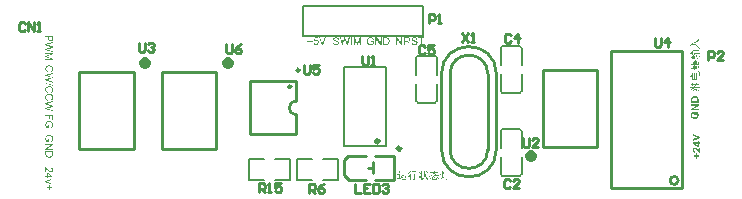
<source format=gto>
G04*
G04 #@! TF.GenerationSoftware,Altium Limited,Altium Designer,20.1.8 (145)*
G04*
G04 Layer_Color=65535*
%FSLAX25Y25*%
%MOIN*%
G70*
G04*
G04 #@! TF.SameCoordinates,ADFB47FA-FD8B-4379-A6DC-C8A90555AE01*
G04*
G04*
G04 #@! TF.FilePolarity,Positive*
G04*
G01*
G75*
%ADD10C,0.01016*%
%ADD11C,0.01000*%
%ADD12C,0.00600*%
%ADD13C,0.01181*%
%ADD14C,0.00787*%
G36*
X627310Y330673D02*
X626930Y330672D01*
X626228Y330379D01*
X625691Y329840D01*
X625401Y329137D01*
X625402Y328376D01*
X625694Y327673D01*
X626232Y327136D01*
X626935Y326845D01*
X627696D01*
X628399Y327136D01*
X628937Y327673D01*
X629229Y328376D01*
X629230Y329137D01*
X628940Y329840D01*
X628403Y330379D01*
X627701Y330672D01*
X627320Y330673D01*
D01*
X627310D01*
D02*
G37*
G36*
X654904Y330714D02*
X654523Y330713D01*
X653821Y330420D01*
X653284Y329882D01*
X652994Y329178D01*
X652995Y328417D01*
X653287Y327714D01*
X653825Y327177D01*
X654528Y326886D01*
X655289D01*
X655992Y327177D01*
X656531Y327714D01*
X656822Y328417D01*
X656823Y329178D01*
X656533Y329882D01*
X655997Y330420D01*
X655294Y330713D01*
X654914Y330714D01*
D01*
X654904D01*
D02*
G37*
G36*
X755950Y295886D02*
X756330Y295887D01*
X757032Y296180D01*
X757570Y296719D01*
X757860Y297422D01*
X757859Y298183D01*
X757567Y298886D01*
X757028Y299423D01*
X756325Y299714D01*
X755564D01*
X754861Y299423D01*
X754323Y298886D01*
X754031Y298183D01*
X754030Y297422D01*
X754320Y296719D01*
X754857Y296180D01*
X755559Y295887D01*
X755940Y295886D01*
X755940Y295886D01*
X755950Y295886D01*
D02*
G37*
G36*
X717124Y337346D02*
X717149D01*
X717220Y337338D01*
X717297Y337327D01*
X717379Y337309D01*
X717468Y337286D01*
X717549Y337257D01*
X717553D01*
X717560Y337253D01*
X717571Y337246D01*
X717586Y337238D01*
X717623Y337220D01*
X717671Y337186D01*
X717727Y337149D01*
X717782Y337101D01*
X717834Y337046D01*
X717882Y336983D01*
Y336979D01*
X717886Y336976D01*
X717893Y336964D01*
X717901Y336953D01*
X717919Y336916D01*
X717941Y336868D01*
X717967Y336809D01*
X717986Y336739D01*
X718004Y336665D01*
X718012Y336583D01*
X717686Y336557D01*
Y336561D01*
Y336568D01*
X717682Y336580D01*
X717678Y336598D01*
X717667Y336639D01*
X717653Y336694D01*
X717630Y336754D01*
X717597Y336813D01*
X717556Y336868D01*
X717505Y336920D01*
X717497Y336924D01*
X717479Y336939D01*
X717442Y336961D01*
X717394Y336983D01*
X717331Y337005D01*
X717257Y337027D01*
X717164Y337042D01*
X717061Y337046D01*
X717009D01*
X716987Y337042D01*
X716957Y337038D01*
X716890Y337031D01*
X716816Y337016D01*
X716742Y336998D01*
X716672Y336968D01*
X716643Y336950D01*
X716613Y336931D01*
X716606Y336927D01*
X716591Y336913D01*
X716569Y336887D01*
X716546Y336857D01*
X716520Y336816D01*
X716498Y336772D01*
X716483Y336720D01*
X716476Y336661D01*
Y336654D01*
Y336639D01*
X716480Y336613D01*
X716487Y336583D01*
X716498Y336546D01*
X716517Y336509D01*
X716539Y336472D01*
X716572Y336435D01*
X716576Y336432D01*
X716594Y336420D01*
X716609Y336409D01*
X716624Y336402D01*
X716646Y336391D01*
X716672Y336376D01*
X716705Y336365D01*
X716742Y336350D01*
X716783Y336335D01*
X716831Y336317D01*
X716883Y336302D01*
X716942Y336284D01*
X717009Y336269D01*
X717083Y336250D01*
X717087D01*
X717101Y336247D01*
X717124Y336243D01*
X717149Y336235D01*
X717183Y336228D01*
X717223Y336217D01*
X717264Y336206D01*
X717309Y336195D01*
X717405Y336169D01*
X717497Y336143D01*
X717542Y336128D01*
X717582Y336113D01*
X717619Y336102D01*
X717649Y336087D01*
X717653D01*
X717660Y336084D01*
X717671Y336076D01*
X717686Y336069D01*
X717727Y336047D01*
X717775Y336017D01*
X717830Y335977D01*
X717886Y335932D01*
X717938Y335880D01*
X717982Y335825D01*
X717986Y335817D01*
X718000Y335799D01*
X718015Y335766D01*
X718037Y335721D01*
X718056Y335669D01*
X718074Y335607D01*
X718085Y335536D01*
X718089Y335462D01*
Y335458D01*
Y335455D01*
Y335444D01*
Y335429D01*
X718082Y335388D01*
X718074Y335336D01*
X718060Y335277D01*
X718041Y335214D01*
X718012Y335148D01*
X717971Y335077D01*
Y335074D01*
X717967Y335070D01*
X717949Y335048D01*
X717923Y335015D01*
X717886Y334978D01*
X717838Y334933D01*
X717778Y334885D01*
X717712Y334841D01*
X717634Y334800D01*
X717630D01*
X717623Y334796D01*
X717612Y334792D01*
X717597Y334785D01*
X717575Y334778D01*
X717549Y334767D01*
X717490Y334752D01*
X717419Y334733D01*
X717334Y334715D01*
X717242Y334704D01*
X717142Y334700D01*
X717083D01*
X717053Y334704D01*
X717020D01*
X716983Y334707D01*
X716938Y334711D01*
X716846Y334726D01*
X716750Y334741D01*
X716654Y334767D01*
X716561Y334800D01*
X716557D01*
X716550Y334804D01*
X716539Y334811D01*
X716524Y334818D01*
X716480Y334841D01*
X716428Y334874D01*
X716369Y334918D01*
X716306Y334970D01*
X716247Y335033D01*
X716191Y335103D01*
Y335107D01*
X716184Y335114D01*
X716180Y335125D01*
X716169Y335140D01*
X716161Y335159D01*
X716150Y335181D01*
X716124Y335237D01*
X716099Y335307D01*
X716076Y335384D01*
X716062Y335473D01*
X716054Y335566D01*
X716372Y335595D01*
Y335592D01*
Y335588D01*
X716376Y335577D01*
Y335562D01*
X716384Y335529D01*
X716395Y335481D01*
X716409Y335433D01*
X716424Y335377D01*
X716450Y335325D01*
X716476Y335277D01*
X716480Y335274D01*
X716491Y335259D01*
X716509Y335233D01*
X716539Y335207D01*
X716576Y335174D01*
X716617Y335140D01*
X716672Y335107D01*
X716731Y335077D01*
X716735D01*
X716739Y335074D01*
X716750Y335070D01*
X716761Y335066D01*
X716798Y335055D01*
X716846Y335040D01*
X716905Y335026D01*
X716972Y335015D01*
X717046Y335007D01*
X717127Y335003D01*
X717161D01*
X717198Y335007D01*
X717242Y335011D01*
X717294Y335018D01*
X717353Y335026D01*
X717412Y335040D01*
X717468Y335059D01*
X717475Y335063D01*
X717493Y335070D01*
X717519Y335085D01*
X717553Y335100D01*
X717586Y335125D01*
X717623Y335151D01*
X717660Y335181D01*
X717690Y335218D01*
X717693Y335222D01*
X717701Y335237D01*
X717712Y335255D01*
X717727Y335285D01*
X717741Y335314D01*
X717753Y335351D01*
X717760Y335392D01*
X717764Y335436D01*
Y335440D01*
Y335458D01*
X717760Y335481D01*
X717756Y335510D01*
X717745Y335540D01*
X717734Y335577D01*
X717716Y335614D01*
X717690Y335647D01*
X717686Y335651D01*
X717675Y335662D01*
X717660Y335677D01*
X717634Y335699D01*
X717604Y335721D01*
X717564Y335747D01*
X717516Y335773D01*
X717460Y335795D01*
X717456Y335799D01*
X717438Y335803D01*
X717408Y335814D01*
X717390Y335817D01*
X717364Y335825D01*
X717338Y335836D01*
X717305Y335843D01*
X717268Y335854D01*
X717223Y335865D01*
X717179Y335877D01*
X717127Y335891D01*
X717068Y335906D01*
X717005Y335921D01*
X717001D01*
X716990Y335925D01*
X716972Y335928D01*
X716950Y335936D01*
X716920Y335943D01*
X716887Y335951D01*
X716813Y335973D01*
X716731Y335999D01*
X716646Y336025D01*
X716572Y336051D01*
X716539Y336065D01*
X716509Y336080D01*
X716506D01*
X716502Y336084D01*
X716480Y336099D01*
X716446Y336117D01*
X716409Y336147D01*
X716365Y336180D01*
X716321Y336221D01*
X716276Y336269D01*
X716239Y336321D01*
X716235Y336328D01*
X716224Y336347D01*
X716210Y336376D01*
X716195Y336413D01*
X716180Y336461D01*
X716165Y336517D01*
X716154Y336576D01*
X716150Y336639D01*
Y336643D01*
Y336646D01*
Y336657D01*
Y336672D01*
X716158Y336709D01*
X716165Y336757D01*
X716176Y336813D01*
X716195Y336876D01*
X716221Y336939D01*
X716258Y337001D01*
Y337005D01*
X716261Y337009D01*
X716280Y337031D01*
X716306Y337061D01*
X716339Y337098D01*
X716384Y337138D01*
X716439Y337183D01*
X716506Y337223D01*
X716580Y337260D01*
X716583D01*
X716591Y337264D01*
X716602Y337268D01*
X716617Y337275D01*
X716635Y337283D01*
X716661Y337290D01*
X716716Y337305D01*
X716787Y337320D01*
X716868Y337334D01*
X716953Y337346D01*
X717050Y337349D01*
X717098D01*
X717124Y337346D01*
D02*
G37*
G36*
X713017Y334744D02*
X712665D01*
X711326Y336754D01*
Y334744D01*
X711000D01*
Y337305D01*
X711348D01*
X712691Y335292D01*
Y337305D01*
X713017D01*
Y334744D01*
D02*
G37*
G36*
X720391Y337001D02*
X719547D01*
Y334744D01*
X719207D01*
Y337001D01*
X718363D01*
Y337305D01*
X720391D01*
Y337001D01*
D02*
G37*
G36*
X714807Y337301D02*
X714841D01*
X714918Y337297D01*
X715000Y337286D01*
X715089Y337275D01*
X715170Y337257D01*
X715211Y337246D01*
X715244Y337234D01*
X715248D01*
X715251Y337231D01*
X715274Y337220D01*
X715307Y337205D01*
X715347Y337179D01*
X715392Y337146D01*
X715440Y337101D01*
X715484Y337050D01*
X715529Y336990D01*
Y336987D01*
X715532Y336983D01*
X715547Y336961D01*
X715562Y336924D01*
X715584Y336876D01*
X715603Y336820D01*
X715621Y336754D01*
X715632Y336683D01*
X715636Y336606D01*
Y336602D01*
Y336594D01*
Y336580D01*
X715632Y336561D01*
Y336535D01*
X715629Y336509D01*
X715614Y336446D01*
X715592Y336372D01*
X715562Y336295D01*
X715518Y336217D01*
X715488Y336180D01*
X715458Y336143D01*
X715455Y336139D01*
X715451Y336136D01*
X715440Y336124D01*
X715425Y336113D01*
X715407Y336099D01*
X715384Y336084D01*
X715355Y336065D01*
X715325Y336043D01*
X715288Y336025D01*
X715248Y336006D01*
X715203Y335984D01*
X715155Y335965D01*
X715100Y335951D01*
X715044Y335932D01*
X714981Y335921D01*
X714915Y335910D01*
X714922Y335906D01*
X714937Y335899D01*
X714959Y335884D01*
X714989Y335869D01*
X715055Y335828D01*
X715089Y335803D01*
X715118Y335780D01*
X715126Y335773D01*
X715144Y335754D01*
X715174Y335725D01*
X715211Y335688D01*
X715251Y335636D01*
X715299Y335581D01*
X715347Y335514D01*
X715399Y335440D01*
X715840Y334744D01*
X715418D01*
X715081Y335277D01*
Y335281D01*
X715074Y335288D01*
X715066Y335299D01*
X715055Y335314D01*
X715029Y335355D01*
X714996Y335407D01*
X714955Y335462D01*
X714915Y335521D01*
X714874Y335577D01*
X714837Y335629D01*
X714833Y335632D01*
X714822Y335647D01*
X714804Y335669D01*
X714778Y335695D01*
X714722Y335751D01*
X714693Y335777D01*
X714663Y335799D01*
X714659Y335803D01*
X714652Y335806D01*
X714637Y335814D01*
X714615Y335825D01*
X714593Y335836D01*
X714567Y335847D01*
X714508Y335865D01*
X714504D01*
X714497Y335869D01*
X714482D01*
X714463Y335873D01*
X714437Y335877D01*
X714408D01*
X714367Y335880D01*
X713930D01*
Y334744D01*
X713590D01*
Y337305D01*
X714778D01*
X714807Y337301D01*
D02*
G37*
G36*
X702551Y337346D02*
X702580D01*
X702650Y337338D01*
X702728Y337327D01*
X702809Y337309D01*
X702898Y337286D01*
X702983Y337257D01*
X702987D01*
X702994Y337253D01*
X703006Y337249D01*
X703020Y337242D01*
X703061Y337220D01*
X703113Y337194D01*
X703168Y337157D01*
X703228Y337112D01*
X703283Y337064D01*
X703335Y337005D01*
X703342Y336998D01*
X703357Y336976D01*
X703379Y336942D01*
X703409Y336894D01*
X703439Y336835D01*
X703472Y336761D01*
X703505Y336680D01*
X703531Y336587D01*
X703224Y336506D01*
Y336509D01*
X703220Y336513D01*
X703217Y336524D01*
X703213Y336539D01*
X703202Y336572D01*
X703187Y336617D01*
X703165Y336668D01*
X703139Y336717D01*
X703113Y336768D01*
X703080Y336813D01*
X703076Y336816D01*
X703065Y336831D01*
X703043Y336850D01*
X703017Y336876D01*
X702983Y336905D01*
X702939Y336935D01*
X702891Y336964D01*
X702835Y336990D01*
X702828Y336994D01*
X702809Y337001D01*
X702776Y337013D01*
X702732Y337027D01*
X702680Y337038D01*
X702621Y337050D01*
X702554Y337057D01*
X702484Y337061D01*
X702443D01*
X702425Y337057D01*
X702402D01*
X702347Y337053D01*
X702284Y337042D01*
X702214Y337031D01*
X702147Y337013D01*
X702081Y336987D01*
X702073Y336983D01*
X702051Y336976D01*
X702021Y336957D01*
X701984Y336939D01*
X701940Y336909D01*
X701892Y336879D01*
X701848Y336842D01*
X701807Y336802D01*
X701803Y336798D01*
X701788Y336783D01*
X701770Y336757D01*
X701748Y336728D01*
X701722Y336691D01*
X701696Y336646D01*
X701670Y336598D01*
X701644Y336546D01*
Y336543D01*
X701640Y336535D01*
X701637Y336524D01*
X701629Y336506D01*
X701622Y336483D01*
X701614Y336457D01*
X701603Y336428D01*
X701596Y336395D01*
X701577Y336317D01*
X701563Y336228D01*
X701551Y336136D01*
X701548Y336032D01*
Y336028D01*
Y336017D01*
Y335999D01*
X701551Y335977D01*
Y335947D01*
X701555Y335910D01*
X701559Y335873D01*
X701563Y335832D01*
X701577Y335740D01*
X701596Y335644D01*
X701625Y335547D01*
X701662Y335455D01*
Y335451D01*
X701670Y335444D01*
X701674Y335433D01*
X701685Y335418D01*
X701711Y335377D01*
X701751Y335325D01*
X701799Y335270D01*
X701859Y335214D01*
X701929Y335162D01*
X702007Y335114D01*
X702010D01*
X702018Y335111D01*
X702029Y335103D01*
X702047Y335096D01*
X702066Y335088D01*
X702092Y335081D01*
X702151Y335059D01*
X702225Y335040D01*
X702306Y335022D01*
X702395Y335007D01*
X702488Y335003D01*
X702525D01*
X702547Y335007D01*
X702569D01*
X702625Y335015D01*
X702691Y335022D01*
X702761Y335037D01*
X702839Y335059D01*
X702917Y335085D01*
X702920D01*
X702928Y335088D01*
X702935Y335092D01*
X702950Y335100D01*
X702991Y335118D01*
X703035Y335140D01*
X703087Y335166D01*
X703142Y335196D01*
X703194Y335229D01*
X703239Y335266D01*
Y335747D01*
X702484D01*
Y336051D01*
X703572D01*
Y335100D01*
X703568Y335096D01*
X703561Y335092D01*
X703546Y335081D01*
X703527Y335066D01*
X703505Y335051D01*
X703479Y335033D01*
X703446Y335011D01*
X703413Y334989D01*
X703335Y334941D01*
X703246Y334889D01*
X703154Y334841D01*
X703054Y334800D01*
X703050D01*
X703043Y334796D01*
X703028Y334792D01*
X703009Y334785D01*
X702983Y334778D01*
X702954Y334767D01*
X702920Y334759D01*
X702887Y334752D01*
X702806Y334733D01*
X702713Y334715D01*
X702613Y334704D01*
X702510Y334700D01*
X702473D01*
X702447Y334704D01*
X702414D01*
X702373Y334707D01*
X702328Y334715D01*
X702280Y334718D01*
X702173Y334741D01*
X702058Y334767D01*
X701940Y334807D01*
X701881Y334829D01*
X701822Y334859D01*
X701818Y334863D01*
X701807Y334866D01*
X701792Y334878D01*
X701770Y334889D01*
X701744Y334907D01*
X701718Y334926D01*
X701648Y334978D01*
X701574Y335044D01*
X701496Y335125D01*
X701422Y335218D01*
X701355Y335325D01*
Y335329D01*
X701348Y335340D01*
X701341Y335355D01*
X701330Y335381D01*
X701318Y335407D01*
X701307Y335444D01*
X701293Y335481D01*
X701278Y335525D01*
X701263Y335573D01*
X701248Y335629D01*
X701237Y335684D01*
X701226Y335743D01*
X701207Y335873D01*
X701200Y336010D01*
Y336014D01*
Y336028D01*
Y336047D01*
X701204Y336073D01*
Y336106D01*
X701207Y336147D01*
X701215Y336187D01*
X701219Y336235D01*
X701230Y336287D01*
X701237Y336343D01*
X701267Y336461D01*
X701304Y336583D01*
X701355Y336705D01*
X701359Y336709D01*
X701363Y336720D01*
X701370Y336735D01*
X701385Y336757D01*
X701400Y336787D01*
X701418Y336816D01*
X701470Y336887D01*
X701533Y336968D01*
X701611Y337046D01*
X701699Y337123D01*
X701751Y337157D01*
X701803Y337190D01*
X701807Y337194D01*
X701818Y337197D01*
X701833Y337205D01*
X701855Y337216D01*
X701885Y337227D01*
X701918Y337242D01*
X701955Y337257D01*
X701999Y337271D01*
X702047Y337286D01*
X702099Y337297D01*
X702155Y337312D01*
X702214Y337323D01*
X702343Y337342D01*
X702410Y337349D01*
X702528D01*
X702551Y337346D01*
D02*
G37*
G36*
X706084Y334744D02*
X705732D01*
X704393Y336754D01*
Y334744D01*
X704068D01*
Y337305D01*
X704415D01*
X705758Y335292D01*
Y337305D01*
X706084D01*
Y334744D01*
D02*
G37*
G36*
X707705Y337301D02*
X707779Y337297D01*
X707853Y337290D01*
X707927Y337279D01*
X707990Y337268D01*
X707993D01*
X708001Y337264D01*
X708012D01*
X708027Y337257D01*
X708067Y337246D01*
X708119Y337227D01*
X708178Y337201D01*
X708241Y337168D01*
X708304Y337131D01*
X708363Y337083D01*
X708367Y337079D01*
X708371Y337075D01*
X708382Y337064D01*
X708396Y337053D01*
X708433Y337016D01*
X708478Y336964D01*
X708526Y336901D01*
X708578Y336827D01*
X708626Y336742D01*
X708667Y336646D01*
Y336643D01*
X708670Y336635D01*
X708678Y336620D01*
X708681Y336598D01*
X708693Y336572D01*
X708700Y336543D01*
X708707Y336509D01*
X708718Y336469D01*
X708730Y336428D01*
X708737Y336380D01*
X708755Y336276D01*
X708767Y336161D01*
X708770Y336036D01*
Y336032D01*
Y336025D01*
Y336006D01*
Y335988D01*
X708767Y335962D01*
Y335932D01*
X708763Y335862D01*
X708752Y335780D01*
X708741Y335695D01*
X708722Y335607D01*
X708700Y335518D01*
Y335514D01*
X708696Y335507D01*
X708693Y335495D01*
X708689Y335481D01*
X708674Y335440D01*
X708652Y335388D01*
X708630Y335329D01*
X708600Y335270D01*
X708563Y335207D01*
X708526Y335148D01*
X708522Y335140D01*
X708507Y335122D01*
X708485Y335096D01*
X708456Y335063D01*
X708422Y335026D01*
X708382Y334989D01*
X708341Y334948D01*
X708293Y334915D01*
X708286Y334911D01*
X708271Y334900D01*
X708245Y334885D01*
X708208Y334866D01*
X708163Y334844D01*
X708112Y334826D01*
X708052Y334804D01*
X707986Y334785D01*
X707978D01*
X707967Y334781D01*
X707956Y334778D01*
X707919Y334774D01*
X707867Y334767D01*
X707808Y334759D01*
X707738Y334752D01*
X707660Y334748D01*
X707575Y334744D01*
X706654D01*
Y337305D01*
X707638D01*
X707705Y337301D01*
D02*
G37*
G36*
X690969Y337346D02*
X690995D01*
X691066Y337338D01*
X691143Y337327D01*
X691225Y337309D01*
X691313Y337286D01*
X691395Y337257D01*
X691398D01*
X691406Y337253D01*
X691417Y337246D01*
X691432Y337238D01*
X691469Y337220D01*
X691517Y337186D01*
X691572Y337149D01*
X691628Y337101D01*
X691680Y337046D01*
X691728Y336983D01*
Y336979D01*
X691732Y336976D01*
X691739Y336964D01*
X691746Y336953D01*
X691765Y336916D01*
X691787Y336868D01*
X691813Y336809D01*
X691831Y336739D01*
X691850Y336665D01*
X691857Y336583D01*
X691532Y336557D01*
Y336561D01*
Y336568D01*
X691528Y336580D01*
X691524Y336598D01*
X691513Y336639D01*
X691498Y336694D01*
X691476Y336754D01*
X691443Y336813D01*
X691402Y336868D01*
X691350Y336920D01*
X691343Y336924D01*
X691325Y336939D01*
X691288Y336961D01*
X691239Y336983D01*
X691177Y337005D01*
X691103Y337027D01*
X691010Y337042D01*
X690906Y337046D01*
X690855D01*
X690832Y337042D01*
X690803Y337038D01*
X690736Y337031D01*
X690662Y337016D01*
X690588Y336998D01*
X690518Y336968D01*
X690488Y336950D01*
X690459Y336931D01*
X690451Y336927D01*
X690437Y336913D01*
X690414Y336887D01*
X690392Y336857D01*
X690366Y336816D01*
X690344Y336772D01*
X690329Y336720D01*
X690322Y336661D01*
Y336654D01*
Y336639D01*
X690325Y336613D01*
X690333Y336583D01*
X690344Y336546D01*
X690363Y336509D01*
X690385Y336472D01*
X690418Y336435D01*
X690422Y336432D01*
X690440Y336420D01*
X690455Y336409D01*
X690470Y336402D01*
X690492Y336391D01*
X690518Y336376D01*
X690551Y336365D01*
X690588Y336350D01*
X690629Y336335D01*
X690677Y336317D01*
X690729Y336302D01*
X690788Y336284D01*
X690855Y336269D01*
X690929Y336250D01*
X690932D01*
X690947Y336247D01*
X690969Y336243D01*
X690995Y336235D01*
X691028Y336228D01*
X691069Y336217D01*
X691110Y336206D01*
X691154Y336195D01*
X691251Y336169D01*
X691343Y336143D01*
X691387Y336128D01*
X691428Y336113D01*
X691465Y336102D01*
X691495Y336087D01*
X691498D01*
X691506Y336084D01*
X691517Y336076D01*
X691532Y336069D01*
X691572Y336047D01*
X691620Y336017D01*
X691676Y335977D01*
X691732Y335932D01*
X691783Y335880D01*
X691828Y335825D01*
X691831Y335817D01*
X691846Y335799D01*
X691861Y335766D01*
X691883Y335721D01*
X691902Y335669D01*
X691920Y335607D01*
X691931Y335536D01*
X691935Y335462D01*
Y335458D01*
Y335455D01*
Y335444D01*
Y335429D01*
X691928Y335388D01*
X691920Y335336D01*
X691905Y335277D01*
X691887Y335214D01*
X691857Y335148D01*
X691817Y335077D01*
Y335074D01*
X691813Y335070D01*
X691794Y335048D01*
X691769Y335015D01*
X691732Y334978D01*
X691683Y334933D01*
X691624Y334885D01*
X691558Y334841D01*
X691480Y334800D01*
X691476D01*
X691469Y334796D01*
X691458Y334792D01*
X691443Y334785D01*
X691421Y334778D01*
X691395Y334767D01*
X691336Y334752D01*
X691265Y334733D01*
X691180Y334715D01*
X691088Y334704D01*
X690988Y334700D01*
X690929D01*
X690899Y334704D01*
X690866D01*
X690829Y334707D01*
X690784Y334711D01*
X690692Y334726D01*
X690596Y334741D01*
X690499Y334767D01*
X690407Y334800D01*
X690403D01*
X690396Y334804D01*
X690385Y334811D01*
X690370Y334818D01*
X690325Y334841D01*
X690274Y334874D01*
X690214Y334918D01*
X690152Y334970D01*
X690092Y335033D01*
X690037Y335103D01*
Y335107D01*
X690029Y335114D01*
X690026Y335125D01*
X690015Y335140D01*
X690007Y335159D01*
X689996Y335181D01*
X689970Y335237D01*
X689944Y335307D01*
X689922Y335384D01*
X689907Y335473D01*
X689900Y335566D01*
X690218Y335595D01*
Y335592D01*
Y335588D01*
X690222Y335577D01*
Y335562D01*
X690229Y335529D01*
X690240Y335481D01*
X690255Y335433D01*
X690270Y335377D01*
X690296Y335325D01*
X690322Y335277D01*
X690325Y335274D01*
X690337Y335259D01*
X690355Y335233D01*
X690385Y335207D01*
X690422Y335174D01*
X690462Y335140D01*
X690518Y335107D01*
X690577Y335077D01*
X690581D01*
X690585Y335074D01*
X690596Y335070D01*
X690607Y335066D01*
X690644Y335055D01*
X690692Y335040D01*
X690751Y335026D01*
X690818Y335015D01*
X690892Y335007D01*
X690973Y335003D01*
X691006D01*
X691043Y335007D01*
X691088Y335011D01*
X691140Y335018D01*
X691199Y335026D01*
X691258Y335040D01*
X691313Y335059D01*
X691321Y335063D01*
X691339Y335070D01*
X691365Y335085D01*
X691398Y335100D01*
X691432Y335125D01*
X691469Y335151D01*
X691506Y335181D01*
X691535Y335218D01*
X691539Y335222D01*
X691546Y335237D01*
X691558Y335255D01*
X691572Y335285D01*
X691587Y335314D01*
X691598Y335351D01*
X691606Y335392D01*
X691609Y335436D01*
Y335440D01*
Y335458D01*
X691606Y335481D01*
X691602Y335510D01*
X691591Y335540D01*
X691580Y335577D01*
X691561Y335614D01*
X691535Y335647D01*
X691532Y335651D01*
X691521Y335662D01*
X691506Y335677D01*
X691480Y335699D01*
X691450Y335721D01*
X691410Y335747D01*
X691362Y335773D01*
X691306Y335795D01*
X691302Y335799D01*
X691284Y335803D01*
X691254Y335814D01*
X691236Y335817D01*
X691210Y335825D01*
X691184Y335836D01*
X691151Y335843D01*
X691114Y335854D01*
X691069Y335865D01*
X691025Y335877D01*
X690973Y335891D01*
X690914Y335906D01*
X690851Y335921D01*
X690847D01*
X690836Y335925D01*
X690818Y335928D01*
X690795Y335936D01*
X690766Y335943D01*
X690732Y335951D01*
X690659Y335973D01*
X690577Y335999D01*
X690492Y336025D01*
X690418Y336051D01*
X690385Y336065D01*
X690355Y336080D01*
X690351D01*
X690348Y336084D01*
X690325Y336099D01*
X690292Y336117D01*
X690255Y336147D01*
X690211Y336180D01*
X690166Y336221D01*
X690122Y336269D01*
X690085Y336321D01*
X690081Y336328D01*
X690070Y336347D01*
X690055Y336376D01*
X690041Y336413D01*
X690026Y336461D01*
X690011Y336517D01*
X690000Y336576D01*
X689996Y336639D01*
Y336643D01*
Y336646D01*
Y336657D01*
Y336672D01*
X690004Y336709D01*
X690011Y336757D01*
X690022Y336813D01*
X690041Y336876D01*
X690066Y336939D01*
X690103Y337001D01*
Y337005D01*
X690107Y337009D01*
X690126Y337031D01*
X690152Y337061D01*
X690185Y337098D01*
X690229Y337138D01*
X690285Y337183D01*
X690351Y337223D01*
X690425Y337260D01*
X690429D01*
X690437Y337264D01*
X690448Y337268D01*
X690462Y337275D01*
X690481Y337283D01*
X690507Y337290D01*
X690562Y337305D01*
X690633Y337320D01*
X690714Y337334D01*
X690799Y337346D01*
X690895Y337349D01*
X690943D01*
X690969Y337346D01*
D02*
G37*
G36*
X699205Y334744D02*
X698880D01*
Y336887D01*
X698133Y334744D01*
X697829D01*
X697089Y336924D01*
Y334744D01*
X696764D01*
Y337305D01*
X697270D01*
X697877Y335488D01*
Y335484D01*
X697881Y335477D01*
X697885Y335466D01*
X697892Y335447D01*
X697907Y335403D01*
X697925Y335348D01*
X697944Y335285D01*
X697966Y335222D01*
X697985Y335162D01*
X697999Y335111D01*
X698003Y335118D01*
X698007Y335137D01*
X698018Y335170D01*
X698033Y335214D01*
X698051Y335274D01*
X698077Y335344D01*
X698103Y335425D01*
X698136Y335521D01*
X698750Y337305D01*
X699205D01*
Y334744D01*
D02*
G37*
G36*
X694758D02*
X694425D01*
X693889Y336694D01*
Y336698D01*
X693885Y336705D01*
X693881Y336717D01*
X693878Y336735D01*
X693866Y336776D01*
X693855Y336824D01*
X693841Y336876D01*
X693826Y336924D01*
X693815Y336964D01*
X693811Y336983D01*
X693807Y336994D01*
Y336990D01*
X693804Y336987D01*
X693800Y336964D01*
X693792Y336931D01*
X693781Y336890D01*
X693770Y336846D01*
X693755Y336794D01*
X693744Y336742D01*
X693729Y336694D01*
X693189Y334744D01*
X692834D01*
X692164Y337305D01*
X692516D01*
X692897Y335625D01*
Y335621D01*
X692901Y335614D01*
X692904Y335599D01*
X692908Y335581D01*
X692912Y335555D01*
X692919Y335529D01*
X692927Y335495D01*
X692934Y335458D01*
X692952Y335381D01*
X692971Y335292D01*
X692989Y335196D01*
X693008Y335100D01*
Y335103D01*
X693012Y335118D01*
X693019Y335137D01*
X693023Y335166D01*
X693030Y335196D01*
X693041Y335233D01*
X693060Y335314D01*
X693082Y335396D01*
X693089Y335436D01*
X693101Y335473D01*
X693108Y335507D01*
X693115Y335536D01*
X693123Y335558D01*
X693126Y335573D01*
X693611Y337305D01*
X694022D01*
X694384Y336006D01*
Y336002D01*
X694392Y335984D01*
X694399Y335958D01*
X694407Y335925D01*
X694418Y335880D01*
X694432Y335832D01*
X694447Y335777D01*
X694462Y335714D01*
X694481Y335644D01*
X694495Y335573D01*
X694529Y335421D01*
X694562Y335262D01*
X694588Y335100D01*
Y335103D01*
X694592Y335111D01*
Y335125D01*
X694599Y335144D01*
X694603Y335166D01*
X694610Y335192D01*
X694614Y335225D01*
X694625Y335262D01*
X694643Y335344D01*
X694666Y335440D01*
X694688Y335544D01*
X694717Y335658D01*
X695117Y337305D01*
X695461D01*
X694758Y334744D01*
D02*
G37*
G36*
X696175D02*
X695835D01*
Y337305D01*
X696175D01*
Y334744D01*
D02*
G37*
G36*
X682392Y336198D02*
X683087D01*
Y335906D01*
X682392D01*
Y335203D01*
X682096D01*
Y335906D01*
X681400D01*
Y336198D01*
X682096D01*
Y336894D01*
X682392D01*
Y336198D01*
D02*
G37*
G36*
X686643Y334789D02*
X686288D01*
X685296Y337349D01*
X685666D01*
X686332Y335488D01*
Y335484D01*
X686336Y335477D01*
X686340Y335466D01*
X686347Y335451D01*
X686351Y335429D01*
X686358Y335407D01*
X686376Y335351D01*
X686399Y335288D01*
X686421Y335218D01*
X686465Y335070D01*
Y335074D01*
X686469Y335081D01*
X686473Y335092D01*
X686476Y335107D01*
X686487Y335148D01*
X686506Y335203D01*
X686524Y335266D01*
X686547Y335336D01*
X686573Y335410D01*
X686602Y335488D01*
X687298Y337349D01*
X687642D01*
X686643Y334789D01*
D02*
G37*
G36*
X685019Y337016D02*
X683994D01*
X683857Y336324D01*
X683860Y336328D01*
X683868Y336332D01*
X683879Y336339D01*
X683897Y336350D01*
X683920Y336361D01*
X683946Y336376D01*
X684005Y336406D01*
X684079Y336435D01*
X684160Y336461D01*
X684249Y336480D01*
X684293Y336487D01*
X684375D01*
X684397Y336483D01*
X684427Y336480D01*
X684460Y336476D01*
X684497Y336469D01*
X684538Y336457D01*
X684626Y336432D01*
X684675Y336413D01*
X684723Y336387D01*
X684771Y336361D01*
X684819Y336332D01*
X684863Y336295D01*
X684908Y336254D01*
X684911Y336250D01*
X684919Y336243D01*
X684930Y336232D01*
X684945Y336213D01*
X684963Y336187D01*
X684982Y336161D01*
X685004Y336128D01*
X685026Y336091D01*
X685044Y336051D01*
X685067Y336006D01*
X685085Y335954D01*
X685104Y335903D01*
X685118Y335847D01*
X685130Y335784D01*
X685137Y335721D01*
X685141Y335655D01*
Y335651D01*
Y335640D01*
Y335621D01*
X685137Y335595D01*
X685133Y335566D01*
X685130Y335532D01*
X685122Y335492D01*
X685115Y335451D01*
X685093Y335355D01*
X685056Y335255D01*
X685033Y335203D01*
X685004Y335155D01*
X684974Y335103D01*
X684937Y335055D01*
X684934Y335051D01*
X684926Y335040D01*
X684911Y335026D01*
X684893Y335007D01*
X684867Y334985D01*
X684837Y334955D01*
X684800Y334929D01*
X684760Y334900D01*
X684715Y334870D01*
X684663Y334844D01*
X684608Y334818D01*
X684549Y334792D01*
X684486Y334774D01*
X684415Y334759D01*
X684341Y334748D01*
X684264Y334744D01*
X684231D01*
X684205Y334748D01*
X684175Y334752D01*
X684142Y334755D01*
X684101Y334759D01*
X684060Y334770D01*
X683968Y334792D01*
X683875Y334826D01*
X683827Y334848D01*
X683779Y334874D01*
X683735Y334904D01*
X683690Y334937D01*
X683687Y334941D01*
X683679Y334944D01*
X683672Y334959D01*
X683657Y334974D01*
X683638Y334992D01*
X683620Y335015D01*
X683598Y335044D01*
X683579Y335077D01*
X683557Y335111D01*
X683535Y335151D01*
X683494Y335240D01*
X683461Y335344D01*
X683450Y335399D01*
X683442Y335458D01*
X683772Y335484D01*
Y335481D01*
Y335473D01*
X683775Y335462D01*
X683779Y335444D01*
X683790Y335403D01*
X683805Y335348D01*
X683827Y335292D01*
X683857Y335229D01*
X683894Y335174D01*
X683938Y335122D01*
X683946Y335118D01*
X683960Y335103D01*
X683990Y335085D01*
X684031Y335063D01*
X684075Y335040D01*
X684131Y335022D01*
X684194Y335007D01*
X684264Y335003D01*
X684286D01*
X684301Y335007D01*
X684345Y335011D01*
X684397Y335026D01*
X684460Y335044D01*
X684523Y335074D01*
X684589Y335118D01*
X684619Y335144D01*
X684649Y335174D01*
X684652Y335177D01*
X684656Y335181D01*
X684663Y335192D01*
X684675Y335203D01*
X684700Y335244D01*
X684730Y335296D01*
X684756Y335359D01*
X684782Y335436D01*
X684800Y335529D01*
X684808Y335577D01*
Y335629D01*
Y335632D01*
Y335640D01*
Y335655D01*
X684804Y335673D01*
Y335695D01*
X684800Y335721D01*
X684789Y335780D01*
X684771Y335851D01*
X684745Y335921D01*
X684708Y335988D01*
X684656Y336051D01*
Y336054D01*
X684649Y336058D01*
X684630Y336076D01*
X684597Y336102D01*
X684552Y336132D01*
X684493Y336158D01*
X684427Y336184D01*
X684349Y336202D01*
X684305Y336210D01*
X684234D01*
X684205Y336206D01*
X684168Y336202D01*
X684123Y336191D01*
X684079Y336180D01*
X684031Y336161D01*
X683983Y336139D01*
X683979Y336136D01*
X683964Y336128D01*
X683942Y336110D01*
X683912Y336091D01*
X683883Y336065D01*
X683853Y336032D01*
X683820Y335999D01*
X683794Y335958D01*
X683498Y335999D01*
X683746Y337316D01*
X685019D01*
Y337016D01*
D02*
G37*
G36*
X810579Y317696D02*
X810609D01*
X810646Y317692D01*
X810686Y317689D01*
X810771Y317681D01*
X810860Y317667D01*
X810953Y317644D01*
X811042Y317618D01*
X811045D01*
X811053Y317615D01*
X811067Y317607D01*
X811090Y317600D01*
X811112Y317593D01*
X811138Y317578D01*
X811204Y317548D01*
X811275Y317511D01*
X811352Y317463D01*
X811426Y317407D01*
X811497Y317345D01*
X811504Y317337D01*
X811519Y317319D01*
X811541Y317289D01*
X811571Y317248D01*
X811604Y317197D01*
X811637Y317137D01*
X811670Y317063D01*
X811700Y316982D01*
Y316978D01*
X811704Y316975D01*
Y316964D01*
X811707Y316952D01*
X811715Y316912D01*
X811726Y316860D01*
X811737Y316797D01*
X811744Y316719D01*
X811748Y316627D01*
X811752Y316527D01*
Y315558D01*
X809192D01*
Y316579D01*
X809195Y316608D01*
X809199Y316679D01*
X809203Y316756D01*
X809214Y316838D01*
X809225Y316915D01*
X809243Y316986D01*
Y316989D01*
X809247Y316997D01*
X809251Y317008D01*
X809254Y317023D01*
X809273Y317067D01*
X809299Y317119D01*
X809332Y317178D01*
X809373Y317245D01*
X809421Y317308D01*
X809480Y317371D01*
Y317374D01*
X809488Y317378D01*
X809510Y317396D01*
X809547Y317426D01*
X809595Y317459D01*
X809654Y317500D01*
X809724Y317541D01*
X809806Y317581D01*
X809894Y317615D01*
X809898D01*
X809906Y317618D01*
X809920Y317622D01*
X809939Y317630D01*
X809961Y317633D01*
X809991Y317641D01*
X810024Y317648D01*
X810061Y317659D01*
X810102Y317667D01*
X810150Y317674D01*
X810198Y317681D01*
X810253Y317685D01*
X810368Y317696D01*
X810498Y317700D01*
X810501D01*
X810512D01*
X810527D01*
X810549D01*
X810579Y317696D01*
D02*
G37*
G36*
X811752Y314492D02*
X810065Y313452D01*
X811752D01*
Y312975D01*
X809192D01*
Y313474D01*
X810916Y314533D01*
X809192D01*
Y315010D01*
X811752D01*
Y314492D01*
D02*
G37*
G36*
X811415Y312487D02*
X811423Y312475D01*
X811434Y312464D01*
X811448Y312446D01*
X811463Y312427D01*
X811500Y312375D01*
X811541Y312305D01*
X811589Y312224D01*
X811637Y312131D01*
X811682Y312020D01*
Y312017D01*
X811685Y312005D01*
X811693Y311991D01*
X811700Y311968D01*
X811707Y311939D01*
X811719Y311906D01*
X811730Y311869D01*
X811741Y311828D01*
X811763Y311735D01*
X811782Y311628D01*
X811796Y311517D01*
X811800Y311399D01*
Y311358D01*
X811796Y311332D01*
Y311295D01*
X811793Y311254D01*
X811785Y311210D01*
X811778Y311158D01*
X811759Y311051D01*
X811730Y310932D01*
X811689Y310810D01*
X811663Y310755D01*
X811633Y310696D01*
X811630Y310692D01*
X811626Y310685D01*
X811615Y310666D01*
X811600Y310648D01*
X811585Y310622D01*
X811563Y310596D01*
X811537Y310562D01*
X811508Y310529D01*
X811441Y310455D01*
X811356Y310381D01*
X811260Y310311D01*
X811149Y310248D01*
X811145D01*
X811134Y310241D01*
X811115Y310233D01*
X811093Y310226D01*
X811064Y310215D01*
X811030Y310200D01*
X810990Y310189D01*
X810945Y310174D01*
X810897Y310159D01*
X810842Y310148D01*
X810727Y310122D01*
X810601Y310107D01*
X810464Y310100D01*
X810461D01*
X810446D01*
X810424D01*
X810398Y310104D01*
X810361D01*
X810320Y310107D01*
X810276Y310115D01*
X810224Y310122D01*
X810116Y310141D01*
X809994Y310170D01*
X809872Y310211D01*
X809813Y310237D01*
X809754Y310266D01*
X809750Y310270D01*
X809739Y310274D01*
X809724Y310285D01*
X809702Y310296D01*
X809676Y310315D01*
X809647Y310337D01*
X809613Y310363D01*
X809576Y310389D01*
X809539Y310422D01*
X809499Y310459D01*
X809458Y310500D01*
X809417Y310544D01*
X809380Y310592D01*
X809340Y310640D01*
X809273Y310755D01*
Y310759D01*
X809266Y310766D01*
X809262Y310781D01*
X809251Y310799D01*
X809243Y310825D01*
X809232Y310851D01*
X809221Y310888D01*
X809206Y310925D01*
X809195Y310966D01*
X809184Y311014D01*
X809173Y311066D01*
X809162Y311118D01*
X809147Y311236D01*
X809143Y311369D01*
Y311414D01*
X809147Y311447D01*
X809151Y311488D01*
X809155Y311536D01*
X809158Y311587D01*
X809169Y311643D01*
X809192Y311761D01*
X809229Y311883D01*
X809251Y311946D01*
X809277Y312005D01*
X809306Y312061D01*
X809343Y312113D01*
X809347Y312117D01*
X809351Y312124D01*
X809365Y312139D01*
X809380Y312157D01*
X809399Y312179D01*
X809425Y312202D01*
X809454Y312228D01*
X809488Y312257D01*
X809525Y312287D01*
X809565Y312316D01*
X809610Y312346D01*
X809661Y312372D01*
X809713Y312401D01*
X809769Y312424D01*
X809832Y312446D01*
X809894Y312461D01*
X809991Y311946D01*
X809987D01*
X809983Y311943D01*
X809961Y311935D01*
X809928Y311920D01*
X809883Y311898D01*
X809835Y311872D01*
X809787Y311835D01*
X809739Y311791D01*
X809695Y311739D01*
X809691Y311732D01*
X809676Y311713D01*
X809658Y311680D01*
X809639Y311639D01*
X809617Y311584D01*
X809602Y311521D01*
X809587Y311451D01*
X809584Y311369D01*
Y311336D01*
X809587Y311314D01*
X809591Y311284D01*
X809595Y311251D01*
X809602Y311214D01*
X809610Y311173D01*
X809636Y311088D01*
X809654Y311044D01*
X809676Y310999D01*
X809702Y310955D01*
X809728Y310910D01*
X809765Y310870D01*
X809802Y310829D01*
X809806Y310825D01*
X809813Y310822D01*
X809824Y310810D01*
X809843Y310799D01*
X809865Y310785D01*
X809891Y310766D01*
X809924Y310748D01*
X809961Y310733D01*
X810005Y310714D01*
X810054Y310696D01*
X810105Y310677D01*
X810161Y310662D01*
X810224Y310651D01*
X810294Y310640D01*
X810364Y310636D01*
X810442Y310633D01*
X810446D01*
X810461D01*
X810487D01*
X810516Y310636D01*
X810557Y310640D01*
X810598Y310644D01*
X810649Y310651D01*
X810701Y310659D01*
X810812Y310681D01*
X810927Y310718D01*
X810982Y310740D01*
X811034Y310766D01*
X811086Y310799D01*
X811130Y310833D01*
X811134Y310836D01*
X811141Y310844D01*
X811152Y310855D01*
X811167Y310870D01*
X811182Y310892D01*
X811204Y310914D01*
X811223Y310944D01*
X811245Y310977D01*
X811267Y311014D01*
X811286Y311051D01*
X811323Y311143D01*
X811337Y311195D01*
X811349Y311247D01*
X811356Y311306D01*
X811360Y311365D01*
Y311395D01*
X811356Y311425D01*
X811352Y311469D01*
X811345Y311517D01*
X811334Y311573D01*
X811319Y311632D01*
X811297Y311691D01*
Y311695D01*
X811293Y311698D01*
X811286Y311717D01*
X811271Y311750D01*
X811252Y311787D01*
X811230Y311832D01*
X811204Y311880D01*
X811175Y311928D01*
X811141Y311972D01*
X810812D01*
Y311380D01*
X810379D01*
Y312494D01*
X811408D01*
X811415Y312487D01*
D02*
G37*
G36*
X812400Y304200D02*
Y303641D01*
X809840Y302724D01*
Y303282D01*
X811734Y303934D01*
X809840Y304559D01*
Y305110D01*
X812400Y304200D01*
D02*
G37*
G36*
X811886Y302324D02*
X812400D01*
Y301851D01*
X811886D01*
Y300800D01*
X811460D01*
X809828Y301910D01*
Y302324D01*
X811456D01*
Y302642D01*
X811886D01*
Y302324D01*
D02*
G37*
G36*
X812400Y298831D02*
X812396D01*
X812389D01*
X812374Y298835D01*
X812356Y298839D01*
X812333Y298842D01*
X812307Y298846D01*
X812241Y298861D01*
X812167Y298883D01*
X812086Y298913D01*
X811997Y298950D01*
X811912Y298998D01*
X811908D01*
X811901Y299005D01*
X811886Y299013D01*
X811871Y299027D01*
X811845Y299042D01*
X811819Y299064D01*
X811786Y299090D01*
X811749Y299120D01*
X811704Y299153D01*
X811660Y299194D01*
X811608Y299238D01*
X811553Y299290D01*
X811497Y299346D01*
X811434Y299409D01*
X811368Y299475D01*
X811297Y299549D01*
X811294Y299553D01*
X811283Y299564D01*
X811268Y299579D01*
X811246Y299601D01*
X811223Y299630D01*
X811194Y299660D01*
X811127Y299727D01*
X811057Y299793D01*
X810987Y299860D01*
X810957Y299889D01*
X810924Y299919D01*
X810898Y299941D01*
X810876Y299956D01*
X810868Y299960D01*
X810850Y299971D01*
X810820Y299989D01*
X810779Y300008D01*
X810735Y300026D01*
X810683Y300045D01*
X810631Y300056D01*
X810576Y300060D01*
X810572D01*
X810569D01*
X810550D01*
X810517Y300056D01*
X810480Y300049D01*
X810439Y300038D01*
X810398Y300023D01*
X810358Y300001D01*
X810321Y299971D01*
X810317Y299967D01*
X810306Y299956D01*
X810291Y299934D01*
X810276Y299908D01*
X810261Y299871D01*
X810247Y299830D01*
X810236Y299782D01*
X810232Y299727D01*
Y299701D01*
X810236Y299671D01*
X810243Y299638D01*
X810254Y299597D01*
X810273Y299556D01*
X810295Y299516D01*
X810324Y299479D01*
X810328Y299475D01*
X810343Y299464D01*
X810365Y299449D01*
X810398Y299434D01*
X810439Y299416D01*
X810495Y299401D01*
X810557Y299386D01*
X810631Y299379D01*
X810583Y298890D01*
X810580D01*
X810565Y298894D01*
X810546D01*
X810517Y298902D01*
X810483Y298905D01*
X810446Y298916D01*
X810406Y298927D01*
X810358Y298939D01*
X810265Y298976D01*
X810169Y299020D01*
X810121Y299050D01*
X810076Y299083D01*
X810039Y299120D01*
X810002Y299161D01*
X809999Y299164D01*
X809995Y299172D01*
X809988Y299183D01*
X809973Y299201D01*
X809962Y299223D01*
X809947Y299253D01*
X809928Y299283D01*
X809914Y299320D01*
X809895Y299360D01*
X809880Y299405D01*
X809851Y299501D01*
X809832Y299616D01*
X809828Y299675D01*
X809825Y299738D01*
Y299775D01*
X809828Y299801D01*
X809832Y299834D01*
X809836Y299871D01*
X809843Y299912D01*
X809851Y299956D01*
X809877Y300052D01*
X809914Y300149D01*
X809936Y300200D01*
X809962Y300245D01*
X809995Y300293D01*
X810032Y300333D01*
X810036Y300337D01*
X810039Y300345D01*
X810054Y300352D01*
X810069Y300367D01*
X810087Y300385D01*
X810113Y300404D01*
X810139Y300422D01*
X810173Y300445D01*
X810247Y300482D01*
X810332Y300518D01*
X810380Y300533D01*
X810432Y300541D01*
X810487Y300548D01*
X810543Y300552D01*
X810550D01*
X810572D01*
X810606Y300548D01*
X810646Y300544D01*
X810698Y300537D01*
X810754Y300526D01*
X810813Y300511D01*
X810872Y300489D01*
X810879Y300485D01*
X810898Y300478D01*
X810931Y300463D01*
X810972Y300441D01*
X811020Y300415D01*
X811075Y300382D01*
X811135Y300341D01*
X811197Y300293D01*
X811201Y300289D01*
X811220Y300274D01*
X811246Y300252D01*
X811283Y300219D01*
X811327Y300174D01*
X811386Y300119D01*
X811449Y300052D01*
X811527Y299971D01*
X811530Y299967D01*
X811534Y299960D01*
X811545Y299949D01*
X811560Y299934D01*
X811597Y299893D01*
X811642Y299845D01*
X811690Y299797D01*
X811738Y299749D01*
X811778Y299705D01*
X811797Y299690D01*
X811812Y299675D01*
X811815Y299671D01*
X811823Y299664D01*
X811838Y299653D01*
X811856Y299638D01*
X811897Y299605D01*
X811945Y299575D01*
Y300552D01*
X812400D01*
Y298831D01*
D02*
G37*
G36*
X811368Y297917D02*
X812030D01*
Y297470D01*
X811368D01*
Y296800D01*
X810909D01*
Y297470D01*
X810247D01*
Y297917D01*
X810909D01*
Y298591D01*
X811368D01*
Y297917D01*
D02*
G37*
G36*
X811778Y336845D02*
X811782Y336827D01*
Y336805D01*
X811786Y336783D01*
X811800Y336727D01*
X811819Y336664D01*
X811852Y336597D01*
X811893Y336538D01*
X811922Y336509D01*
X811952Y336483D01*
X811948Y336479D01*
X811941Y336464D01*
X811926Y336446D01*
X811904Y336420D01*
X811882Y336387D01*
X811852Y336350D01*
X811819Y336309D01*
X811778Y336264D01*
X811693Y336165D01*
X811597Y336061D01*
X811490Y335961D01*
X811375Y335865D01*
X811371Y335861D01*
X811360Y335854D01*
X811345Y335843D01*
X811319Y335828D01*
X811294Y335806D01*
X811260Y335784D01*
X811220Y335758D01*
X811179Y335732D01*
X811083Y335669D01*
X810975Y335606D01*
X810864Y335547D01*
X810746Y335488D01*
X810742D01*
X810731Y335480D01*
X810713Y335473D01*
X810690Y335465D01*
X810657Y335451D01*
X810620Y335436D01*
X810579Y335421D01*
X810531Y335402D01*
X810480Y335384D01*
X810420Y335365D01*
X810357Y335347D01*
X810291Y335328D01*
X810221Y335306D01*
X810143Y335288D01*
X809984Y335251D01*
X809991D01*
X810010Y335243D01*
X810043Y335236D01*
X810087Y335221D01*
X810139Y335203D01*
X810202Y335184D01*
X810276Y335158D01*
X810354Y335129D01*
X810435Y335095D01*
X810524Y335058D01*
X810616Y335014D01*
X810713Y334969D01*
X810809Y334918D01*
X810909Y334862D01*
X811005Y334803D01*
X811101Y334736D01*
X811108Y334733D01*
X811123Y334718D01*
X811149Y334699D01*
X811186Y334670D01*
X811231Y334629D01*
X811286Y334581D01*
X811345Y334525D01*
X811412Y334463D01*
X811482Y334385D01*
X811560Y334303D01*
X811641Y334211D01*
X811726Y334107D01*
X811812Y333996D01*
X811900Y333878D01*
X811989Y333749D01*
X812078Y333608D01*
X811974Y333560D01*
X811967Y333567D01*
X811952Y333586D01*
X811926Y333619D01*
X811889Y333663D01*
X811845Y333715D01*
X811789Y333778D01*
X811730Y333845D01*
X811660Y333919D01*
X811586Y333996D01*
X811508Y334074D01*
X811419Y334156D01*
X811331Y334241D01*
X811238Y334318D01*
X811138Y334400D01*
X811042Y334474D01*
X810938Y334544D01*
X810931Y334548D01*
X810912Y334559D01*
X810883Y334577D01*
X810842Y334603D01*
X810790Y334633D01*
X810727Y334666D01*
X810653Y334703D01*
X810576Y334744D01*
X810487Y334785D01*
X810391Y334825D01*
X810287Y334870D01*
X810176Y334910D01*
X810061Y334951D01*
X809939Y334988D01*
X809813Y335025D01*
X809684Y335055D01*
X809677D01*
X809662Y335058D01*
X809636D01*
X809603Y335055D01*
X809566Y335044D01*
X809525Y335021D01*
X809503Y335003D01*
X809480Y334984D01*
X809458Y334962D01*
X809436Y334932D01*
X809432Y334925D01*
X809425Y334914D01*
X809418Y334903D01*
X809406Y334884D01*
X809395Y334866D01*
X809381Y334840D01*
X809366Y334810D01*
X809347Y334777D01*
X809329Y334740D01*
X809310Y334699D01*
X809292Y334655D01*
X809273Y334607D01*
X809251Y334555D01*
X809233Y334500D01*
X809210Y334437D01*
X809029Y334585D01*
X809033Y334592D01*
X809037Y334607D01*
X809048Y334636D01*
X809062Y334670D01*
X809081Y334714D01*
X809103Y334762D01*
X809125Y334814D01*
X809151Y334870D01*
X809214Y334984D01*
X809247Y335040D01*
X809284Y335092D01*
X809321Y335140D01*
X809362Y335180D01*
X809403Y335217D01*
X809443Y335243D01*
X809447D01*
X809455Y335247D01*
X809466Y335254D01*
X809484Y335265D01*
X809506Y335273D01*
X809536Y335288D01*
X809569Y335302D01*
X809610Y335321D01*
X809654Y335339D01*
X809706Y335358D01*
X809762Y335380D01*
X809821Y335402D01*
X809888Y335428D01*
X809962Y335454D01*
X810036Y335480D01*
X810121Y335510D01*
X810124D01*
X810139Y335517D01*
X810165Y335525D01*
X810198Y335536D01*
X810235Y335550D01*
X810283Y335573D01*
X810339Y335595D01*
X810398Y335621D01*
X810465Y335654D01*
X810539Y335687D01*
X810613Y335728D01*
X810690Y335772D01*
X810775Y335824D01*
X810861Y335876D01*
X810946Y335939D01*
X811034Y336002D01*
X811038Y336005D01*
X811057Y336017D01*
X811079Y336039D01*
X811112Y336065D01*
X811149Y336102D01*
X811194Y336142D01*
X811242Y336191D01*
X811290Y336246D01*
X811342Y336305D01*
X811397Y336372D01*
X811449Y336442D01*
X811501Y336520D01*
X811549Y336601D01*
X811593Y336686D01*
X811630Y336775D01*
X811664Y336868D01*
X811778D01*
Y336845D01*
D02*
G37*
G36*
X810472Y333020D02*
X811852D01*
X811856D01*
X811863D01*
X811874D01*
X811893Y333016D01*
X811934Y333005D01*
X811959Y332997D01*
X811985Y332983D01*
X812011Y332968D01*
X812041Y332946D01*
X812067Y332920D01*
X812093Y332886D01*
X812119Y332849D01*
X812144Y332805D01*
X812167Y332750D01*
X812185Y332690D01*
X812181D01*
X812178D01*
X812156Y332683D01*
X812122Y332668D01*
X812104Y332657D01*
X812085Y332639D01*
X812063Y332620D01*
X812041Y332598D01*
X812022Y332568D01*
X812000Y332531D01*
X811982Y332494D01*
X811963Y332446D01*
X811948Y332391D01*
X811934Y332331D01*
X811812D01*
Y332357D01*
X811815Y332380D01*
Y332402D01*
X811819Y332428D01*
Y332487D01*
X811823Y332550D01*
X811826Y332609D01*
X811830Y332661D01*
Y332713D01*
X811826Y332727D01*
X811819Y332742D01*
X811812Y332757D01*
X811800Y332772D01*
X811782Y332779D01*
X811756Y332783D01*
X810646D01*
X810639D01*
X810616D01*
X810583D01*
X810535D01*
X810472Y332779D01*
X810394Y332775D01*
X810302Y332772D01*
X810198Y332768D01*
X810350Y333116D01*
X810472Y333020D01*
D02*
G37*
G36*
X810594Y332568D02*
X811560D01*
X811652Y332317D01*
X811649D01*
X811641D01*
X811627D01*
X811608Y332320D01*
X811586D01*
X811556D01*
X811523Y332324D01*
X811486D01*
X811442D01*
X811393Y332328D01*
X811338D01*
X811282D01*
X811220Y332331D01*
X811149D01*
X811079D01*
X811001D01*
X810997D01*
X810983D01*
X810960D01*
X810931D01*
X810898D01*
X810853D01*
X810809D01*
X810761D01*
X810653Y332328D01*
X810542Y332324D01*
X810435Y332320D01*
X810383D01*
X810335Y332317D01*
X810505Y332650D01*
X810594Y332568D01*
D02*
G37*
G36*
X810036Y333286D02*
X810039Y333275D01*
Y333260D01*
X810047Y333223D01*
X810061Y333182D01*
X810080Y333134D01*
X810106Y333094D01*
X810143Y333057D01*
X810165Y333046D01*
X810191Y333034D01*
X810187Y333027D01*
X810176Y333009D01*
X810158Y332979D01*
X810135Y332938D01*
X810102Y332890D01*
X810061Y332835D01*
X810017Y332772D01*
X809962Y332701D01*
X809899Y332631D01*
X809828Y332557D01*
X809751Y332483D01*
X809665Y332405D01*
X809573Y332331D01*
X809469Y332261D01*
X809362Y332194D01*
X809244Y332132D01*
X809247D01*
X809251Y332128D01*
X809262Y332120D01*
X809277Y332113D01*
X809314Y332091D01*
X809366Y332058D01*
X809425Y332017D01*
X809495Y331965D01*
X809573Y331906D01*
X809654Y331843D01*
X809743Y331765D01*
X809828Y331684D01*
X809888Y331625D01*
Y332294D01*
X809747Y332450D01*
X810039Y332694D01*
Y331991D01*
X809984Y331680D01*
X810032Y331725D01*
X809911Y331601D01*
X809917Y331595D01*
X810002Y331499D01*
X810087Y331395D01*
X810165Y331284D01*
X810235Y331166D01*
X810274Y331088D01*
X810265Y331081D01*
X810297Y331042D01*
X810298Y331040D01*
X810213Y330988D01*
X810209Y330992D01*
X810198Y331007D01*
X810184Y331029D01*
X810161Y331055D01*
X810135Y331088D01*
X810102Y331129D01*
X810069Y331173D01*
X810028Y331221D01*
X809980Y331273D01*
X809932Y331325D01*
X809828Y331432D01*
X809710Y331536D01*
X809651Y331588D01*
X809588Y331632D01*
X809584Y331636D01*
X809573Y331643D01*
X809554Y331654D01*
X809529Y331673D01*
X809499Y331691D01*
X809462Y331714D01*
X809418Y331739D01*
X809373Y331769D01*
X809321Y331799D01*
X809266Y331828D01*
X809147Y331891D01*
X809018Y331950D01*
X808881Y332006D01*
X809085Y332335D01*
X809166Y332228D01*
X809173Y332231D01*
X809192Y332246D01*
X809225Y332269D01*
X809266Y332302D01*
X809314Y332339D01*
X809373Y332387D01*
X809432Y332446D01*
X809495Y332509D01*
X809562Y332583D01*
X809625Y332661D01*
X809691Y332750D01*
X809751Y332846D01*
X809806Y332946D01*
X809851Y333057D01*
X809891Y333171D01*
X809921Y333293D01*
X810036D01*
Y333286D01*
D02*
G37*
G36*
X810468Y332117D02*
X811886D01*
X811889D01*
X811897D01*
X811908D01*
X811922Y332113D01*
X811963Y332102D01*
X812011Y332084D01*
X812037Y332069D01*
X812063Y332050D01*
X812093Y332028D01*
X812115Y332002D01*
X812141Y331973D01*
X812163Y331936D01*
X812181Y331895D01*
X812200Y331847D01*
X812196D01*
X812193Y331843D01*
X812174Y331836D01*
X812144Y331821D01*
X812107Y331795D01*
X812074Y331762D01*
X812037Y331714D01*
X812022Y331684D01*
X812008Y331654D01*
X811996Y331617D01*
X811985Y331577D01*
X811863D01*
Y331584D01*
X811867Y331606D01*
X811871Y331636D01*
Y331673D01*
X811874Y331710D01*
X811878Y331750D01*
X811882Y331784D01*
Y331824D01*
X811871Y331847D01*
X811863Y331858D01*
X811852Y331869D01*
X811834Y331876D01*
X811808Y331880D01*
X811353D01*
Y331528D01*
X812089D01*
X812200Y331277D01*
X812196D01*
X812185D01*
X812167D01*
X812141Y331281D01*
X812107D01*
X812063D01*
X812015D01*
X811959Y331284D01*
X811893D01*
X811819D01*
X811741D01*
X811649Y331288D01*
X811553D01*
X811449D01*
X811334D01*
X811212D01*
X811208D01*
X811205D01*
X811182D01*
X811149D01*
X811101D01*
X811096D01*
X811208Y330911D01*
X811216D01*
X811234D01*
X811268D01*
X811312D01*
X811364D01*
X811423D01*
X811490D01*
X811560Y330914D01*
X811708D01*
X811856Y330918D01*
X811926D01*
X811989Y330922D01*
X812052D01*
X812104Y330925D01*
X812200Y330644D01*
X812193D01*
X812174D01*
X812141D01*
X812100Y330648D01*
X812048D01*
X811989D01*
X811926Y330652D01*
X811856D01*
X811782D01*
X811704Y330655D01*
X811549D01*
X811475Y330659D01*
X811401D01*
X811334D01*
X811271D01*
Y330655D01*
X811279Y330641D01*
X811282Y330618D01*
X811294Y330589D01*
X811305Y330555D01*
X811319Y330515D01*
X811349Y330430D01*
X811386Y330341D01*
X811405Y330296D01*
X811423Y330259D01*
X811445Y330222D01*
X811464Y330193D01*
X811486Y330167D01*
X811504Y330152D01*
X811208Y329989D01*
Y329993D01*
X811205Y330004D01*
Y330023D01*
X811201Y330048D01*
X811194Y330078D01*
X811190Y330115D01*
X811182Y330156D01*
X811175Y330200D01*
X811168Y330248D01*
X811157Y330300D01*
X811138Y330415D01*
X811120Y330533D01*
X811097Y330659D01*
X810542D01*
Y330311D01*
X810639Y330182D01*
X810365Y330000D01*
X810361Y330004D01*
X810357Y330019D01*
X810346Y330037D01*
X810324Y330063D01*
X810298Y330093D01*
X810261Y330122D01*
X810213Y330156D01*
X810150Y330185D01*
X810147D01*
X810143Y330189D01*
X810132Y330193D01*
X810117Y330200D01*
X810098Y330208D01*
X810076Y330215D01*
X810021Y330237D01*
X809954Y330263D01*
X809873Y330296D01*
X809784Y330333D01*
X809680Y330370D01*
Y330363D01*
X809684Y330345D01*
Y330315D01*
X809691Y330278D01*
X809699Y330234D01*
X809710Y330182D01*
X809725Y330122D01*
X809529Y329975D01*
Y330407D01*
X809525D01*
X809514Y330411D01*
X809499Y330415D01*
X809477Y330422D01*
X809447Y330426D01*
X809418Y330437D01*
X809381Y330444D01*
X809340Y330455D01*
X809247Y330478D01*
X809147Y330504D01*
X809037Y330533D01*
X808926Y330563D01*
X809114Y330885D01*
X809118Y330881D01*
X809125Y330874D01*
X809136Y330859D01*
X809155Y330840D01*
X809196Y330803D01*
X809247Y330766D01*
X809251D01*
X809262Y330759D01*
X809281Y330751D01*
X809310Y330737D01*
X809347Y330722D01*
X809395Y330703D01*
X809455Y330678D01*
X809529Y330652D01*
Y330981D01*
X809377Y331166D01*
X809680Y331403D01*
Y330611D01*
X810391Y330337D01*
Y330659D01*
X810387D01*
X810376D01*
X810361D01*
X810339D01*
X810309D01*
X810276D01*
X810243D01*
X810202D01*
X810117Y330655D01*
X810024Y330652D01*
X809928Y330648D01*
X809839Y330644D01*
X810006Y331007D01*
X810124Y330911D01*
X810391D01*
Y330929D01*
X810297Y331042D01*
X810274Y331088D01*
X810511Y331284D01*
X810505D01*
X810424Y331281D01*
X810346D01*
X810276D01*
X810209Y331277D01*
X810309Y331514D01*
Y331869D01*
X810184Y331976D01*
X810372Y332213D01*
X810468Y332117D01*
D02*
G37*
G36*
X811046Y329686D02*
X811049Y329675D01*
X811053Y329660D01*
X811064Y329623D01*
X811083Y329579D01*
X811105Y329531D01*
X811142Y329486D01*
X811186Y329449D01*
X811212Y329434D01*
X811242Y329423D01*
X811178Y329216D01*
X811194D01*
X811220D01*
X811260D01*
X811305D01*
X811356D01*
X811416D01*
X811479Y329220D01*
X811608D01*
X811738Y329223D01*
X811797D01*
X811856Y329227D01*
X811908D01*
X811952Y329231D01*
X812048Y328950D01*
X811830D01*
Y328409D01*
X812022D01*
X812104Y328143D01*
X812100D01*
X812089D01*
X812070D01*
X812048Y328147D01*
X812019D01*
X811985D01*
X811948Y328150D01*
X811908D01*
X811815Y328154D01*
X811712D01*
X811608Y328158D01*
X811501D01*
X811497D01*
X811490D01*
X811471D01*
X811453D01*
X811427D01*
X811397D01*
X811360D01*
X811323D01*
X811234Y328154D01*
X811138Y328150D01*
X811031Y328147D01*
X810920Y328143D01*
X811020Y328380D01*
Y328913D01*
X811009Y328894D01*
X810990Y328865D01*
X810968Y328828D01*
X810942Y328783D01*
X810909Y328735D01*
X810872Y328683D01*
X810831Y328628D01*
X810790Y328572D01*
X810690Y328457D01*
X810579Y328350D01*
X810524Y328298D01*
X810461Y328254D01*
Y327880D01*
X810465Y327877D01*
X810480Y327866D01*
X810502Y327847D01*
X810528Y327821D01*
X810561Y327788D01*
X810602Y327747D01*
X810642Y327706D01*
X810687Y327655D01*
X810735Y327603D01*
X810779Y327544D01*
X810827Y327481D01*
X810872Y327414D01*
X810916Y327344D01*
X810957Y327274D01*
X810990Y327200D01*
X811020Y327122D01*
Y327640D01*
X810894Y327747D01*
X811097Y327999D01*
X811194Y327903D01*
X811201D01*
X811220D01*
X811245D01*
X811286D01*
X811331D01*
X811382D01*
X811442D01*
X811501D01*
X811627Y327906D01*
X811752D01*
X811812Y327910D01*
X811863D01*
X811911Y327914D01*
X811952D01*
X812033Y327651D01*
X811830D01*
Y327188D01*
X811996D01*
X812074Y326922D01*
X812070D01*
X812063D01*
X812048D01*
X812030Y326926D01*
X812004D01*
X811974D01*
X811945Y326929D01*
X811908D01*
X811830Y326933D01*
X811741D01*
X811645Y326937D01*
X811549D01*
X811545D01*
X811538D01*
X811523D01*
X811504D01*
X811486D01*
X811460D01*
X811401D01*
X811338D01*
X811268D01*
X811205D01*
X811145D01*
Y326933D01*
X811149Y326926D01*
X811153Y326915D01*
X811160Y326896D01*
X811168Y326878D01*
X811179Y326852D01*
X811190Y326822D01*
X811201Y326789D01*
X811223Y326715D01*
X811249Y326630D01*
X811275Y326534D01*
X811297Y326430D01*
X811201Y326404D01*
Y326408D01*
X811194Y326423D01*
X811186Y326445D01*
X811175Y326471D01*
X811160Y326508D01*
X811145Y326548D01*
X811127Y326593D01*
X811105Y326641D01*
X811057Y326748D01*
X811001Y326863D01*
X810938Y326977D01*
X810872Y327088D01*
X810868Y327092D01*
X810864Y327100D01*
X810853Y327118D01*
X810838Y327137D01*
X810824Y327163D01*
X810801Y327192D01*
X810779Y327225D01*
X810753Y327259D01*
X810690Y327340D01*
X810620Y327429D01*
X810546Y327518D01*
X810461Y327607D01*
Y326959D01*
X810465Y326926D01*
Y326881D01*
X810472Y326830D01*
X810480Y326770D01*
X810491Y326711D01*
X810505Y326648D01*
X810309Y326497D01*
Y327666D01*
X810306D01*
X810302Y327669D01*
X810280Y327684D01*
X810243Y327706D01*
X810195Y327736D01*
X810135Y327769D01*
X810069Y327806D01*
X810013Y327838D01*
X810091Y327621D01*
X809925D01*
Y327148D01*
X810050D01*
X810158Y326881D01*
X810154D01*
X810143D01*
X810128D01*
X810106Y326885D01*
X810076D01*
X810047D01*
X810010Y326889D01*
X809969D01*
X809880Y326892D01*
X809784D01*
X809684Y326896D01*
X809584D01*
X809580D01*
X809573D01*
X809558D01*
X809536D01*
X809514D01*
X809484D01*
X809451D01*
X809414D01*
X809332Y326892D01*
X809236Y326889D01*
X809136Y326885D01*
X809029Y326881D01*
X809159Y327122D01*
Y327625D01*
X809029Y327736D01*
X809251Y327999D01*
X809347Y327873D01*
X809351D01*
X809369D01*
X809392D01*
X809425D01*
X809462D01*
X809506D01*
X809554D01*
X809606Y327877D01*
X809714D01*
X809821Y327880D01*
X809873D01*
X809917Y327884D01*
X809925D01*
X809910Y327891D01*
X810135Y328202D01*
X810139Y328195D01*
X810150Y328176D01*
X810165Y328150D01*
X810184Y328113D01*
X810209Y328073D01*
X810239Y328028D01*
X810272Y327984D01*
X810309Y327943D01*
Y328731D01*
X810302Y328728D01*
X810287Y328716D01*
X810258Y328702D01*
X810224Y328672D01*
X810180Y328635D01*
X810132Y328591D01*
X810080Y328532D01*
X810024Y328457D01*
X810023Y328458D01*
X810091Y328224D01*
X810087D01*
X810080D01*
X810061D01*
X810043Y328228D01*
X810017D01*
X809987D01*
X809954Y328232D01*
X809917D01*
X809836Y328236D01*
X809743D01*
X809651Y328239D01*
X809554D01*
X809551D01*
X809543D01*
X809529D01*
X809510D01*
X809488D01*
X809462D01*
X809429D01*
X809395D01*
X809318Y328236D01*
X809229Y328232D01*
X809133Y328228D01*
X809033Y328224D01*
X809159Y328465D01*
Y328953D01*
X809029Y329064D01*
X809233Y329312D01*
X809344Y329201D01*
X809347D01*
X809362D01*
X809384D01*
X809414D01*
X809451D01*
X809492D01*
X809540D01*
X809588Y329205D01*
X809691D01*
X809799Y329209D01*
X809899Y329212D01*
X809943D01*
X809984Y329216D01*
X810065Y328950D01*
X809925D01*
Y328491D01*
X809963D01*
X809936Y328506D01*
Y328509D01*
X809939Y328517D01*
X809943Y328532D01*
X809950Y328554D01*
X809954Y328576D01*
X809965Y328602D01*
X809984Y328661D01*
X810002Y328724D01*
X810028Y328787D01*
X810050Y328839D01*
X810065Y328857D01*
X810076Y328876D01*
X810080Y328879D01*
X810087Y328887D01*
X810098Y328902D01*
X810113Y328916D01*
X810132Y328931D01*
X810154Y328946D01*
X810172Y328953D01*
X810195Y328957D01*
X810198D01*
X810209D01*
X810221Y328953D01*
X810239Y328950D01*
X810258Y328939D01*
X810276Y328927D01*
X810295Y328909D01*
X810309Y328887D01*
Y329109D01*
X810113Y329316D01*
X810461Y329627D01*
Y328398D01*
X810468Y328406D01*
X810476Y328417D01*
X810487Y328435D01*
X810502Y328454D01*
X810516Y328480D01*
X810535Y328509D01*
X810557Y328543D01*
X810602Y328617D01*
X810653Y328705D01*
X810709Y328805D01*
X810764Y328913D01*
Y328916D01*
X810772Y328927D01*
X810779Y328942D01*
X810787Y328968D01*
X810798Y328998D01*
X810812Y329035D01*
X810827Y329075D01*
X810838Y329123D01*
X810853Y329179D01*
X810868Y329238D01*
X810883Y329301D01*
X810894Y329371D01*
X810905Y329445D01*
X810916Y329527D01*
X810923Y329608D01*
X810927Y329697D01*
X811046D01*
Y329686D01*
D02*
G37*
G36*
X811849Y326052D02*
X811863Y326045D01*
X811889Y326030D01*
X811919Y326012D01*
X811952Y325990D01*
X811985Y325964D01*
X812015Y325934D01*
X812037Y325901D01*
X812041Y325897D01*
X812045Y325886D01*
X812056Y325864D01*
X812063Y325838D01*
X812074Y325801D01*
X812085Y325757D01*
X812089Y325708D01*
X812093Y325649D01*
Y324565D01*
X812089Y324550D01*
Y324528D01*
X812082Y324506D01*
X812078Y324476D01*
X812052Y324417D01*
X812037Y324388D01*
X812015Y324358D01*
X811993Y324328D01*
X811963Y324306D01*
X811926Y324284D01*
X811886Y324269D01*
X811837Y324258D01*
X811782Y324254D01*
X811160D01*
Y323507D01*
X811342D01*
X811449Y323229D01*
X811442D01*
X811427D01*
X811401D01*
X811364Y323233D01*
X811316D01*
X811264D01*
X811205D01*
X811134Y323237D01*
X811064D01*
X810986D01*
X810901D01*
X810816Y323240D01*
X810639D01*
X810454D01*
X810446D01*
X810431D01*
X810406D01*
X810369D01*
X810324D01*
X810276D01*
X810217D01*
X810150D01*
X810084Y323237D01*
X810010D01*
X809851D01*
X809684Y323233D01*
X809514Y323229D01*
X809640Y323492D01*
Y324254D01*
X809636D01*
X809625D01*
X809603D01*
X809577D01*
X809543D01*
X809506D01*
X809462D01*
X809410D01*
X809358Y324251D01*
X809303D01*
X809177D01*
X809044Y324247D01*
X808907Y324243D01*
X809092Y324632D01*
X809210Y324521D01*
X809640D01*
Y325305D01*
X809499Y325457D01*
X809732Y325686D01*
X809843Y325564D01*
X809847D01*
X809854D01*
X809869D01*
X809891D01*
X809917D01*
X809947D01*
X809980D01*
X810017D01*
X810106D01*
X810202D01*
X810309D01*
X810424D01*
X810657Y325568D01*
X810772D01*
X810883D01*
X810983Y325571D01*
X811075D01*
X811116D01*
X811153Y325575D01*
X811186D01*
X811216D01*
X811327Y325298D01*
X811160D01*
Y324521D01*
X811741D01*
X811745D01*
X811760Y324524D01*
X811778Y324528D01*
X811797Y324535D01*
X811819Y324554D01*
X811837Y324576D01*
X811852Y324606D01*
X811856Y324650D01*
Y325597D01*
X811852Y325608D01*
X811845Y325623D01*
X811837Y325638D01*
X811819Y325657D01*
X811797Y325675D01*
X811767Y325686D01*
X811730Y325694D01*
X811723D01*
X811715D01*
X811704Y325697D01*
X811689D01*
X811671Y325701D01*
X811649D01*
X811619Y325705D01*
X811586D01*
X811549Y325708D01*
X811504D01*
X811453Y325712D01*
X811397Y325716D01*
X811334Y325719D01*
X811268D01*
X811190Y325723D01*
Y325864D01*
X811194D01*
X811205D01*
X811223D01*
X811249D01*
X811279D01*
X811312Y325868D01*
X811386Y325871D01*
X811467Y325875D01*
X811545Y325882D01*
X811582Y325886D01*
X811612Y325893D01*
X811641Y325901D01*
X811664Y325908D01*
X811667Y325912D01*
X811682Y325916D01*
X811701Y325927D01*
X811723Y325945D01*
X811752Y325964D01*
X811782Y325990D01*
X811812Y326019D01*
X811841Y326056D01*
X811849Y326052D01*
D02*
G37*
G36*
X809673Y322171D02*
X809677Y322167D01*
X809684Y322164D01*
X809699Y322153D01*
X809717Y322138D01*
X809739Y322123D01*
X809765Y322101D01*
X809828Y322053D01*
X809899Y321997D01*
X809969Y321931D01*
X810039Y321864D01*
X810106Y321794D01*
X810054Y321712D01*
X810050Y321716D01*
X810039Y321720D01*
X810021Y321731D01*
X809995Y321742D01*
X809962Y321761D01*
X809925Y321779D01*
X809884Y321797D01*
X809836Y321820D01*
X809788Y321842D01*
X809732Y321864D01*
X809617Y321908D01*
X809495Y321949D01*
X809373Y321983D01*
X809577Y322308D01*
X809673Y322171D01*
D02*
G37*
G36*
X811996Y320791D02*
X812119Y320669D01*
X811919Y320425D01*
X811797Y320562D01*
X809889D01*
X809947Y320488D01*
X809954Y320484D01*
X809973Y320473D01*
X809999Y320454D01*
X810039Y320428D01*
X810087Y320395D01*
X810143Y320355D01*
X810206Y320310D01*
X810276Y320262D01*
X810350Y320203D01*
X810431Y320144D01*
X810513Y320077D01*
X810598Y320007D01*
X810687Y319933D01*
X810775Y319855D01*
X810949Y319689D01*
X810827Y320525D01*
X810949D01*
Y320521D01*
X810953Y320517D01*
Y320506D01*
X810957Y320491D01*
X810968Y320451D01*
X810979Y320403D01*
X810994Y320340D01*
X811012Y320269D01*
X811034Y320195D01*
X811057Y320114D01*
X811108Y319948D01*
X811134Y319870D01*
X811160Y319792D01*
X811190Y319718D01*
X811216Y319655D01*
X811245Y319603D01*
X811271Y319559D01*
X810968Y319396D01*
X810964Y319404D01*
X810960Y319418D01*
X810949Y319444D01*
X810931Y319474D01*
X810909Y319511D01*
X810879Y319555D01*
X810842Y319600D01*
X810794Y319644D01*
X810787Y319652D01*
X810779Y319659D01*
X810764Y319666D01*
X810750Y319681D01*
X810731Y319700D01*
X810705Y319718D01*
X810676Y319740D01*
X810642Y319766D01*
X810605Y319796D01*
X810561Y319829D01*
X810513Y319866D01*
X810461Y319903D01*
X810406Y319944D01*
X810343Y319992D01*
X810272Y320040D01*
Y320036D01*
X810276Y320022D01*
X810280Y319996D01*
X810287Y319966D01*
X810295Y319929D01*
X810302Y319885D01*
X810313Y319840D01*
X810324Y319792D01*
X810350Y319692D01*
X810380Y319596D01*
X810398Y319552D01*
X810413Y319511D01*
X810431Y319478D01*
X810450Y319452D01*
X810147Y319300D01*
Y319307D01*
X810139Y319326D01*
X810132Y319341D01*
X810124Y319356D01*
X810110Y319374D01*
X810091Y319396D01*
X810065Y319422D01*
X810036Y319448D01*
X810002Y319474D01*
X809958Y319503D01*
X809906Y319533D01*
X809847Y319566D01*
X809776Y319600D01*
X809699Y319633D01*
X809695Y319637D01*
X809680Y319640D01*
X809654Y319652D01*
X809625Y319663D01*
X809588Y319677D01*
X809543Y319696D01*
X809495Y319714D01*
X809440Y319737D01*
X809325Y319777D01*
X809207Y319822D01*
X809088Y319859D01*
X809029Y319873D01*
X808977Y319888D01*
X809177Y320225D01*
X809284Y320107D01*
X809292Y320103D01*
X809310Y320092D01*
X809340Y320077D01*
X809381Y320055D01*
X809429Y320025D01*
X809484Y319996D01*
X809543Y319959D01*
X809610Y319918D01*
X809751Y319833D01*
X809891Y319740D01*
X809962Y319692D01*
X810028Y319644D01*
X810087Y319596D01*
X810143Y319552D01*
X810132Y320081D01*
X810128D01*
X810121Y320088D01*
X810110Y320095D01*
X810091Y320103D01*
X810069Y320118D01*
X810043Y320129D01*
X809980Y320162D01*
X809906Y320199D01*
X809821Y320240D01*
X809732Y320281D01*
X809636Y320318D01*
X809821Y320562D01*
X809647D01*
X809643D01*
X809632D01*
X809614D01*
X809588D01*
X809558D01*
X809521D01*
X809484D01*
X809440D01*
X809347Y320558D01*
X809251Y320554D01*
X809155Y320551D01*
X809062Y320547D01*
X809225Y320924D01*
X809373Y320798D01*
X810254D01*
Y321424D01*
X809714D01*
X809710D01*
X809691D01*
X809669D01*
X809636D01*
X809595D01*
X809551D01*
X809499D01*
X809440D01*
X809318Y321420D01*
X809188Y321416D01*
X809055Y321413D01*
X808933Y321409D01*
X809133Y321772D01*
X809251Y321661D01*
X810254D01*
Y322005D01*
X810113Y322160D01*
X810406Y322401D01*
Y321661D01*
X810587D01*
X810590Y321664D01*
X810598Y321679D01*
X810609Y321698D01*
X810624Y321724D01*
X810642Y321753D01*
X810664Y321786D01*
X810713Y321864D01*
X810768Y321946D01*
X810824Y322027D01*
X810849Y322060D01*
X810875Y322094D01*
X810901Y322119D01*
X810923Y322142D01*
X810927Y322145D01*
X810942Y322156D01*
X810960Y322171D01*
X810986Y322190D01*
X811016Y322208D01*
X811046Y322223D01*
X811079Y322234D01*
X811108Y322238D01*
X811112D01*
X811120D01*
X811134Y322234D01*
X811153D01*
X811175Y322227D01*
X811197Y322219D01*
X811227Y322212D01*
X811257Y322197D01*
X811260D01*
X811268Y322190D01*
X811282Y322182D01*
X811297Y322171D01*
X811312Y322156D01*
X811327Y322142D01*
X811334Y322123D01*
X811338Y322105D01*
Y322097D01*
X811334Y322086D01*
X811327Y322071D01*
X811312Y322057D01*
X811297Y322042D01*
X811271Y322023D01*
X811238Y322005D01*
X811231Y322001D01*
X811216Y321994D01*
X811186Y321979D01*
X811153Y321957D01*
X811112Y321934D01*
X811068Y321905D01*
X810968Y321842D01*
X810960Y321838D01*
X810946Y321827D01*
X810920Y321809D01*
X810886Y321786D01*
X810846Y321757D01*
X810801Y321727D01*
X810709Y321661D01*
X811316D01*
X811319D01*
X811327D01*
X811338D01*
X811356D01*
X811375D01*
X811401D01*
X811456Y321664D01*
X811523D01*
X811593Y321668D01*
X811664Y321672D01*
X811734Y321675D01*
X811845Y321433D01*
Y322060D01*
X811678Y322241D01*
X811996Y322512D01*
Y320791D01*
D02*
G37*
G36*
X809895Y321324D02*
X809928Y321317D01*
X809962Y321309D01*
X809991Y321294D01*
X810013Y321272D01*
X810017Y321268D01*
X810021Y321261D01*
X810039Y321239D01*
X810058Y321213D01*
X810061Y321198D01*
X810065Y321187D01*
Y321183D01*
X810061Y321172D01*
X810058Y321157D01*
X810043Y321139D01*
X810024Y321117D01*
X809995Y321098D01*
X809954Y321076D01*
X809932Y321065D01*
X809902Y321058D01*
X809899D01*
X809895Y321054D01*
X809884Y321050D01*
X809869Y321046D01*
X809828Y321032D01*
X809773Y321009D01*
X809710Y320984D01*
X809640Y320947D01*
X809558Y320902D01*
X809477Y320850D01*
X809414Y320906D01*
X809418Y320910D01*
X809425Y320924D01*
X809440Y320943D01*
X809455Y320972D01*
X809477Y321002D01*
X809503Y321039D01*
X809558Y321113D01*
X809621Y321191D01*
X809654Y321228D01*
X809688Y321257D01*
X809721Y321287D01*
X809754Y321309D01*
X809784Y321320D01*
X809813Y321328D01*
X809821D01*
X809836D01*
X809862D01*
X809895Y321324D01*
D02*
G37*
G36*
X811504Y320536D02*
X811508Y320528D01*
X811512Y320517D01*
X811519Y320502D01*
X811527Y320480D01*
X811538Y320458D01*
X811560Y320399D01*
X811586Y320332D01*
X811619Y320255D01*
X811652Y320169D01*
X811689Y320081D01*
X811767Y319903D01*
X811808Y319814D01*
X811849Y319733D01*
X811886Y319663D01*
X811922Y319596D01*
X811937Y319570D01*
X811952Y319548D01*
X811967Y319526D01*
X811982Y319511D01*
X811667Y319326D01*
Y319337D01*
X811664Y319348D01*
Y319370D01*
X811660Y319400D01*
X811652Y319437D01*
X811645Y319485D01*
X811634Y319544D01*
X811619Y319615D01*
X811601Y319696D01*
X811578Y319792D01*
X811564Y319848D01*
X811549Y319907D01*
X811534Y319966D01*
X811519Y320033D01*
X811501Y320103D01*
X811482Y320173D01*
X811460Y320251D01*
X811438Y320336D01*
X811416Y320421D01*
X811390Y320514D01*
X811504Y320539D01*
Y320536D01*
D02*
G37*
G36*
X717960Y292468D02*
X716754D01*
X716720Y292464D01*
X716676D01*
X716624Y292457D01*
X716565Y292449D01*
X716506Y292438D01*
X716443Y292423D01*
X716295Y292619D01*
X717483D01*
X717690Y292801D01*
X717960Y292468D01*
D02*
G37*
G36*
X714208Y292427D02*
X712895D01*
X712873Y292423D01*
X712843D01*
X712810Y292416D01*
X712765Y292408D01*
X712713Y292397D01*
X712654Y292383D01*
X712502Y292579D01*
X713716D01*
X713927Y292760D01*
X714208Y292427D01*
D02*
G37*
G36*
X711703Y292849D02*
X711718Y292841D01*
X711737Y292830D01*
X711763Y292819D01*
X711788Y292804D01*
X711851Y292771D01*
X711918Y292730D01*
X711984Y292686D01*
X712044Y292645D01*
X712070Y292623D01*
X712092Y292604D01*
X712095Y292601D01*
X712107Y292586D01*
X712125Y292564D01*
X712144Y292538D01*
X712158Y292505D01*
X712173Y292468D01*
X712181Y292427D01*
Y292383D01*
Y292379D01*
X712177Y292364D01*
X712173Y292342D01*
X712166Y292316D01*
X712155Y292286D01*
X712140Y292257D01*
X712121Y292231D01*
X712099Y292205D01*
X712095Y292201D01*
X712088Y292197D01*
X712077Y292186D01*
X712062Y292179D01*
X712029Y292157D01*
X712010Y292153D01*
X711992Y292149D01*
X711988D01*
X711977Y292153D01*
X711962Y292157D01*
X711947Y292168D01*
X711925Y292190D01*
X711907Y292216D01*
X711892Y292257D01*
X711885Y292279D01*
X711877Y292308D01*
Y292312D01*
X711873Y292316D01*
Y292327D01*
X711866Y292342D01*
X711862Y292364D01*
X711851Y292386D01*
X711844Y292412D01*
X711829Y292442D01*
X711796Y292512D01*
X711748Y292597D01*
X711722Y292641D01*
X711689Y292690D01*
X711655Y292741D01*
X711615Y292797D01*
X711689Y292856D01*
X711692D01*
X711703Y292849D01*
D02*
G37*
G36*
X720890Y292767D02*
X720909Y292760D01*
X720935Y292749D01*
X720964Y292738D01*
X720998Y292723D01*
X721072Y292690D01*
X721149Y292653D01*
X721227Y292616D01*
X721260Y292597D01*
X721294Y292579D01*
X721320Y292560D01*
X721342Y292545D01*
X721346Y292542D01*
X721360Y292530D01*
X721375Y292512D01*
X721397Y292490D01*
X721416Y292464D01*
X721434Y292431D01*
X721445Y292394D01*
X721449Y292353D01*
Y292349D01*
Y292338D01*
X721445Y292323D01*
X721442Y292301D01*
X721438Y292275D01*
X721431Y292246D01*
X721416Y292209D01*
X721401Y292172D01*
X721397Y292168D01*
X721394Y292157D01*
X721383Y292138D01*
X721371Y292120D01*
X721360Y292101D01*
X721346Y292083D01*
X721331Y292072D01*
X721316Y292068D01*
X721312D01*
X721305Y292072D01*
X721290Y292075D01*
X721275Y292087D01*
X721257Y292101D01*
X721235Y292127D01*
X721209Y292161D01*
X721186Y292209D01*
Y292212D01*
X721183Y292216D01*
X721175Y292227D01*
X721168Y292242D01*
X721157Y292260D01*
X721142Y292283D01*
X721105Y292338D01*
X721057Y292408D01*
X720994Y292490D01*
X720957Y292538D01*
X720916Y292586D01*
X720872Y292638D01*
X720824Y292690D01*
X720876Y292775D01*
X720879D01*
X720890Y292767D01*
D02*
G37*
G36*
X716066Y292719D02*
X716062Y292716D01*
X716043Y292708D01*
X716017Y292693D01*
X715980Y292667D01*
X715936Y292627D01*
X715906Y292604D01*
X715877Y292579D01*
X715844Y292545D01*
X715807Y292512D01*
X715770Y292471D01*
X715729Y292427D01*
X715725Y292423D01*
X715718Y292416D01*
X715703Y292401D01*
X715685Y292379D01*
X715662Y292353D01*
X715633Y292323D01*
X715599Y292290D01*
X715562Y292253D01*
X715518Y292212D01*
X715474Y292168D01*
X715422Y292124D01*
X715366Y292075D01*
X715307Y292027D01*
X715240Y291975D01*
X715174Y291927D01*
X715104Y291876D01*
X715048Y291957D01*
X715052Y291961D01*
X715059Y291968D01*
X715070Y291979D01*
X715089Y291998D01*
X715111Y292020D01*
X715133Y292046D01*
X715163Y292075D01*
X715192Y292109D01*
X715259Y292186D01*
X715333Y292275D01*
X715411Y292371D01*
X715485Y292471D01*
X715488Y292475D01*
X715492Y292482D01*
X715503Y292497D01*
X715518Y292519D01*
X715533Y292542D01*
X715551Y292571D01*
X715592Y292638D01*
X715640Y292716D01*
X715685Y292797D01*
X715729Y292882D01*
X715766Y292967D01*
X716066Y292719D01*
D02*
G37*
G36*
X718637Y292386D02*
X718652Y292379D01*
X718670Y292364D01*
X718696Y292342D01*
X718730Y292320D01*
X718767Y292294D01*
X718844Y292234D01*
X718926Y292168D01*
X718966Y292135D01*
X719003Y292101D01*
X719033Y292072D01*
X719063Y292046D01*
X719085Y292020D01*
X719100Y291998D01*
X719103Y291994D01*
X719111Y291979D01*
X719118Y291961D01*
X719129Y291938D01*
X719151Y291883D01*
X719155Y291857D01*
X719159Y291831D01*
Y291828D01*
Y291816D01*
X719155Y291802D01*
X719151Y291779D01*
X719140Y291754D01*
X719129Y291724D01*
X719111Y291687D01*
X719089Y291650D01*
X719085Y291646D01*
X719077Y291635D01*
X719063Y291617D01*
X719048Y291598D01*
X719029Y291580D01*
X719011Y291561D01*
X718989Y291550D01*
X718970Y291546D01*
X718966D01*
X718959Y291550D01*
X718944Y291557D01*
X718929Y291572D01*
X718911Y291594D01*
X718892Y291631D01*
X718881Y291657D01*
X718870Y291683D01*
X718863Y291713D01*
X718852Y291750D01*
Y291754D01*
X718848Y291761D01*
X718844Y291772D01*
X718837Y291791D01*
X718829Y291813D01*
X718818Y291842D01*
X718807Y291872D01*
X718792Y291909D01*
X718774Y291946D01*
X718755Y291990D01*
X718707Y292087D01*
X718648Y292194D01*
X718578Y292312D01*
X718633Y292390D01*
X718637Y292386D01*
D02*
G37*
G36*
X726070Y292109D02*
Y292101D01*
Y292090D01*
Y292075D01*
Y292035D01*
Y291987D01*
Y291927D01*
X726067Y291864D01*
Y291802D01*
X726063Y291739D01*
Y291731D01*
X726059Y291713D01*
Y291683D01*
X726052Y291650D01*
X726045Y291609D01*
X726033Y291568D01*
X726019Y291528D01*
X726000Y291491D01*
X725996Y291487D01*
X725989Y291476D01*
X725978Y291461D01*
X725963Y291443D01*
X725941Y291421D01*
X725911Y291402D01*
X725882Y291384D01*
X725845Y291369D01*
X725841D01*
X725830Y291365D01*
X725811Y291361D01*
X725763D01*
X725741Y291369D01*
X725715Y291380D01*
X725697Y291398D01*
Y291402D01*
X725689Y291409D01*
X725674Y291432D01*
X725660Y291461D01*
X725656Y291476D01*
X725652Y291487D01*
Y291491D01*
Y291498D01*
X725656Y291513D01*
X725663Y291531D01*
X725674Y291554D01*
X725693Y291580D01*
X725715Y291605D01*
X725748Y291635D01*
X725752Y291639D01*
X725767Y291654D01*
X725774Y291668D01*
X725785Y291683D01*
X725797Y291705D01*
X725811Y291728D01*
X725826Y291757D01*
X725841Y291791D01*
X725859Y291831D01*
X725874Y291876D01*
X725893Y291924D01*
X725911Y291979D01*
X725930Y292042D01*
X725948Y292112D01*
X726070D01*
Y292109D01*
D02*
G37*
G36*
X723910Y292790D02*
X723769Y292697D01*
Y292690D01*
X723765Y292667D01*
X723758Y292634D01*
X723750Y292586D01*
X723743Y292534D01*
X723728Y292471D01*
X723717Y292405D01*
X723702Y292331D01*
X724705D01*
X724927Y292538D01*
X725253Y292179D01*
X723828D01*
X723832Y292175D01*
X723839Y292161D01*
X723858Y292135D01*
X723880Y292105D01*
X723906Y292068D01*
X723939Y292027D01*
X723976Y291979D01*
X724021Y291927D01*
X724065Y291876D01*
X724121Y291820D01*
X724176Y291765D01*
X724239Y291709D01*
X724302Y291657D01*
X724372Y291605D01*
X724442Y291561D01*
X724520Y291517D01*
X724524Y291513D01*
X724539Y291509D01*
X724561Y291498D01*
X724590Y291483D01*
X724627Y291465D01*
X724672Y291446D01*
X724724Y291428D01*
X724775Y291406D01*
X724835Y291384D01*
X724897Y291361D01*
X725034Y291324D01*
X725175Y291291D01*
X725249Y291280D01*
X725319Y291272D01*
Y291154D01*
X725316D01*
X725308Y291150D01*
X725293D01*
X725279Y291147D01*
X725234Y291136D01*
X725182Y291117D01*
X725131Y291091D01*
X725082Y291062D01*
X725060Y291043D01*
X725045Y291021D01*
X725031Y290999D01*
X725023Y290973D01*
X725016Y290977D01*
X724997Y290984D01*
X724964Y290995D01*
X724923Y291010D01*
X724872Y291032D01*
X724816Y291058D01*
X724750Y291088D01*
X724679Y291121D01*
X724609Y291158D01*
X724531Y291198D01*
X724457Y291247D01*
X724383Y291295D01*
X724309Y291347D01*
X724239Y291402D01*
X724172Y291461D01*
X724113Y291524D01*
X724109Y291528D01*
X724098Y291539D01*
X724084Y291557D01*
X724065Y291583D01*
X724039Y291613D01*
X724013Y291650D01*
X723980Y291691D01*
X723950Y291735D01*
X723880Y291835D01*
X723810Y291946D01*
X723747Y292061D01*
X723721Y292120D01*
X723695Y292179D01*
X723680D01*
Y292175D01*
X723673Y292161D01*
X723665Y292142D01*
X723658Y292112D01*
X723643Y292079D01*
X723628Y292042D01*
X723610Y292001D01*
X723591Y291953D01*
X723543Y291857D01*
X723491Y291754D01*
X723429Y291657D01*
X723395Y291609D01*
X723362Y291568D01*
X723366D01*
X723373Y291565D01*
X723384Y291561D01*
X723399Y291554D01*
X723443Y291539D01*
X723495Y291517D01*
X723558Y291491D01*
X723621Y291461D01*
X723691Y291424D01*
X723754Y291387D01*
X723758D01*
X723762Y291384D01*
X723780Y291369D01*
X723810Y291350D01*
X723839Y291324D01*
X723869Y291291D01*
X723899Y291254D01*
X723917Y291213D01*
X723924Y291191D01*
Y291169D01*
Y291165D01*
Y291150D01*
X723921Y291128D01*
Y291102D01*
X723906Y291047D01*
X723895Y291017D01*
X723880Y290995D01*
X723876Y290991D01*
X723873Y290988D01*
X723854Y290969D01*
X723828Y290951D01*
X723817Y290947D01*
X723802Y290943D01*
X723799D01*
X723791Y290947D01*
X723773Y290951D01*
X723754Y290962D01*
X723728Y290980D01*
X723702Y291006D01*
X723669Y291043D01*
X723636Y291095D01*
Y291099D01*
X723632Y291102D01*
X723625Y291113D01*
X723614Y291128D01*
X723588Y291165D01*
X723547Y291213D01*
X723499Y291269D01*
X723436Y291332D01*
X723366Y291398D01*
X723284Y291465D01*
X723281Y291461D01*
X723266Y291450D01*
X723240Y291428D01*
X723210Y291402D01*
X723166Y291372D01*
X723114Y291335D01*
X723055Y291295D01*
X722985Y291250D01*
X722903Y291206D01*
X722814Y291161D01*
X722718Y291113D01*
X722611Y291065D01*
X722496Y291021D01*
X722370Y290980D01*
X722237Y290939D01*
X722097Y290902D01*
X722056Y291014D01*
X722063Y291017D01*
X722082Y291021D01*
X722108Y291032D01*
X722148Y291043D01*
X722193Y291062D01*
X722248Y291080D01*
X722307Y291102D01*
X722374Y291132D01*
X722441Y291161D01*
X722515Y291195D01*
X722663Y291272D01*
X722807Y291361D01*
X722877Y291413D01*
X722940Y291465D01*
X722944Y291469D01*
X722955Y291480D01*
X722973Y291494D01*
X722996Y291517D01*
X723022Y291546D01*
X723055Y291580D01*
X723088Y291617D01*
X723125Y291661D01*
X723162Y291713D01*
X723203Y291765D01*
X723244Y291824D01*
X723281Y291887D01*
X723318Y291957D01*
X723351Y292027D01*
X723384Y292101D01*
X723410Y292179D01*
X722596D01*
X722563Y292175D01*
X722518D01*
X722467Y292168D01*
X722407Y292161D01*
X722348Y292149D01*
X722285Y292135D01*
X722137Y292331D01*
X723429D01*
Y292334D01*
X723432Y292345D01*
Y292368D01*
X723436Y292394D01*
X723440Y292423D01*
X723443Y292464D01*
X723451Y292505D01*
X723455Y292553D01*
X723466Y292653D01*
X723473Y292764D01*
X723477Y292878D01*
X723480Y292993D01*
X723910Y292790D01*
D02*
G37*
G36*
X714497Y291713D02*
X713250D01*
X713498Y291531D01*
X713490D01*
X713476Y291528D01*
X713446Y291520D01*
X713409Y291502D01*
X713365Y291476D01*
X713339Y291458D01*
X713309Y291435D01*
X713279Y291409D01*
X713246Y291380D01*
X713213Y291347D01*
X713180Y291306D01*
X713176Y291302D01*
X713168Y291291D01*
X713157Y291272D01*
X713139Y291247D01*
X713120Y291217D01*
X713095Y291184D01*
X713035Y291106D01*
X712965Y291021D01*
X712887Y290932D01*
X712802Y290847D01*
X712758Y290806D01*
X712713Y290769D01*
X713860Y290817D01*
X713857Y290825D01*
X713842Y290847D01*
X713820Y290880D01*
X713790Y290928D01*
X713749Y290988D01*
X713698Y291058D01*
X713635Y291139D01*
X713561Y291232D01*
X713635Y291291D01*
X713638Y291287D01*
X713650Y291284D01*
X713664Y291272D01*
X713687Y291258D01*
X713712Y291243D01*
X713742Y291224D01*
X713812Y291176D01*
X713890Y291121D01*
X713968Y291062D01*
X714045Y290999D01*
X714112Y290936D01*
X714116D01*
X714119Y290928D01*
X714138Y290910D01*
X714164Y290877D01*
X714193Y290836D01*
X714219Y290788D01*
X714242Y290736D01*
X714256Y290681D01*
X714260Y290655D01*
X714256Y290625D01*
Y290618D01*
X714253Y290603D01*
X714245Y290577D01*
X714238Y290547D01*
X714216Y290484D01*
X714201Y290458D01*
X714182Y290436D01*
X714179D01*
X714175Y290429D01*
X714153Y290418D01*
X714123Y290403D01*
X714105Y290399D01*
X714090Y290396D01*
X714086D01*
X714079Y290399D01*
X714068Y290403D01*
X714049Y290410D01*
X714034Y290422D01*
X714016Y290444D01*
X714001Y290470D01*
X713986Y290507D01*
Y290510D01*
X713979Y290525D01*
X713971Y290544D01*
X713964Y290566D01*
X713938Y290625D01*
X713916Y290684D01*
X713908D01*
X713886Y290681D01*
X713853Y290677D01*
X713805Y290673D01*
X713749Y290666D01*
X713687Y290658D01*
X713620Y290651D01*
X713546Y290644D01*
X713394Y290621D01*
X713316Y290614D01*
X713242Y290603D01*
X713172Y290592D01*
X713106Y290581D01*
X713046Y290569D01*
X712998Y290558D01*
X712995D01*
X712987Y290555D01*
X712976D01*
X712958Y290547D01*
X712917Y290536D01*
X712861Y290521D01*
X712799Y290503D01*
X712736Y290481D01*
X712669Y290451D01*
X712610Y290422D01*
X712421Y290784D01*
X712429D01*
X712447Y290792D01*
X712477Y290803D01*
X712514Y290817D01*
X712554Y290843D01*
X712599Y290873D01*
X712647Y290914D01*
X712691Y290962D01*
X712695Y290969D01*
X712713Y290988D01*
X712736Y291021D01*
X712769Y291062D01*
X712806Y291117D01*
X712850Y291180D01*
X712895Y291254D01*
X712947Y291335D01*
Y291339D01*
X712954Y291347D01*
X712961Y291358D01*
X712969Y291372D01*
X712991Y291417D01*
X713021Y291469D01*
X713054Y291531D01*
X713083Y291594D01*
X713113Y291654D01*
X713135Y291713D01*
X712658D01*
X712636Y291709D01*
X712602D01*
X712565Y291702D01*
X712517Y291694D01*
X712465Y291683D01*
X712406Y291668D01*
X712258Y291864D01*
X713975D01*
X714201Y292072D01*
X714497Y291713D01*
D02*
G37*
G36*
X723406Y291043D02*
X723421Y291036D01*
X723440Y291025D01*
X723466Y291017D01*
X723491Y291002D01*
X723558Y290973D01*
X723628Y290939D01*
X723699Y290902D01*
X723765Y290865D01*
X723799Y290847D01*
X723825Y290828D01*
X723832Y290825D01*
X723847Y290814D01*
X723869Y290795D01*
X723895Y290769D01*
X723921Y290740D01*
X723939Y290703D01*
X723954Y290666D01*
X723958Y290625D01*
Y290621D01*
X723954Y290606D01*
Y290588D01*
X723947Y290562D01*
X723939Y290532D01*
X723928Y290503D01*
X723910Y290473D01*
X723891Y290447D01*
X723887Y290444D01*
X723884Y290436D01*
X723858Y290414D01*
X723832Y290392D01*
X723817Y290385D01*
X723802Y290381D01*
X723799D01*
X723787Y290385D01*
X723773Y290388D01*
X723754Y290399D01*
X723736Y290418D01*
X723713Y290440D01*
X723691Y290477D01*
X723673Y290525D01*
Y290529D01*
X723669Y290532D01*
X723658Y290555D01*
X723639Y290592D01*
X723606Y290640D01*
X723562Y290703D01*
X723536Y290736D01*
X723506Y290777D01*
X723473Y290817D01*
X723432Y290862D01*
X723392Y290910D01*
X723344Y290962D01*
X723392Y291047D01*
X723395D01*
X723406Y291043D01*
D02*
G37*
G36*
X726644Y292815D02*
X726548Y292682D01*
Y291853D01*
X726551Y291857D01*
X726555Y291864D01*
X726566Y291879D01*
X726577Y291898D01*
X726592Y291924D01*
X726611Y291950D01*
X726629Y291983D01*
X726651Y292020D01*
X726696Y292098D01*
X726748Y292186D01*
X726796Y292279D01*
X726840Y292375D01*
X727125Y292135D01*
X727117Y292131D01*
X727103Y292124D01*
X727077Y292109D01*
X727047Y292090D01*
X727006Y292068D01*
X726966Y292042D01*
X726877Y291979D01*
X726870Y291975D01*
X726855Y291961D01*
X726825Y291935D01*
X726788Y291905D01*
X726740Y291868D01*
X726685Y291820D01*
X726622Y291772D01*
X726548Y291717D01*
Y291709D01*
Y291694D01*
Y291668D01*
X726544Y291631D01*
Y291587D01*
Y291539D01*
X726540Y291483D01*
X726537Y291428D01*
X726529Y291302D01*
X726522Y291176D01*
X726514Y291117D01*
X726511Y291058D01*
X726503Y291006D01*
X726496Y290958D01*
X726500D01*
X726511Y290951D01*
X726525Y290943D01*
X726548Y290928D01*
X726574Y290914D01*
X726603Y290895D01*
X726666Y290854D01*
X726740Y290806D01*
X726810Y290751D01*
X726873Y290695D01*
X726903Y290669D01*
X726925Y290640D01*
X726929Y290632D01*
X726944Y290614D01*
X726962Y290588D01*
X726981Y290551D01*
X726999Y290510D01*
X727014Y290462D01*
X727021Y290414D01*
X727018Y290366D01*
Y290362D01*
X727014Y290344D01*
X727006Y290325D01*
X726995Y290299D01*
X726984Y290273D01*
X726966Y290248D01*
X726944Y290229D01*
X726914Y290218D01*
X726910D01*
X726899Y290222D01*
X726881Y290229D01*
X726859Y290244D01*
X726847Y290255D01*
X726833Y290273D01*
X726814Y290292D01*
X726799Y290318D01*
X726781Y290344D01*
X726762Y290381D01*
X726744Y290422D01*
X726722Y290466D01*
Y290470D01*
X726718Y290477D01*
X726711Y290488D01*
X726703Y290503D01*
X726681Y290544D01*
X726651Y290595D01*
X726614Y290651D01*
X726570Y290714D01*
X726522Y290773D01*
X726466Y290832D01*
Y290825D01*
X726459Y290803D01*
X726451Y290773D01*
X726437Y290729D01*
X726418Y290673D01*
X726396Y290610D01*
X726366Y290540D01*
X726329Y290462D01*
X726285Y290381D01*
X726233Y290296D01*
X726174Y290207D01*
X726107Y290118D01*
X726030Y290026D01*
X725941Y289937D01*
X725845Y289852D01*
X725737Y289767D01*
X725708Y289866D01*
X725711Y289870D01*
X725726Y289889D01*
X725745Y289911D01*
X725771Y289944D01*
X725804Y289985D01*
X725841Y290033D01*
X725878Y290085D01*
X725919Y290148D01*
X725963Y290211D01*
X726004Y290277D01*
X726085Y290425D01*
X726119Y290503D01*
X726152Y290581D01*
X726178Y290658D01*
X726200Y290736D01*
Y290740D01*
X726204Y290755D01*
X726207Y290777D01*
X726215Y290810D01*
X726222Y290847D01*
X726229Y290895D01*
X726237Y290947D01*
X726248Y291010D01*
X726255Y291076D01*
X726263Y291147D01*
X726270Y291224D01*
X726278Y291306D01*
X726285Y291395D01*
X726289Y291483D01*
Y291676D01*
Y291683D01*
Y291702D01*
Y291731D01*
Y291768D01*
Y291820D01*
Y291883D01*
X726285Y291953D01*
Y292035D01*
Y292124D01*
X726281Y292223D01*
Y292327D01*
Y292442D01*
X726278Y292564D01*
X726274Y292693D01*
Y292827D01*
X726270Y292967D01*
X726644Y292815D01*
D02*
G37*
G36*
X718149Y291646D02*
X717301D01*
Y290199D01*
Y290196D01*
Y290185D01*
Y290162D01*
X717298Y290137D01*
X717290Y290107D01*
X717283Y290074D01*
X717272Y290037D01*
X717253Y290000D01*
X717231Y289959D01*
X717205Y289918D01*
X717172Y289881D01*
X717131Y289844D01*
X717083Y289811D01*
X717024Y289781D01*
X716957Y289759D01*
X716883Y289741D01*
Y289744D01*
Y289748D01*
X716880Y289759D01*
X716876Y289774D01*
X716868Y289789D01*
X716857Y289811D01*
X716843Y289829D01*
X716824Y289855D01*
X716802Y289878D01*
X716769Y289903D01*
X716732Y289929D01*
X716687Y289955D01*
X716632Y289981D01*
X716573Y290003D01*
X716499Y290026D01*
X716417Y290048D01*
Y290181D01*
X716436D01*
X716454Y290177D01*
X716484D01*
X716513Y290174D01*
X716550D01*
X716632Y290166D01*
X716720Y290162D01*
X716802Y290155D01*
X716843D01*
X716876Y290151D01*
X716931D01*
X716946Y290155D01*
X716961Y290159D01*
X716983Y290166D01*
X717002Y290185D01*
X717020Y290207D01*
X717031Y290236D01*
X717035Y290281D01*
Y291646D01*
X716521D01*
X716487Y291642D01*
X716443D01*
X716391Y291635D01*
X716332Y291628D01*
X716273Y291617D01*
X716210Y291602D01*
X716062Y291798D01*
X717660D01*
X717882Y291994D01*
X718149Y291646D01*
D02*
G37*
G36*
X728879Y292401D02*
X728043D01*
Y290144D01*
Y290137D01*
Y290118D01*
X728039Y290089D01*
X728031Y290052D01*
X728020Y290011D01*
X728002Y289966D01*
X727980Y289922D01*
X727950Y289881D01*
X727946Y289878D01*
X727931Y289863D01*
X727913Y289844D01*
X727880Y289818D01*
X727839Y289792D01*
X727791Y289763D01*
X727728Y289737D01*
X727658Y289711D01*
Y289715D01*
X727650Y289722D01*
X727643Y289733D01*
X727632Y289752D01*
X727617Y289770D01*
X727602Y289792D01*
X727576Y289818D01*
X727550Y289844D01*
X727521Y289870D01*
X727484Y289900D01*
X727443Y289929D01*
X727399Y289955D01*
X727347Y289985D01*
X727291Y290007D01*
X727228Y290033D01*
X727162Y290052D01*
X727180Y290166D01*
X727184D01*
X727199Y290162D01*
X727221D01*
X727247Y290159D01*
X727280Y290151D01*
X727317Y290148D01*
X727399Y290137D01*
X727488Y290125D01*
X727569Y290118D01*
X727602Y290114D01*
X727635Y290111D01*
X727684D01*
X727695Y290114D01*
X727706Y290122D01*
X727724Y290133D01*
X727739Y290148D01*
X727750Y290174D01*
X727761Y290211D01*
X727765Y290255D01*
Y292401D01*
X727358D01*
X727325Y292397D01*
X727280D01*
X727228Y292390D01*
X727173Y292383D01*
X727110Y292371D01*
X727047Y292357D01*
X726899Y292553D01*
X728372D01*
X728583Y292749D01*
X728879Y292401D01*
D02*
G37*
G36*
X724531Y290862D02*
X724542Y290858D01*
X724561Y290847D01*
X724587Y290836D01*
X724613Y290817D01*
X724646Y290799D01*
X724720Y290758D01*
X724801Y290710D01*
X724883Y290658D01*
X724953Y290603D01*
X724986Y290581D01*
X725012Y290555D01*
X725020Y290551D01*
X725031Y290532D01*
X725053Y290507D01*
X725075Y290477D01*
X725094Y290436D01*
X725112Y290396D01*
X725123Y290351D01*
X725119Y290303D01*
Y290299D01*
X725116Y290285D01*
X725108Y290262D01*
X725101Y290236D01*
X725075Y290177D01*
X725060Y290151D01*
X725038Y290129D01*
X725034Y290125D01*
X725031Y290122D01*
X725008Y290107D01*
X724979Y290089D01*
X724964Y290085D01*
X724953Y290081D01*
X724949D01*
X724938Y290085D01*
X724923Y290092D01*
X724905Y290107D01*
X724883Y290129D01*
X724857Y290162D01*
X724846Y290185D01*
X724835Y290211D01*
X724820Y290240D01*
X724809Y290273D01*
Y290277D01*
X724805Y290285D01*
X724801Y290296D01*
X724794Y290311D01*
X724783Y290333D01*
X724768Y290355D01*
X724753Y290385D01*
X724735Y290418D01*
X724713Y290455D01*
X724687Y290495D01*
X724661Y290540D01*
X724627Y290584D01*
X724590Y290636D01*
X724550Y290692D01*
X724502Y290747D01*
X724453Y290806D01*
X724528Y290865D01*
X724531Y290862D01*
D02*
G37*
G36*
X722718Y290799D02*
Y290795D01*
Y290788D01*
Y290773D01*
Y290755D01*
Y290729D01*
X722715Y290703D01*
X722711Y290636D01*
X722707Y290566D01*
X722696Y290484D01*
X722685Y290407D01*
X722666Y290329D01*
Y290325D01*
X722663Y290322D01*
X722655Y290299D01*
X722644Y290266D01*
X722629Y290225D01*
X722611Y290185D01*
X722585Y290148D01*
X722559Y290114D01*
X722526Y290092D01*
X722522D01*
X722511Y290085D01*
X722496Y290081D01*
X722474Y290074D01*
X722426Y290063D01*
X722378Y290055D01*
X722352D01*
X722333Y290059D01*
X722289Y290066D01*
X722241Y290081D01*
X722237D01*
X722230Y290085D01*
X722211Y290100D01*
X722189Y290125D01*
X722182Y290140D01*
X722178Y290159D01*
Y290162D01*
X722182Y290170D01*
X722185Y290181D01*
X722193Y290199D01*
X722208Y290222D01*
X722230Y290251D01*
X722256Y290281D01*
X722296Y290318D01*
X722300D01*
X722304Y290325D01*
X722322Y290344D01*
X722337Y290359D01*
X722356Y290377D01*
X722374Y290399D01*
X722393Y290429D01*
X722415Y290458D01*
X722441Y290495D01*
X722467Y290536D01*
X722493Y290584D01*
X722518Y290636D01*
X722544Y290692D01*
X722574Y290755D01*
X722600Y290825D01*
X722718Y290799D01*
D02*
G37*
G36*
X712236Y291705D02*
X712114Y291591D01*
Y290555D01*
X712118Y290551D01*
X712133Y290532D01*
X712158Y290510D01*
X712195Y290477D01*
X712240Y290440D01*
X712295Y290399D01*
X712358Y290355D01*
X712432Y290311D01*
X712436D01*
X712443Y290307D01*
X712454Y290299D01*
X712473Y290292D01*
X712495Y290281D01*
X712521Y290273D01*
X712554Y290262D01*
X712591Y290248D01*
X712632Y290236D01*
X712680Y290225D01*
X712732Y290214D01*
X712787Y290203D01*
X712847Y290192D01*
X712913Y290181D01*
X712984Y290174D01*
X713058Y290170D01*
X713098D01*
X713128Y290166D01*
X713209D01*
X713257Y290162D01*
X713368D01*
X713431Y290159D01*
X713705D01*
X713846Y290162D01*
X713864D01*
X713883Y290166D01*
X713945D01*
X713982Y290170D01*
X714031Y290174D01*
X714082Y290177D01*
X714134Y290181D01*
X714193Y290188D01*
X714323Y290199D01*
X714460Y290218D01*
X714604Y290236D01*
Y290118D01*
X714600D01*
X714593Y290114D01*
X714578Y290111D01*
X714560Y290103D01*
X714515Y290085D01*
X714464Y290059D01*
X714408Y290026D01*
X714364Y289985D01*
X714345Y289959D01*
X714330Y289933D01*
X714323Y289907D01*
X714319Y289878D01*
X714019D01*
X713942Y289881D01*
X713772D01*
X713594Y289885D01*
X713416Y289889D01*
X713335D01*
X713254Y289892D01*
X713235D01*
X713213Y289896D01*
X713187D01*
X713150Y289900D01*
X713113Y289903D01*
X713065Y289907D01*
X713017Y289915D01*
X712913Y289929D01*
X712802Y289948D01*
X712691Y289978D01*
X712588Y290011D01*
X712584D01*
X712576Y290015D01*
X712562Y290022D01*
X712543Y290029D01*
X712525Y290040D01*
X712499Y290052D01*
X712440Y290081D01*
X712373Y290118D01*
X712303Y290162D01*
X712236Y290214D01*
X712173Y290270D01*
X712166Y290277D01*
X712151Y290292D01*
X712125Y290311D01*
X712095Y290336D01*
X712062Y290362D01*
X712029Y290385D01*
X711999Y290403D01*
X711977Y290410D01*
X711966D01*
X711951Y290407D01*
X711933Y290399D01*
X711903Y290381D01*
X711870Y290355D01*
X711825Y290318D01*
X711799Y290296D01*
X711774Y290266D01*
X711766Y290259D01*
X711748Y290240D01*
X711722Y290211D01*
X711689Y290174D01*
X711652Y290133D01*
X711611Y290089D01*
X711570Y290044D01*
X711533Y290003D01*
X711300Y290229D01*
X711304Y290233D01*
X711311Y290236D01*
X711322Y290248D01*
X711341Y290262D01*
X711363Y290281D01*
X711392Y290299D01*
X711422Y290322D01*
X711459Y290348D01*
X711496Y290373D01*
X711541Y290399D01*
X711633Y290458D01*
X711740Y290514D01*
X711859Y290566D01*
Y291617D01*
X711770D01*
X711737Y291613D01*
X711692D01*
X711640Y291605D01*
X711585Y291598D01*
X711522Y291587D01*
X711459Y291572D01*
X711311Y291768D01*
X711848D01*
X711955Y291920D01*
X712236Y291705D01*
D02*
G37*
G36*
X723332Y290821D02*
X723225Y290703D01*
Y290185D01*
Y290177D01*
X723221Y290162D01*
X723225Y290140D01*
X723229Y290118D01*
X723244Y290092D01*
X723266Y290074D01*
X723284Y290066D01*
X723303Y290059D01*
X723329Y290055D01*
X724084D01*
X724098Y290059D01*
X724121Y290063D01*
X724146Y290070D01*
X724176Y290085D01*
X724202Y290107D01*
X724220Y290137D01*
X724235Y290177D01*
Y290185D01*
X724239Y290203D01*
X724243Y290233D01*
X724246Y290255D01*
X724250Y290277D01*
Y290307D01*
X724254Y290340D01*
Y290373D01*
X724257Y290414D01*
Y290458D01*
X724261Y290507D01*
Y290562D01*
Y290618D01*
X724402D01*
Y290614D01*
Y290606D01*
Y290592D01*
X724405Y290573D01*
Y290551D01*
X724409Y290525D01*
X724413Y290462D01*
X724416Y290396D01*
X724424Y290329D01*
X724431Y290266D01*
X724439Y290214D01*
Y290211D01*
X724446Y290196D01*
X724453Y290174D01*
X724468Y290148D01*
X724490Y290122D01*
X724520Y290096D01*
X724561Y290074D01*
X724609Y290059D01*
Y290055D01*
X724602Y290048D01*
X724594Y290037D01*
X724583Y290022D01*
X724553Y289981D01*
X724509Y289937D01*
X724450Y289892D01*
X724416Y289874D01*
X724376Y289855D01*
X724335Y289841D01*
X724287Y289829D01*
X724239Y289822D01*
X723303D01*
X723270Y289826D01*
X723236Y289829D01*
X723199Y289837D01*
X723159Y289848D01*
X723122Y289863D01*
X723081Y289881D01*
X723047Y289907D01*
X723018Y289937D01*
X722992Y289970D01*
X722973Y290015D01*
X722962Y290063D01*
X722959Y290118D01*
Y290125D01*
Y290144D01*
Y290174D01*
Y290211D01*
Y290259D01*
Y290314D01*
Y290373D01*
Y290440D01*
X722955Y290510D01*
Y290584D01*
X722951Y290732D01*
X722948Y290880D01*
Y290951D01*
X722944Y291017D01*
X723332Y290821D01*
D02*
G37*
G36*
X719695Y292782D02*
X719558Y292664D01*
Y291864D01*
X720332D01*
Y291868D01*
Y291872D01*
Y291883D01*
Y291898D01*
Y291935D01*
Y291983D01*
Y292046D01*
Y292116D01*
Y292194D01*
Y292275D01*
X720328Y292364D01*
Y292453D01*
X720324Y292634D01*
Y292719D01*
X720321Y292804D01*
Y292882D01*
X720317Y292952D01*
X720735Y292771D01*
X720598Y292638D01*
Y291864D01*
X721201D01*
X721427Y292072D01*
X721723Y291713D01*
X720750D01*
Y291709D01*
X720753Y291698D01*
X720757Y291680D01*
X720761Y291657D01*
X720768Y291628D01*
X720776Y291591D01*
X720787Y291550D01*
X720798Y291506D01*
X720813Y291454D01*
X720827Y291402D01*
X720868Y291284D01*
X720913Y291154D01*
X720968Y291017D01*
X721031Y290880D01*
X721101Y290736D01*
X721186Y290599D01*
X721279Y290466D01*
X721383Y290340D01*
X721438Y290285D01*
X721497Y290229D01*
X721560Y290181D01*
X721627Y290133D01*
X721693Y290092D01*
X721764Y290055D01*
Y289948D01*
X721727D01*
X721682Y289944D01*
X721630Y289933D01*
X721571Y289918D01*
X721512Y289889D01*
X721453Y289852D01*
X721427Y289826D01*
X721401Y289796D01*
X721397Y289800D01*
X721394Y289804D01*
X721383Y289815D01*
X721371Y289829D01*
X721357Y289844D01*
X721338Y289866D01*
X721316Y289892D01*
X721294Y289922D01*
X721268Y289955D01*
X721238Y289992D01*
X721209Y290033D01*
X721179Y290077D01*
X721146Y290125D01*
X721112Y290177D01*
X721046Y290288D01*
X720975Y290418D01*
X720905Y290562D01*
X720842Y290718D01*
X720779Y290891D01*
X720724Y291076D01*
X720676Y291276D01*
X720635Y291487D01*
X720609Y291713D01*
X720594D01*
Y291709D01*
Y291698D01*
X720591Y291676D01*
Y291650D01*
X720587Y291617D01*
X720583Y291576D01*
X720576Y291531D01*
X720569Y291480D01*
X720561Y291424D01*
X720550Y291361D01*
X720535Y291295D01*
X720520Y291228D01*
X720483Y291080D01*
X720439Y290921D01*
X720380Y290758D01*
X720306Y290588D01*
X720265Y290507D01*
X720221Y290422D01*
X720173Y290336D01*
X720121Y290255D01*
X720062Y290177D01*
X720002Y290100D01*
X719936Y290022D01*
X719866Y289952D01*
X719792Y289881D01*
X719710Y289818D01*
X719625Y289756D01*
X719536Y289700D01*
X719484Y289785D01*
X719488Y289789D01*
X719492Y289792D01*
X719503Y289804D01*
X719518Y289818D01*
X719536Y289833D01*
X719544Y289841D01*
X719569Y289852D01*
Y289868D01*
X719581Y289881D01*
X719606Y289911D01*
X719636Y289944D01*
X719669Y289981D01*
X719699Y290022D01*
X719736Y290066D01*
X719769Y290114D01*
X719806Y290166D01*
X719847Y290222D01*
X719884Y290281D01*
X719958Y290410D01*
X720036Y290555D01*
X720106Y290710D01*
X720173Y290884D01*
X720228Y291069D01*
X720276Y291272D01*
X720309Y291483D01*
X720324Y291598D01*
X720332Y291713D01*
X720010D01*
X719977Y291709D01*
X719932D01*
X719880Y291702D01*
X719825Y291694D01*
X719762Y291683D01*
X719699Y291668D01*
X719558Y291855D01*
Y290544D01*
Y290540D01*
Y290525D01*
Y290499D01*
Y290470D01*
Y290433D01*
Y290388D01*
Y290340D01*
Y290288D01*
X719562Y290177D01*
Y290063D01*
X719566Y289952D01*
X719569Y289900D01*
Y289868D01*
X719558Y289855D01*
X719544Y289841D01*
X719277Y289730D01*
Y289733D01*
Y289748D01*
Y289770D01*
X719281Y289804D01*
Y289844D01*
Y289900D01*
X719285Y289966D01*
Y290048D01*
Y290140D01*
X719288Y290192D01*
Y290248D01*
Y290311D01*
Y290373D01*
Y290440D01*
Y290510D01*
X719292Y290584D01*
Y290666D01*
Y290747D01*
Y290836D01*
Y290928D01*
Y291025D01*
Y291125D01*
Y291232D01*
X719288Y291224D01*
X719274Y291210D01*
X719248Y291180D01*
X719218Y291147D01*
X719181Y291102D01*
X719137Y291051D01*
X719092Y290999D01*
X719040Y290939D01*
X718940Y290814D01*
X718841Y290692D01*
X718796Y290632D01*
X718755Y290577D01*
X718718Y290525D01*
X718689Y290481D01*
X718471Y290777D01*
X718474D01*
X718482Y290780D01*
X718497Y290788D01*
X718515Y290799D01*
X718541Y290814D01*
X718574Y290832D01*
X718615Y290858D01*
X718659Y290888D01*
X718715Y290925D01*
X718774Y290965D01*
X718841Y291017D01*
X718915Y291073D01*
X719000Y291136D01*
X719089Y291210D01*
X719185Y291291D01*
X719292Y291380D01*
Y291384D01*
Y291395D01*
Y291413D01*
Y291439D01*
Y291472D01*
Y291509D01*
Y291550D01*
Y291598D01*
Y291650D01*
Y291705D01*
Y291824D01*
Y291953D01*
Y292090D01*
X719288Y292231D01*
Y292368D01*
Y292501D01*
X719285Y292627D01*
Y292686D01*
Y292741D01*
Y292790D01*
X719281Y292838D01*
Y292878D01*
Y292912D01*
X719277Y292945D01*
Y292967D01*
X719695Y292782D01*
D02*
G37*
G36*
X716206Y292038D02*
X716069Y291950D01*
X716066Y291946D01*
X716062Y291938D01*
X716051Y291927D01*
X716040Y291909D01*
X716010Y291864D01*
X715969Y291809D01*
X715921Y291746D01*
X715873Y291683D01*
X715825Y291624D01*
X715781Y291572D01*
X715929Y291446D01*
X715847Y291347D01*
Y289852D01*
X715570Y289711D01*
Y289715D01*
Y289730D01*
Y289752D01*
X715574Y289785D01*
Y289829D01*
Y289889D01*
Y289963D01*
Y290003D01*
X715577Y290048D01*
Y290096D01*
Y290151D01*
Y290207D01*
Y290270D01*
Y290333D01*
Y290403D01*
Y290481D01*
X715581Y290558D01*
Y290644D01*
Y290732D01*
Y290828D01*
Y290928D01*
Y291032D01*
Y291143D01*
Y291258D01*
Y291380D01*
X715577Y291376D01*
X715570Y291365D01*
X715555Y291350D01*
X715536Y291328D01*
X715511Y291298D01*
X715485Y291269D01*
X715451Y291232D01*
X715414Y291195D01*
X715370Y291154D01*
X715326Y291110D01*
X715226Y291021D01*
X715115Y290932D01*
X714993Y290847D01*
X714937Y290928D01*
X714941Y290932D01*
X714952Y290943D01*
X714967Y290958D01*
X714989Y290980D01*
X715015Y291010D01*
X715044Y291043D01*
X715081Y291080D01*
X715118Y291125D01*
X715159Y291173D01*
X715204Y291221D01*
X715296Y291332D01*
X715396Y291454D01*
X715496Y291583D01*
X715499Y291587D01*
X715507Y291598D01*
X715522Y291620D01*
X715540Y291646D01*
X715562Y291676D01*
X715588Y291713D01*
X715618Y291757D01*
X715648Y291805D01*
X715681Y291857D01*
X715718Y291913D01*
X715788Y292031D01*
X715855Y292161D01*
X715918Y292290D01*
X716206Y292038D01*
D02*
G37*
G36*
X594070Y293971D02*
X594104Y293967D01*
X594141Y293960D01*
X594178Y293953D01*
X594218Y293938D01*
X594222D01*
X594226Y293934D01*
X594248Y293927D01*
X594281Y293912D01*
X594326Y293890D01*
X594377Y293860D01*
X594437Y293823D01*
X594496Y293782D01*
X594559Y293731D01*
X594562D01*
X594566Y293723D01*
X594588Y293705D01*
X594622Y293671D01*
X594670Y293623D01*
X594725Y293568D01*
X594792Y293497D01*
X594866Y293412D01*
X594944Y293320D01*
X594947Y293316D01*
X594958Y293301D01*
X594977Y293279D01*
X594999Y293253D01*
X595029Y293220D01*
X595062Y293179D01*
X595099Y293139D01*
X595140Y293091D01*
X595228Y292998D01*
X595317Y292905D01*
X595362Y292861D01*
X595406Y292820D01*
X595447Y292783D01*
X595487Y292754D01*
X595491D01*
X595495Y292746D01*
X595506Y292739D01*
X595521Y292732D01*
X595561Y292706D01*
X595610Y292676D01*
X595669Y292650D01*
X595732Y292624D01*
X595802Y292610D01*
X595868Y292602D01*
X595872D01*
X595876D01*
X595898Y292606D01*
X595935Y292610D01*
X595976Y292621D01*
X596028Y292635D01*
X596079Y292661D01*
X596131Y292695D01*
X596183Y292739D01*
X596190Y292746D01*
X596205Y292765D01*
X596224Y292791D01*
X596250Y292831D01*
X596272Y292883D01*
X596294Y292943D01*
X596309Y293013D01*
X596313Y293091D01*
Y293113D01*
X596309Y293127D01*
X596305Y293172D01*
X596294Y293224D01*
X596279Y293279D01*
X596253Y293342D01*
X596220Y293401D01*
X596176Y293457D01*
X596168Y293464D01*
X596150Y293479D01*
X596120Y293501D01*
X596076Y293523D01*
X596024Y293549D01*
X595957Y293571D01*
X595883Y293586D01*
X595798Y293594D01*
X595831Y293916D01*
X595835D01*
X595846Y293912D01*
X595865D01*
X595891Y293908D01*
X595920Y293901D01*
X595954Y293893D01*
X595994Y293882D01*
X596035Y293871D01*
X596124Y293842D01*
X596213Y293797D01*
X596257Y293771D01*
X596301Y293738D01*
X596342Y293705D01*
X596379Y293668D01*
X596383Y293664D01*
X596386Y293657D01*
X596398Y293646D01*
X596409Y293627D01*
X596423Y293605D01*
X596438Y293579D01*
X596457Y293549D01*
X596475Y293512D01*
X596494Y293472D01*
X596512Y293427D01*
X596527Y293379D01*
X596542Y293327D01*
X596553Y293272D01*
X596564Y293213D01*
X596568Y293150D01*
X596571Y293083D01*
Y293046D01*
X596568Y293020D01*
X596564Y292991D01*
X596560Y292954D01*
X596553Y292913D01*
X596546Y292872D01*
X596520Y292776D01*
X596483Y292680D01*
X596460Y292632D01*
X596435Y292584D01*
X596401Y292539D01*
X596364Y292498D01*
X596361Y292495D01*
X596357Y292487D01*
X596342Y292480D01*
X596327Y292465D01*
X596309Y292447D01*
X596283Y292428D01*
X596257Y292410D01*
X596224Y292388D01*
X596153Y292351D01*
X596065Y292314D01*
X596020Y292299D01*
X595968Y292291D01*
X595917Y292284D01*
X595861Y292280D01*
X595854D01*
X595835D01*
X595806Y292284D01*
X595765Y292288D01*
X595720Y292295D01*
X595669Y292310D01*
X595613Y292325D01*
X595558Y292347D01*
X595550Y292351D01*
X595532Y292358D01*
X595502Y292373D01*
X595462Y292395D01*
X595417Y292425D01*
X595362Y292461D01*
X595306Y292506D01*
X595243Y292558D01*
X595236Y292565D01*
X595214Y292584D01*
X595195Y292602D01*
X595177Y292621D01*
X595154Y292643D01*
X595125Y292672D01*
X595095Y292702D01*
X595062Y292739D01*
X595025Y292776D01*
X594984Y292820D01*
X594944Y292868D01*
X594895Y292920D01*
X594847Y292980D01*
X594796Y293039D01*
X594792Y293042D01*
X594784Y293050D01*
X594773Y293065D01*
X594759Y293083D01*
X594736Y293105D01*
X594714Y293131D01*
X594666Y293190D01*
X594611Y293253D01*
X594555Y293313D01*
X594507Y293364D01*
X594488Y293387D01*
X594470Y293405D01*
X594466Y293409D01*
X594455Y293420D01*
X594440Y293435D01*
X594418Y293453D01*
X594392Y293472D01*
X594366Y293494D01*
X594303Y293538D01*
Y292277D01*
X594000D01*
Y293975D01*
X594004D01*
X594019D01*
X594041D01*
X594070Y293971D01*
D02*
G37*
G36*
X596560Y290874D02*
Y290619D01*
X594903D01*
Y290271D01*
X594614D01*
Y290619D01*
X594000D01*
Y290933D01*
X594614D01*
Y292047D01*
X594903D01*
X596560Y290874D01*
D02*
G37*
G36*
X595857Y289723D02*
X594744Y289324D01*
X594740D01*
X594736Y289320D01*
X594725Y289317D01*
X594714Y289313D01*
X594677Y289302D01*
X594629Y289287D01*
X594573Y289268D01*
X594511Y289246D01*
X594440Y289228D01*
X594370Y289206D01*
X594377Y289202D01*
X594396Y289198D01*
X594425Y289187D01*
X594470Y289176D01*
X594518Y289157D01*
X594581Y289139D01*
X594648Y289113D01*
X594722Y289087D01*
X595857Y288676D01*
Y288351D01*
X594000Y289057D01*
Y289357D01*
X595857Y290056D01*
Y289723D01*
D02*
G37*
G36*
X595410Y287415D02*
X596105D01*
Y287119D01*
X595410D01*
Y286423D01*
X595117D01*
Y287119D01*
X594414D01*
Y287415D01*
X595117D01*
Y288110D01*
X595410D01*
Y287415D01*
D02*
G37*
G36*
X595373Y304771D02*
X595406D01*
X595447Y304767D01*
X595487Y304760D01*
X595536Y304756D01*
X595587Y304745D01*
X595643Y304738D01*
X595761Y304708D01*
X595883Y304671D01*
X596005Y304619D01*
X596009Y304616D01*
X596020Y304612D01*
X596035Y304605D01*
X596057Y304590D01*
X596087Y304575D01*
X596116Y304556D01*
X596187Y304505D01*
X596268Y304442D01*
X596346Y304364D01*
X596423Y304275D01*
X596457Y304223D01*
X596490Y304172D01*
X596494Y304168D01*
X596497Y304157D01*
X596505Y304142D01*
X596516Y304120D01*
X596527Y304090D01*
X596542Y304057D01*
X596557Y304020D01*
X596571Y303976D01*
X596586Y303927D01*
X596597Y303876D01*
X596612Y303820D01*
X596623Y303761D01*
X596642Y303631D01*
X596649Y303565D01*
Y303447D01*
X596645Y303424D01*
Y303395D01*
X596638Y303324D01*
X596627Y303247D01*
X596608Y303165D01*
X596586Y303077D01*
X596557Y302991D01*
Y302988D01*
X596553Y302980D01*
X596549Y302969D01*
X596542Y302954D01*
X596520Y302914D01*
X596494Y302862D01*
X596457Y302806D01*
X596412Y302747D01*
X596364Y302692D01*
X596305Y302640D01*
X596298Y302632D01*
X596276Y302618D01*
X596242Y302595D01*
X596194Y302566D01*
X596135Y302536D01*
X596061Y302503D01*
X595979Y302470D01*
X595887Y302444D01*
X595806Y302751D01*
X595809D01*
X595813Y302755D01*
X595824Y302758D01*
X595839Y302762D01*
X595872Y302773D01*
X595917Y302788D01*
X595968Y302810D01*
X596017Y302836D01*
X596068Y302862D01*
X596113Y302895D01*
X596116Y302899D01*
X596131Y302910D01*
X596150Y302932D01*
X596176Y302958D01*
X596205Y302991D01*
X596235Y303036D01*
X596264Y303084D01*
X596290Y303139D01*
X596294Y303147D01*
X596301Y303165D01*
X596313Y303199D01*
X596327Y303243D01*
X596338Y303295D01*
X596349Y303354D01*
X596357Y303421D01*
X596361Y303491D01*
Y303532D01*
X596357Y303550D01*
Y303572D01*
X596353Y303628D01*
X596342Y303691D01*
X596331Y303761D01*
X596313Y303828D01*
X596287Y303894D01*
X596283Y303902D01*
X596276Y303924D01*
X596257Y303953D01*
X596239Y303990D01*
X596209Y304035D01*
X596179Y304083D01*
X596142Y304127D01*
X596102Y304168D01*
X596098Y304172D01*
X596083Y304187D01*
X596057Y304205D01*
X596028Y304227D01*
X595991Y304253D01*
X595946Y304279D01*
X595898Y304305D01*
X595846Y304331D01*
X595843D01*
X595835Y304334D01*
X595824Y304338D01*
X595806Y304346D01*
X595783Y304353D01*
X595757Y304360D01*
X595728Y304372D01*
X595695Y304379D01*
X595617Y304397D01*
X595528Y304412D01*
X595436Y304423D01*
X595332Y304427D01*
X595328D01*
X595317D01*
X595299D01*
X595276Y304423D01*
X595247D01*
X595210Y304420D01*
X595173Y304416D01*
X595132Y304412D01*
X595040Y304397D01*
X594944Y304379D01*
X594847Y304349D01*
X594755Y304312D01*
X594751D01*
X594744Y304305D01*
X594733Y304301D01*
X594718Y304290D01*
X594677Y304264D01*
X594625Y304223D01*
X594570Y304175D01*
X594514Y304116D01*
X594462Y304046D01*
X594414Y303968D01*
Y303964D01*
X594411Y303957D01*
X594403Y303946D01*
X594396Y303927D01*
X594388Y303909D01*
X594381Y303883D01*
X594359Y303824D01*
X594340Y303750D01*
X594322Y303668D01*
X594307Y303580D01*
X594303Y303487D01*
Y303450D01*
X594307Y303428D01*
Y303406D01*
X594314Y303350D01*
X594322Y303284D01*
X594337Y303213D01*
X594359Y303136D01*
X594385Y303058D01*
Y303054D01*
X594388Y303047D01*
X594392Y303040D01*
X594400Y303025D01*
X594418Y302984D01*
X594440Y302940D01*
X594466Y302888D01*
X594496Y302832D01*
X594529Y302781D01*
X594566Y302736D01*
X595047D01*
Y303491D01*
X595351D01*
Y302403D01*
X594400D01*
X594396Y302407D01*
X594392Y302414D01*
X594381Y302429D01*
X594366Y302448D01*
X594351Y302470D01*
X594333Y302496D01*
X594311Y302529D01*
X594289Y302562D01*
X594241Y302640D01*
X594189Y302729D01*
X594141Y302821D01*
X594100Y302921D01*
Y302925D01*
X594096Y302932D01*
X594093Y302947D01*
X594085Y302965D01*
X594078Y302991D01*
X594067Y303021D01*
X594059Y303054D01*
X594052Y303088D01*
X594033Y303169D01*
X594015Y303261D01*
X594004Y303361D01*
X594000Y303465D01*
Y303502D01*
X594004Y303528D01*
Y303561D01*
X594007Y303602D01*
X594015Y303646D01*
X594019Y303694D01*
X594041Y303802D01*
X594067Y303916D01*
X594107Y304035D01*
X594130Y304094D01*
X594159Y304153D01*
X594163Y304157D01*
X594167Y304168D01*
X594178Y304183D01*
X594189Y304205D01*
X594207Y304231D01*
X594226Y304257D01*
X594277Y304327D01*
X594344Y304401D01*
X594425Y304479D01*
X594518Y304553D01*
X594625Y304619D01*
X594629D01*
X594640Y304627D01*
X594655Y304634D01*
X594681Y304645D01*
X594707Y304656D01*
X594744Y304667D01*
X594781Y304682D01*
X594825Y304697D01*
X594873Y304712D01*
X594929Y304727D01*
X594984Y304738D01*
X595043Y304749D01*
X595173Y304767D01*
X595310Y304775D01*
X595314D01*
X595328D01*
X595347D01*
X595373Y304771D01*
D02*
G37*
G36*
X596605Y301559D02*
X594592Y300216D01*
X596605D01*
Y299891D01*
X594044D01*
Y300242D01*
X596054Y301582D01*
X594044D01*
Y301907D01*
X596605D01*
Y301559D01*
D02*
G37*
G36*
Y298337D02*
X596601Y298270D01*
X596597Y298196D01*
X596590Y298122D01*
X596579Y298048D01*
X596568Y297985D01*
Y297982D01*
X596564Y297974D01*
Y297963D01*
X596557Y297948D01*
X596546Y297908D01*
X596527Y297856D01*
X596501Y297797D01*
X596468Y297734D01*
X596431Y297671D01*
X596383Y297612D01*
X596379Y297608D01*
X596375Y297604D01*
X596364Y297593D01*
X596353Y297578D01*
X596316Y297541D01*
X596264Y297497D01*
X596202Y297449D01*
X596128Y297397D01*
X596042Y297349D01*
X595946Y297308D01*
X595942D01*
X595935Y297305D01*
X595920Y297297D01*
X595898Y297293D01*
X595872Y297282D01*
X595843Y297275D01*
X595809Y297268D01*
X595769Y297256D01*
X595728Y297245D01*
X595680Y297238D01*
X595576Y297219D01*
X595462Y297208D01*
X595336Y297205D01*
X595332D01*
X595325D01*
X595306D01*
X595288D01*
X595262Y297208D01*
X595232D01*
X595162Y297212D01*
X595080Y297223D01*
X594995Y297234D01*
X594907Y297253D01*
X594818Y297275D01*
X594814D01*
X594807Y297279D01*
X594796Y297282D01*
X594781Y297286D01*
X594740Y297301D01*
X594688Y297323D01*
X594629Y297345D01*
X594570Y297375D01*
X594507Y297412D01*
X594448Y297449D01*
X594440Y297452D01*
X594422Y297467D01*
X594396Y297490D01*
X594363Y297519D01*
X594326Y297552D01*
X594289Y297593D01*
X594248Y297634D01*
X594215Y297682D01*
X594211Y297689D01*
X594200Y297704D01*
X594185Y297730D01*
X594167Y297767D01*
X594144Y297811D01*
X594126Y297863D01*
X594104Y297922D01*
X594085Y297989D01*
Y297996D01*
X594081Y298007D01*
X594078Y298019D01*
X594074Y298056D01*
X594067Y298107D01*
X594059Y298167D01*
X594052Y298237D01*
X594048Y298315D01*
X594044Y298400D01*
Y299321D01*
X596605D01*
Y298337D01*
D02*
G37*
G36*
Y309743D02*
X596301D01*
Y311134D01*
X595510D01*
Y309932D01*
X595206D01*
Y311134D01*
X594044D01*
Y311475D01*
X596605D01*
Y309743D01*
D02*
G37*
G36*
X595373Y309388D02*
X595406D01*
X595447Y309384D01*
X595487Y309377D01*
X595536Y309373D01*
X595587Y309362D01*
X595643Y309355D01*
X595761Y309325D01*
X595883Y309288D01*
X596005Y309236D01*
X596009Y309233D01*
X596020Y309229D01*
X596035Y309222D01*
X596057Y309207D01*
X596087Y309192D01*
X596116Y309173D01*
X596187Y309122D01*
X596268Y309059D01*
X596346Y308981D01*
X596423Y308892D01*
X596457Y308840D01*
X596490Y308789D01*
X596494Y308785D01*
X596497Y308774D01*
X596505Y308759D01*
X596516Y308737D01*
X596527Y308707D01*
X596542Y308674D01*
X596557Y308637D01*
X596571Y308593D01*
X596586Y308544D01*
X596597Y308493D01*
X596612Y308437D01*
X596623Y308378D01*
X596642Y308248D01*
X596649Y308182D01*
Y308063D01*
X596645Y308041D01*
Y308012D01*
X596638Y307941D01*
X596627Y307864D01*
X596608Y307782D01*
X596586Y307693D01*
X596557Y307608D01*
Y307605D01*
X596553Y307597D01*
X596549Y307586D01*
X596542Y307571D01*
X596520Y307531D01*
X596494Y307479D01*
X596457Y307423D01*
X596412Y307364D01*
X596364Y307309D01*
X596305Y307257D01*
X596298Y307249D01*
X596276Y307235D01*
X596242Y307212D01*
X596194Y307183D01*
X596135Y307153D01*
X596061Y307120D01*
X595979Y307087D01*
X595887Y307061D01*
X595806Y307368D01*
X595809D01*
X595813Y307371D01*
X595824Y307375D01*
X595839Y307379D01*
X595872Y307390D01*
X595917Y307405D01*
X595968Y307427D01*
X596017Y307453D01*
X596068Y307479D01*
X596113Y307512D01*
X596116Y307516D01*
X596131Y307527D01*
X596150Y307549D01*
X596176Y307575D01*
X596205Y307608D01*
X596235Y307653D01*
X596264Y307701D01*
X596290Y307756D01*
X596294Y307764D01*
X596301Y307782D01*
X596313Y307816D01*
X596327Y307860D01*
X596338Y307912D01*
X596349Y307971D01*
X596357Y308037D01*
X596361Y308108D01*
Y308149D01*
X596357Y308167D01*
Y308189D01*
X596353Y308245D01*
X596342Y308308D01*
X596331Y308378D01*
X596313Y308444D01*
X596287Y308511D01*
X596283Y308519D01*
X596276Y308541D01*
X596257Y308570D01*
X596239Y308607D01*
X596209Y308652D01*
X596179Y308700D01*
X596142Y308744D01*
X596102Y308785D01*
X596098Y308789D01*
X596083Y308803D01*
X596057Y308822D01*
X596028Y308844D01*
X595991Y308870D01*
X595946Y308896D01*
X595898Y308922D01*
X595846Y308948D01*
X595843D01*
X595835Y308951D01*
X595824Y308955D01*
X595806Y308962D01*
X595783Y308970D01*
X595757Y308977D01*
X595728Y308988D01*
X595695Y308996D01*
X595617Y309014D01*
X595528Y309029D01*
X595436Y309040D01*
X595332Y309044D01*
X595328D01*
X595317D01*
X595299D01*
X595276Y309040D01*
X595247D01*
X595210Y309036D01*
X595173Y309033D01*
X595132Y309029D01*
X595040Y309014D01*
X594944Y308996D01*
X594847Y308966D01*
X594755Y308929D01*
X594751D01*
X594744Y308922D01*
X594733Y308918D01*
X594718Y308907D01*
X594677Y308881D01*
X594625Y308840D01*
X594570Y308792D01*
X594514Y308733D01*
X594462Y308663D01*
X594414Y308585D01*
Y308581D01*
X594411Y308574D01*
X594403Y308563D01*
X594396Y308544D01*
X594388Y308526D01*
X594381Y308500D01*
X594359Y308441D01*
X594340Y308367D01*
X594322Y308285D01*
X594307Y308197D01*
X594303Y308104D01*
Y308067D01*
X594307Y308045D01*
Y308023D01*
X594314Y307967D01*
X594322Y307901D01*
X594337Y307830D01*
X594359Y307753D01*
X594385Y307675D01*
Y307671D01*
X594388Y307664D01*
X594392Y307656D01*
X594400Y307642D01*
X594418Y307601D01*
X594440Y307557D01*
X594466Y307505D01*
X594496Y307449D01*
X594529Y307397D01*
X594566Y307353D01*
X595047D01*
Y308108D01*
X595351D01*
Y307020D01*
X594400D01*
X594396Y307024D01*
X594392Y307031D01*
X594381Y307046D01*
X594366Y307064D01*
X594351Y307087D01*
X594333Y307113D01*
X594311Y307146D01*
X594289Y307179D01*
X594241Y307257D01*
X594189Y307346D01*
X594141Y307438D01*
X594100Y307538D01*
Y307542D01*
X594096Y307549D01*
X594093Y307564D01*
X594085Y307582D01*
X594078Y307608D01*
X594067Y307638D01*
X594059Y307671D01*
X594052Y307704D01*
X594033Y307786D01*
X594015Y307878D01*
X594004Y307978D01*
X594000Y308082D01*
Y308119D01*
X594004Y308145D01*
Y308178D01*
X594007Y308219D01*
X594015Y308263D01*
X594019Y308311D01*
X594041Y308419D01*
X594067Y308533D01*
X594107Y308652D01*
X594130Y308711D01*
X594159Y308770D01*
X594163Y308774D01*
X594167Y308785D01*
X594178Y308800D01*
X594189Y308822D01*
X594207Y308848D01*
X594226Y308874D01*
X594277Y308944D01*
X594344Y309018D01*
X594425Y309096D01*
X594518Y309170D01*
X594625Y309236D01*
X594629D01*
X594640Y309244D01*
X594655Y309251D01*
X594681Y309262D01*
X594707Y309273D01*
X594744Y309284D01*
X594781Y309299D01*
X594825Y309314D01*
X594873Y309329D01*
X594929Y309344D01*
X594984Y309355D01*
X595043Y309366D01*
X595173Y309384D01*
X595310Y309392D01*
X595314D01*
X595328D01*
X595347D01*
X595373Y309388D01*
D02*
G37*
G36*
X595410Y327971D02*
X595447D01*
X595484Y327967D01*
X595532Y327964D01*
X595580Y327956D01*
X595687Y327938D01*
X595806Y327912D01*
X595924Y327875D01*
X596039Y327823D01*
X596042Y327819D01*
X596054Y327816D01*
X596068Y327808D01*
X596087Y327794D01*
X596113Y327779D01*
X596142Y327760D01*
X596209Y327712D01*
X596283Y327649D01*
X596357Y327575D01*
X596431Y327490D01*
X596494Y327390D01*
X596497Y327386D01*
X596501Y327375D01*
X596509Y327361D01*
X596520Y327342D01*
X596531Y327312D01*
X596542Y327283D01*
X596557Y327246D01*
X596571Y327205D01*
X596586Y327161D01*
X596601Y327113D01*
X596623Y327009D01*
X596642Y326891D01*
X596649Y326769D01*
Y326732D01*
X596645Y326706D01*
X596642Y326672D01*
X596638Y326632D01*
X596634Y326591D01*
X596623Y326543D01*
X596601Y326443D01*
X596568Y326332D01*
X596546Y326276D01*
X596520Y326225D01*
X596486Y326173D01*
X596453Y326121D01*
X596449Y326117D01*
X596446Y326110D01*
X596435Y326095D01*
X596416Y326077D01*
X596398Y326058D01*
X596372Y326032D01*
X596342Y326006D01*
X596313Y325977D01*
X596276Y325947D01*
X596231Y325918D01*
X596187Y325884D01*
X596139Y325855D01*
X596083Y325829D01*
X596028Y325799D01*
X595968Y325777D01*
X595902Y325755D01*
X595824Y326088D01*
X595828D01*
X595835Y326092D01*
X595850Y326099D01*
X595868Y326106D01*
X595891Y326114D01*
X595920Y326125D01*
X595979Y326154D01*
X596046Y326191D01*
X596113Y326236D01*
X596176Y326291D01*
X596231Y326350D01*
X596239Y326358D01*
X596253Y326380D01*
X596272Y326417D01*
X596298Y326465D01*
X596320Y326528D01*
X596342Y326598D01*
X596357Y326683D01*
X596361Y326776D01*
Y326806D01*
X596357Y326824D01*
Y326850D01*
X596353Y326880D01*
X596342Y326950D01*
X596327Y327028D01*
X596301Y327109D01*
X596264Y327194D01*
X596216Y327272D01*
Y327275D01*
X596209Y327279D01*
X596190Y327305D01*
X596161Y327338D01*
X596116Y327379D01*
X596061Y327427D01*
X595998Y327472D01*
X595920Y327512D01*
X595835Y327549D01*
X595831D01*
X595824Y327553D01*
X595813Y327557D01*
X595794Y327560D01*
X595772Y327568D01*
X595746Y327575D01*
X595683Y327586D01*
X595610Y327601D01*
X595528Y327616D01*
X595439Y327623D01*
X595343Y327627D01*
X595339D01*
X595328D01*
X595310D01*
X595288D01*
X595262Y327623D01*
X595228D01*
X595191Y327620D01*
X595151Y327616D01*
X595062Y327605D01*
X594966Y327586D01*
X594870Y327564D01*
X594773Y327535D01*
X594770D01*
X594762Y327531D01*
X594751Y327523D01*
X594733Y327516D01*
X594688Y327494D01*
X594636Y327461D01*
X594577Y327420D01*
X594514Y327368D01*
X594459Y327309D01*
X594407Y327238D01*
Y327235D01*
X594403Y327227D01*
X594396Y327216D01*
X594388Y327202D01*
X594381Y327183D01*
X594370Y327161D01*
X594348Y327109D01*
X594326Y327042D01*
X594307Y326968D01*
X594292Y326887D01*
X594289Y326802D01*
Y326776D01*
X594292Y326754D01*
Y326728D01*
X594296Y326702D01*
X594311Y326635D01*
X594329Y326558D01*
X594359Y326480D01*
X594400Y326399D01*
X594422Y326358D01*
X594451Y326321D01*
X594455Y326317D01*
X594459Y326313D01*
X594470Y326302D01*
X594481Y326288D01*
X594499Y326273D01*
X594522Y326254D01*
X594544Y326232D01*
X594573Y326214D01*
X594607Y326191D01*
X594644Y326166D01*
X594681Y326143D01*
X594725Y326121D01*
X594773Y326103D01*
X594825Y326084D01*
X594881Y326066D01*
X594940Y326051D01*
X594855Y325710D01*
X594851D01*
X594836Y325714D01*
X594814Y325722D01*
X594784Y325733D01*
X594751Y325744D01*
X594710Y325759D01*
X594666Y325777D01*
X594618Y325799D01*
X594514Y325851D01*
X594411Y325918D01*
X594359Y325958D01*
X594307Y325999D01*
X594263Y326043D01*
X594218Y326095D01*
X594215Y326099D01*
X594207Y326106D01*
X594200Y326125D01*
X594185Y326143D01*
X594167Y326173D01*
X594148Y326203D01*
X594130Y326243D01*
X594111Y326284D01*
X594089Y326332D01*
X594070Y326384D01*
X594052Y326439D01*
X594033Y326499D01*
X594019Y326561D01*
X594011Y326628D01*
X594004Y326698D01*
X594000Y326772D01*
Y326813D01*
X594004Y326843D01*
Y326876D01*
X594007Y326917D01*
X594015Y326961D01*
X594022Y327013D01*
X594041Y327120D01*
X594070Y327231D01*
X594111Y327342D01*
X594137Y327394D01*
X594167Y327446D01*
X594170Y327449D01*
X594174Y327457D01*
X594185Y327472D01*
X594200Y327486D01*
X594215Y327509D01*
X594237Y327535D01*
X594263Y327564D01*
X594292Y327594D01*
X594326Y327623D01*
X594359Y327657D01*
X594444Y327723D01*
X594544Y327786D01*
X594655Y327842D01*
X594659D01*
X594670Y327849D01*
X594688Y327853D01*
X594710Y327864D01*
X594740Y327871D01*
X594777Y327882D01*
X594818Y327897D01*
X594862Y327908D01*
X594910Y327919D01*
X594966Y327934D01*
X595080Y327953D01*
X595210Y327967D01*
X595343Y327975D01*
X595347D01*
X595362D01*
X595384D01*
X595410Y327971D01*
D02*
G37*
G36*
X596605Y325178D02*
X594925Y324797D01*
X594921D01*
X594914Y324793D01*
X594899Y324789D01*
X594881Y324785D01*
X594855Y324782D01*
X594829Y324774D01*
X594796Y324767D01*
X594759Y324760D01*
X594681Y324741D01*
X594592Y324723D01*
X594496Y324704D01*
X594400Y324686D01*
X594403D01*
X594418Y324682D01*
X594437Y324674D01*
X594466Y324671D01*
X594496Y324663D01*
X594533Y324652D01*
X594614Y324634D01*
X594696Y324611D01*
X594736Y324604D01*
X594773Y324593D01*
X594807Y324586D01*
X594836Y324578D01*
X594858Y324571D01*
X594873Y324567D01*
X596605Y324082D01*
Y323672D01*
X595306Y323309D01*
X595302D01*
X595284Y323302D01*
X595258Y323294D01*
X595225Y323287D01*
X595180Y323276D01*
X595132Y323261D01*
X595077Y323246D01*
X595014Y323231D01*
X594944Y323213D01*
X594873Y323198D01*
X594722Y323165D01*
X594562Y323131D01*
X594400Y323106D01*
X594403D01*
X594411Y323102D01*
X594425D01*
X594444Y323095D01*
X594466Y323091D01*
X594492Y323083D01*
X594525Y323080D01*
X594562Y323069D01*
X594644Y323050D01*
X594740Y323028D01*
X594844Y323006D01*
X594958Y322976D01*
X596605Y322576D01*
Y322232D01*
X594044Y322935D01*
Y323268D01*
X595994Y323805D01*
X595998D01*
X596005Y323809D01*
X596017Y323812D01*
X596035Y323816D01*
X596076Y323827D01*
X596124Y323838D01*
X596176Y323853D01*
X596224Y323868D01*
X596264Y323879D01*
X596283Y323883D01*
X596294Y323886D01*
X596290D01*
X596287Y323890D01*
X596264Y323894D01*
X596231Y323901D01*
X596190Y323912D01*
X596146Y323923D01*
X596094Y323938D01*
X596042Y323949D01*
X595994Y323964D01*
X594044Y324504D01*
Y324859D01*
X596605Y325529D01*
Y325178D01*
D02*
G37*
G36*
X596649Y321448D02*
Y321196D01*
X594000Y321940D01*
Y322192D01*
X596649Y321448D01*
D02*
G37*
G36*
X595410Y321015D02*
X595447D01*
X595484Y321011D01*
X595532Y321008D01*
X595580Y321000D01*
X595687Y320982D01*
X595806Y320956D01*
X595924Y320919D01*
X596039Y320867D01*
X596042Y320863D01*
X596054Y320860D01*
X596068Y320852D01*
X596087Y320837D01*
X596113Y320823D01*
X596142Y320804D01*
X596209Y320756D01*
X596283Y320693D01*
X596357Y320619D01*
X596431Y320534D01*
X596494Y320434D01*
X596497Y320430D01*
X596501Y320419D01*
X596509Y320405D01*
X596520Y320386D01*
X596531Y320356D01*
X596542Y320327D01*
X596557Y320290D01*
X596571Y320249D01*
X596586Y320205D01*
X596601Y320157D01*
X596623Y320053D01*
X596642Y319935D01*
X596649Y319813D01*
Y319776D01*
X596645Y319750D01*
X596642Y319716D01*
X596638Y319676D01*
X596634Y319635D01*
X596623Y319587D01*
X596601Y319487D01*
X596568Y319376D01*
X596546Y319321D01*
X596520Y319269D01*
X596486Y319217D01*
X596453Y319165D01*
X596449Y319161D01*
X596446Y319154D01*
X596435Y319139D01*
X596416Y319121D01*
X596398Y319102D01*
X596372Y319076D01*
X596342Y319050D01*
X596313Y319021D01*
X596276Y318991D01*
X596231Y318962D01*
X596187Y318928D01*
X596139Y318899D01*
X596083Y318873D01*
X596028Y318843D01*
X595968Y318821D01*
X595902Y318799D01*
X595824Y319132D01*
X595828D01*
X595835Y319135D01*
X595850Y319143D01*
X595868Y319150D01*
X595891Y319158D01*
X595920Y319169D01*
X595979Y319198D01*
X596046Y319235D01*
X596113Y319280D01*
X596176Y319335D01*
X596231Y319394D01*
X596239Y319402D01*
X596253Y319424D01*
X596272Y319461D01*
X596298Y319509D01*
X596320Y319572D01*
X596342Y319642D01*
X596357Y319727D01*
X596361Y319820D01*
Y319850D01*
X596357Y319868D01*
Y319894D01*
X596353Y319924D01*
X596342Y319994D01*
X596327Y320072D01*
X596301Y320153D01*
X596264Y320238D01*
X596216Y320316D01*
Y320320D01*
X596209Y320323D01*
X596190Y320349D01*
X596161Y320382D01*
X596116Y320423D01*
X596061Y320471D01*
X595998Y320516D01*
X595920Y320556D01*
X595835Y320593D01*
X595831D01*
X595824Y320597D01*
X595813Y320601D01*
X595794Y320604D01*
X595772Y320612D01*
X595746Y320619D01*
X595683Y320630D01*
X595610Y320645D01*
X595528Y320660D01*
X595439Y320667D01*
X595343Y320671D01*
X595339D01*
X595328D01*
X595310D01*
X595288D01*
X595262Y320667D01*
X595228D01*
X595191Y320664D01*
X595151Y320660D01*
X595062Y320649D01*
X594966Y320630D01*
X594870Y320608D01*
X594773Y320579D01*
X594770D01*
X594762Y320575D01*
X594751Y320567D01*
X594733Y320560D01*
X594688Y320538D01*
X594636Y320504D01*
X594577Y320464D01*
X594514Y320412D01*
X594459Y320353D01*
X594407Y320283D01*
Y320279D01*
X594403Y320271D01*
X594396Y320260D01*
X594388Y320246D01*
X594381Y320227D01*
X594370Y320205D01*
X594348Y320153D01*
X594326Y320086D01*
X594307Y320012D01*
X594292Y319931D01*
X594289Y319846D01*
Y319820D01*
X594292Y319798D01*
Y319772D01*
X594296Y319746D01*
X594311Y319679D01*
X594329Y319602D01*
X594359Y319524D01*
X594400Y319443D01*
X594422Y319402D01*
X594451Y319365D01*
X594455Y319361D01*
X594459Y319357D01*
X594470Y319346D01*
X594481Y319332D01*
X594499Y319317D01*
X594522Y319298D01*
X594544Y319276D01*
X594573Y319258D01*
X594607Y319235D01*
X594644Y319210D01*
X594681Y319187D01*
X594725Y319165D01*
X594773Y319147D01*
X594825Y319128D01*
X594881Y319110D01*
X594940Y319095D01*
X594855Y318754D01*
X594851D01*
X594836Y318758D01*
X594814Y318765D01*
X594784Y318777D01*
X594751Y318788D01*
X594710Y318802D01*
X594666Y318821D01*
X594618Y318843D01*
X594514Y318895D01*
X594411Y318962D01*
X594359Y319002D01*
X594307Y319043D01*
X594263Y319087D01*
X594218Y319139D01*
X594215Y319143D01*
X594207Y319150D01*
X594200Y319169D01*
X594185Y319187D01*
X594167Y319217D01*
X594148Y319247D01*
X594130Y319287D01*
X594111Y319328D01*
X594089Y319376D01*
X594070Y319428D01*
X594052Y319483D01*
X594033Y319543D01*
X594019Y319605D01*
X594011Y319672D01*
X594004Y319742D01*
X594000Y319816D01*
Y319857D01*
X594004Y319887D01*
Y319920D01*
X594007Y319961D01*
X594015Y320005D01*
X594022Y320057D01*
X594041Y320164D01*
X594070Y320275D01*
X594111Y320386D01*
X594137Y320438D01*
X594167Y320490D01*
X594170Y320493D01*
X594174Y320501D01*
X594185Y320516D01*
X594200Y320530D01*
X594215Y320553D01*
X594237Y320579D01*
X594263Y320608D01*
X594292Y320638D01*
X594326Y320667D01*
X594359Y320701D01*
X594444Y320767D01*
X594544Y320830D01*
X594655Y320886D01*
X594659D01*
X594670Y320893D01*
X594688Y320897D01*
X594710Y320908D01*
X594740Y320915D01*
X594777Y320926D01*
X594818Y320941D01*
X594862Y320952D01*
X594910Y320963D01*
X594966Y320978D01*
X595080Y320997D01*
X595210Y321011D01*
X595343Y321019D01*
X595347D01*
X595362D01*
X595384D01*
X595410Y321015D01*
D02*
G37*
G36*
Y318432D02*
X595447D01*
X595484Y318429D01*
X595532Y318425D01*
X595580Y318418D01*
X595687Y318399D01*
X595806Y318373D01*
X595924Y318336D01*
X596039Y318285D01*
X596042Y318281D01*
X596054Y318277D01*
X596068Y318270D01*
X596087Y318255D01*
X596113Y318240D01*
X596142Y318222D01*
X596209Y318174D01*
X596283Y318111D01*
X596357Y318037D01*
X596431Y317951D01*
X596494Y317852D01*
X596497Y317848D01*
X596501Y317837D01*
X596509Y317822D01*
X596520Y317804D01*
X596531Y317774D01*
X596542Y317744D01*
X596557Y317707D01*
X596571Y317667D01*
X596586Y317622D01*
X596601Y317574D01*
X596623Y317471D01*
X596642Y317352D01*
X596649Y317230D01*
Y317193D01*
X596645Y317167D01*
X596642Y317134D01*
X596638Y317093D01*
X596634Y317052D01*
X596623Y317004D01*
X596601Y316904D01*
X596568Y316793D01*
X596546Y316738D01*
X596520Y316686D01*
X596486Y316634D01*
X596453Y316582D01*
X596449Y316579D01*
X596446Y316571D01*
X596435Y316557D01*
X596416Y316538D01*
X596398Y316520D01*
X596372Y316494D01*
X596342Y316468D01*
X596313Y316438D01*
X596276Y316409D01*
X596231Y316379D01*
X596187Y316346D01*
X596139Y316316D01*
X596083Y316290D01*
X596028Y316261D01*
X595968Y316238D01*
X595902Y316216D01*
X595824Y316549D01*
X595828D01*
X595835Y316553D01*
X595850Y316560D01*
X595868Y316568D01*
X595891Y316575D01*
X595920Y316586D01*
X595979Y316616D01*
X596046Y316653D01*
X596113Y316697D01*
X596176Y316753D01*
X596231Y316812D01*
X596239Y316819D01*
X596253Y316842D01*
X596272Y316879D01*
X596298Y316927D01*
X596320Y316989D01*
X596342Y317060D01*
X596357Y317145D01*
X596361Y317237D01*
Y317267D01*
X596357Y317285D01*
Y317311D01*
X596353Y317341D01*
X596342Y317411D01*
X596327Y317489D01*
X596301Y317570D01*
X596264Y317655D01*
X596216Y317733D01*
Y317737D01*
X596209Y317741D01*
X596190Y317766D01*
X596161Y317800D01*
X596116Y317841D01*
X596061Y317889D01*
X595998Y317933D01*
X595920Y317974D01*
X595835Y318011D01*
X595831D01*
X595824Y318014D01*
X595813Y318018D01*
X595794Y318022D01*
X595772Y318029D01*
X595746Y318037D01*
X595683Y318048D01*
X595610Y318062D01*
X595528Y318077D01*
X595439Y318085D01*
X595343Y318088D01*
X595339D01*
X595328D01*
X595310D01*
X595288D01*
X595262Y318085D01*
X595228D01*
X595191Y318081D01*
X595151Y318077D01*
X595062Y318066D01*
X594966Y318048D01*
X594870Y318025D01*
X594773Y317996D01*
X594770D01*
X594762Y317992D01*
X594751Y317985D01*
X594733Y317977D01*
X594688Y317955D01*
X594636Y317922D01*
X594577Y317881D01*
X594514Y317829D01*
X594459Y317770D01*
X594407Y317700D01*
Y317696D01*
X594403Y317689D01*
X594396Y317678D01*
X594388Y317663D01*
X594381Y317644D01*
X594370Y317622D01*
X594348Y317570D01*
X594326Y317504D01*
X594307Y317430D01*
X594292Y317348D01*
X594289Y317263D01*
Y317237D01*
X594292Y317215D01*
Y317189D01*
X594296Y317163D01*
X594311Y317097D01*
X594329Y317019D01*
X594359Y316941D01*
X594400Y316860D01*
X594422Y316819D01*
X594451Y316782D01*
X594455Y316779D01*
X594459Y316775D01*
X594470Y316764D01*
X594481Y316749D01*
X594499Y316734D01*
X594522Y316716D01*
X594544Y316693D01*
X594573Y316675D01*
X594607Y316653D01*
X594644Y316627D01*
X594681Y316605D01*
X594725Y316582D01*
X594773Y316564D01*
X594825Y316546D01*
X594881Y316527D01*
X594940Y316512D01*
X594855Y316172D01*
X594851D01*
X594836Y316176D01*
X594814Y316183D01*
X594784Y316194D01*
X594751Y316205D01*
X594710Y316220D01*
X594666Y316238D01*
X594618Y316261D01*
X594514Y316312D01*
X594411Y316379D01*
X594359Y316420D01*
X594307Y316460D01*
X594263Y316505D01*
X594218Y316557D01*
X594215Y316560D01*
X594207Y316568D01*
X594200Y316586D01*
X594185Y316605D01*
X594167Y316634D01*
X594148Y316664D01*
X594130Y316705D01*
X594111Y316745D01*
X594089Y316793D01*
X594070Y316845D01*
X594052Y316901D01*
X594033Y316960D01*
X594019Y317023D01*
X594011Y317089D01*
X594004Y317160D01*
X594000Y317234D01*
Y317274D01*
X594004Y317304D01*
Y317337D01*
X594007Y317378D01*
X594015Y317422D01*
X594022Y317474D01*
X594041Y317582D01*
X594070Y317692D01*
X594111Y317804D01*
X594137Y317855D01*
X594167Y317907D01*
X594170Y317911D01*
X594174Y317918D01*
X594185Y317933D01*
X594200Y317948D01*
X594215Y317970D01*
X594237Y317996D01*
X594263Y318025D01*
X594292Y318055D01*
X594326Y318085D01*
X594359Y318118D01*
X594444Y318185D01*
X594544Y318248D01*
X594655Y318303D01*
X594659D01*
X594670Y318310D01*
X594688Y318314D01*
X594710Y318325D01*
X594740Y318333D01*
X594777Y318344D01*
X594818Y318358D01*
X594862Y318370D01*
X594910Y318381D01*
X594966Y318395D01*
X595080Y318414D01*
X595210Y318429D01*
X595343Y318436D01*
X595347D01*
X595362D01*
X595384D01*
X595410Y318432D01*
D02*
G37*
G36*
X596605Y315639D02*
X594925Y315258D01*
X594921D01*
X594914Y315254D01*
X594899Y315250D01*
X594881Y315247D01*
X594855Y315243D01*
X594829Y315236D01*
X594796Y315228D01*
X594759Y315221D01*
X594681Y315202D01*
X594592Y315184D01*
X594496Y315165D01*
X594400Y315147D01*
X594403D01*
X594418Y315143D01*
X594437Y315136D01*
X594466Y315132D01*
X594496Y315125D01*
X594533Y315114D01*
X594614Y315095D01*
X594696Y315073D01*
X594736Y315066D01*
X594773Y315054D01*
X594807Y315047D01*
X594836Y315040D01*
X594858Y315032D01*
X594873Y315029D01*
X596605Y314544D01*
Y314133D01*
X595306Y313771D01*
X595302D01*
X595284Y313763D01*
X595258Y313756D01*
X595225Y313748D01*
X595180Y313737D01*
X595132Y313722D01*
X595077Y313708D01*
X595014Y313693D01*
X594944Y313674D01*
X594873Y313660D01*
X594722Y313626D01*
X594562Y313593D01*
X594400Y313567D01*
X594403D01*
X594411Y313563D01*
X594425D01*
X594444Y313556D01*
X594466Y313552D01*
X594492Y313545D01*
X594525Y313541D01*
X594562Y313530D01*
X594644Y313511D01*
X594740Y313489D01*
X594844Y313467D01*
X594958Y313438D01*
X596605Y313038D01*
Y312694D01*
X594044Y313397D01*
Y313730D01*
X595994Y314266D01*
X595998D01*
X596005Y314270D01*
X596017Y314274D01*
X596035Y314277D01*
X596076Y314288D01*
X596124Y314300D01*
X596176Y314314D01*
X596224Y314329D01*
X596264Y314340D01*
X596283Y314344D01*
X596294Y314348D01*
X596290D01*
X596287Y314351D01*
X596264Y314355D01*
X596231Y314363D01*
X596190Y314374D01*
X596146Y314385D01*
X596094Y314400D01*
X596042Y314411D01*
X595994Y314425D01*
X594044Y314966D01*
Y315321D01*
X596605Y315990D01*
Y315639D01*
D02*
G37*
G36*
X596560Y336824D02*
X596557Y336769D01*
X596553Y336706D01*
X596549Y336639D01*
X596542Y336576D01*
X596534Y336521D01*
Y336513D01*
X596527Y336487D01*
X596520Y336454D01*
X596509Y336410D01*
X596490Y336362D01*
X596468Y336310D01*
X596442Y336254D01*
X596412Y336206D01*
X596409Y336199D01*
X596398Y336184D01*
X596375Y336162D01*
X596349Y336132D01*
X596316Y336099D01*
X596272Y336066D01*
X596224Y336029D01*
X596168Y335999D01*
X596161Y335995D01*
X596142Y335988D01*
X596109Y335973D01*
X596065Y335958D01*
X596013Y335947D01*
X595954Y335932D01*
X595887Y335925D01*
X595817Y335921D01*
X595813D01*
X595802D01*
X595787D01*
X595761Y335925D01*
X595735Y335929D01*
X595702Y335932D01*
X595665Y335940D01*
X595624Y335947D01*
X595539Y335973D01*
X595495Y335988D01*
X595447Y336010D01*
X595399Y336036D01*
X595354Y336062D01*
X595310Y336095D01*
X595265Y336132D01*
X595262Y336136D01*
X595254Y336143D01*
X595243Y336154D01*
X595232Y336173D01*
X595214Y336195D01*
X595195Y336225D01*
X595173Y336262D01*
X595154Y336302D01*
X595132Y336350D01*
X595110Y336406D01*
X595091Y336465D01*
X595077Y336535D01*
X595062Y336609D01*
X595051Y336691D01*
X595043Y336783D01*
X595040Y336879D01*
Y337534D01*
X594000D01*
Y337875D01*
X596560D01*
Y336824D01*
D02*
G37*
G36*
Y335374D02*
X594881Y334993D01*
X594877D01*
X594870Y334989D01*
X594855Y334985D01*
X594836Y334981D01*
X594810Y334978D01*
X594784Y334970D01*
X594751Y334963D01*
X594714Y334956D01*
X594636Y334937D01*
X594548Y334918D01*
X594451Y334900D01*
X594355Y334881D01*
X594359D01*
X594374Y334878D01*
X594392Y334870D01*
X594422Y334867D01*
X594451Y334859D01*
X594488Y334848D01*
X594570Y334830D01*
X594651Y334807D01*
X594692Y334800D01*
X594729Y334789D01*
X594762Y334782D01*
X594792Y334774D01*
X594814Y334767D01*
X594829Y334763D01*
X596560Y334278D01*
Y333868D01*
X595262Y333505D01*
X595258D01*
X595239Y333498D01*
X595214Y333490D01*
X595180Y333483D01*
X595136Y333472D01*
X595088Y333457D01*
X595032Y333442D01*
X594969Y333427D01*
X594899Y333409D01*
X594829Y333394D01*
X594677Y333361D01*
X594518Y333328D01*
X594355Y333302D01*
X594359D01*
X594366Y333298D01*
X594381D01*
X594400Y333291D01*
X594422Y333287D01*
X594448Y333279D01*
X594481Y333276D01*
X594518Y333265D01*
X594599Y333246D01*
X594696Y333224D01*
X594799Y333202D01*
X594914Y333172D01*
X596560Y332772D01*
Y332428D01*
X594000Y333131D01*
Y333464D01*
X595950Y334001D01*
X595954D01*
X595961Y334005D01*
X595972Y334008D01*
X595991Y334012D01*
X596031Y334023D01*
X596079Y334034D01*
X596131Y334049D01*
X596179Y334064D01*
X596220Y334075D01*
X596239Y334079D01*
X596250Y334082D01*
X596246D01*
X596242Y334086D01*
X596220Y334090D01*
X596187Y334097D01*
X596146Y334108D01*
X596102Y334119D01*
X596050Y334134D01*
X595998Y334145D01*
X595950Y334160D01*
X594000Y334700D01*
Y335055D01*
X596560Y335725D01*
Y335374D01*
D02*
G37*
G36*
Y331614D02*
X594744Y331008D01*
X594740D01*
X594733Y331004D01*
X594722Y331000D01*
X594703Y330993D01*
X594659Y330978D01*
X594603Y330960D01*
X594540Y330941D01*
X594477Y330919D01*
X594418Y330900D01*
X594366Y330886D01*
X594374Y330882D01*
X594392Y330878D01*
X594425Y330867D01*
X594470Y330852D01*
X594529Y330834D01*
X594599Y330808D01*
X594681Y330782D01*
X594777Y330749D01*
X596560Y330134D01*
Y329679D01*
X594000D01*
Y330005D01*
X596142D01*
X594000Y330752D01*
Y331056D01*
X596179Y331796D01*
X594000D01*
Y332121D01*
X596560D01*
Y331614D01*
D02*
G37*
%LPC*%
G36*
X714737Y337020D02*
X713930D01*
Y336173D01*
X714693D01*
X714737Y336176D01*
X714789Y336180D01*
X714848Y336184D01*
X714907Y336191D01*
X714966Y336202D01*
X715018Y336217D01*
X715026Y336221D01*
X715040Y336228D01*
X715063Y336239D01*
X715092Y336254D01*
X715126Y336276D01*
X715159Y336302D01*
X715192Y336335D01*
X715218Y336372D01*
X715222Y336376D01*
X715229Y336391D01*
X715240Y336413D01*
X715255Y336443D01*
X715266Y336476D01*
X715277Y336513D01*
X715285Y336557D01*
X715288Y336602D01*
Y336606D01*
Y336609D01*
X715285Y336631D01*
X715281Y336665D01*
X715274Y336709D01*
X715255Y336754D01*
X715233Y336805D01*
X715200Y336853D01*
X715155Y336901D01*
X715148Y336905D01*
X715129Y336920D01*
X715100Y336939D01*
X715052Y336961D01*
X714996Y336983D01*
X714922Y337001D01*
X714837Y337016D01*
X714737Y337020D01*
D02*
G37*
G36*
X707586Y337001D02*
X706994D01*
Y335048D01*
X707601D01*
X707627Y335051D01*
X707682Y335055D01*
X707745Y335059D01*
X707812Y335066D01*
X707878Y335077D01*
X707934Y335092D01*
X707941Y335096D01*
X707960Y335100D01*
X707986Y335111D01*
X708019Y335125D01*
X708056Y335148D01*
X708093Y335170D01*
X708130Y335196D01*
X708167Y335225D01*
X708171Y335233D01*
X708186Y335248D01*
X708208Y335274D01*
X708234Y335311D01*
X708263Y335359D01*
X708297Y335414D01*
X708326Y335477D01*
X708352Y335547D01*
Y335551D01*
X708356Y335558D01*
X708359Y335570D01*
X708363Y335584D01*
X708367Y335603D01*
X708374Y335629D01*
X708382Y335655D01*
X708389Y335684D01*
X708400Y335758D01*
X708411Y335843D01*
X708419Y335940D01*
X708422Y336043D01*
Y336047D01*
Y336062D01*
Y336080D01*
X708419Y336110D01*
Y336143D01*
X708415Y336180D01*
X708411Y336224D01*
X708408Y336269D01*
X708389Y336369D01*
X708367Y336472D01*
X708334Y336568D01*
X708311Y336617D01*
X708289Y336657D01*
Y336661D01*
X708282Y336668D01*
X708274Y336680D01*
X708267Y336694D01*
X708237Y336731D01*
X708200Y336776D01*
X708152Y336824D01*
X708097Y336872D01*
X708034Y336913D01*
X707967Y336946D01*
X707960Y336950D01*
X707941Y336953D01*
X707908Y336964D01*
X707860Y336976D01*
X707801Y336983D01*
X707727Y336994D01*
X707682Y336998D01*
X707634D01*
X707586Y337001D01*
D02*
G37*
G36*
X810475Y317167D02*
X810472D01*
X810461D01*
X810446D01*
X810427D01*
X810401D01*
X810372Y317163D01*
X810309Y317160D01*
X810235Y317152D01*
X810157Y317145D01*
X810087Y317130D01*
X810020Y317111D01*
X810017D01*
X810013Y317108D01*
X809994Y317100D01*
X809965Y317089D01*
X809928Y317074D01*
X809891Y317052D01*
X809850Y317026D01*
X809809Y316997D01*
X809772Y316964D01*
X809769Y316960D01*
X809758Y316949D01*
X809743Y316927D01*
X809724Y316901D01*
X809702Y316864D01*
X809684Y316823D01*
X809665Y316778D01*
X809650Y316727D01*
Y316723D01*
X809647Y316705D01*
X809643Y316675D01*
X809636Y316634D01*
Y316608D01*
X809632Y316575D01*
Y316542D01*
X809628Y316505D01*
Y316460D01*
X809624Y316412D01*
Y316075D01*
X811319D01*
Y316531D01*
X811315Y316579D01*
Y316631D01*
X811308Y316682D01*
X811304Y316730D01*
X811297Y316771D01*
Y316778D01*
X811289Y316793D01*
X811282Y316815D01*
X811271Y316845D01*
X811256Y316878D01*
X811238Y316912D01*
X811215Y316945D01*
X811189Y316978D01*
X811186Y316982D01*
X811175Y316993D01*
X811156Y317008D01*
X811130Y317026D01*
X811097Y317045D01*
X811056Y317071D01*
X811005Y317089D01*
X810945Y317111D01*
X810942D01*
X810938Y317115D01*
X810927D01*
X810912Y317119D01*
X810897Y317126D01*
X810875Y317130D01*
X810820Y317141D01*
X810753Y317148D01*
X810675Y317160D01*
X810579Y317163D01*
X810475Y317167D01*
D02*
G37*
G36*
X811456Y301851D02*
X810576D01*
X811456Y301255D01*
Y301851D01*
D02*
G37*
G36*
X809888Y331625D02*
Y331577D01*
X809911Y331601D01*
X809888Y331625D01*
D02*
G37*
G36*
X811201Y331880D02*
X810898D01*
Y331528D01*
X811201D01*
Y331880D01*
D02*
G37*
G36*
X810746D02*
X810461D01*
Y331528D01*
X810746D01*
Y331880D01*
D02*
G37*
G36*
X811094Y331295D02*
X811054Y331288D01*
X811096D01*
X811094Y331295D01*
D02*
G37*
G36*
X810542Y331310D02*
X810511Y331284D01*
X810542D01*
Y331310D01*
D02*
G37*
G36*
X811054Y331288D02*
X811046D01*
X810983D01*
X810909D01*
X810835D01*
X810753Y331284D01*
X810672D01*
X810542D01*
Y330911D01*
X811046D01*
X810975Y331273D01*
X811054Y331288D01*
D02*
G37*
G36*
X809773Y328950D02*
X809310D01*
Y328491D01*
X809773D01*
Y328950D01*
D02*
G37*
G36*
X810013Y328491D02*
X809963D01*
X810023Y328458D01*
X810013Y328491D01*
D02*
G37*
G36*
X811678Y328950D02*
X811171D01*
Y328409D01*
X811678D01*
Y328950D01*
D02*
G37*
G36*
X809995Y327888D02*
X809958Y327884D01*
X809925D01*
X809991Y327851D01*
X810013Y327838D01*
X809995Y327888D01*
D02*
G37*
G36*
X811678Y327651D02*
X811171D01*
Y327188D01*
X811678D01*
Y327651D01*
D02*
G37*
G36*
X809773Y327621D02*
X809310D01*
Y327148D01*
X809773D01*
Y327621D01*
D02*
G37*
G36*
X811009Y325298D02*
X810461D01*
Y324521D01*
X811009D01*
Y325298D01*
D02*
G37*
G36*
X810309D02*
X809791D01*
Y324521D01*
X810309D01*
Y325298D01*
D02*
G37*
G36*
X811009Y324254D02*
X810461D01*
Y323507D01*
X811009D01*
Y324254D01*
D02*
G37*
G36*
X810309D02*
X809791D01*
Y323507D01*
X810309D01*
Y324254D01*
D02*
G37*
G36*
X811845Y321433D02*
Y321409D01*
X811834D01*
X811808D01*
X811771Y321413D01*
X811723D01*
X811671D01*
X811608Y321416D01*
X811534D01*
X811456D01*
X811371Y321420D01*
X811282D01*
X811186D01*
X811083Y321424D01*
X810975D01*
X810864D01*
X810750D01*
X810753Y321420D01*
X810768Y321416D01*
X810794Y321405D01*
X810824Y321391D01*
X810861Y321368D01*
X810905Y321346D01*
X810957Y321317D01*
X811012Y321280D01*
X811071Y321242D01*
X811134Y321198D01*
X811197Y321150D01*
X811264Y321094D01*
X811331Y321035D01*
X811397Y320969D01*
X811464Y320898D01*
X811530Y320824D01*
X811496Y320798D01*
X811845D01*
Y321409D01*
X811849D01*
X811856D01*
X811845Y321433D01*
D02*
G37*
G36*
X810406Y321383D02*
Y321239D01*
X810409Y321205D01*
Y321161D01*
X810417Y321109D01*
X810424Y321050D01*
X810435Y320991D01*
X810450Y320928D01*
X810278Y320798D01*
X810254D01*
Y320780D01*
X810278Y320798D01*
X811411D01*
X811401Y320806D01*
X811364Y320832D01*
X811319Y320869D01*
X811264Y320906D01*
X811201Y320950D01*
X811131Y320998D01*
X811057Y321046D01*
X810975Y321098D01*
X810886Y321150D01*
X810798Y321202D01*
X810605Y321298D01*
X810505Y321342D01*
X810406Y321383D01*
D02*
G37*
G36*
X811496Y320798D02*
X811411D01*
X811430Y320784D01*
X811445Y320769D01*
X811453Y320765D01*
X811496Y320798D01*
D02*
G37*
G36*
X809854Y320606D02*
X809821Y320562D01*
X809889D01*
X809854Y320606D01*
D02*
G37*
G36*
X719558Y291864D02*
X719551D01*
X719558Y291855D01*
Y291864D01*
D02*
G37*
G36*
X594903Y291740D02*
Y290933D01*
X596050D01*
X594903Y291740D01*
D02*
G37*
G36*
X596301Y298981D02*
X594348D01*
Y298374D01*
X594351Y298348D01*
X594355Y298292D01*
X594359Y298230D01*
X594366Y298163D01*
X594377Y298096D01*
X594392Y298041D01*
X594396Y298033D01*
X594400Y298015D01*
X594411Y297989D01*
X594425Y297956D01*
X594448Y297919D01*
X594470Y297882D01*
X594496Y297845D01*
X594525Y297808D01*
X594533Y297804D01*
X594548Y297789D01*
X594573Y297767D01*
X594611Y297741D01*
X594659Y297711D01*
X594714Y297678D01*
X594777Y297649D01*
X594847Y297623D01*
X594851D01*
X594858Y297619D01*
X594870Y297615D01*
X594884Y297612D01*
X594903Y297608D01*
X594929Y297601D01*
X594955Y297593D01*
X594984Y297586D01*
X595058Y297575D01*
X595143Y297564D01*
X595239Y297556D01*
X595343Y297552D01*
X595347D01*
X595362D01*
X595380D01*
X595410Y297556D01*
X595443D01*
X595480Y297560D01*
X595524Y297564D01*
X595569Y297567D01*
X595669Y297586D01*
X595772Y297608D01*
X595868Y297641D01*
X595917Y297663D01*
X595957Y297686D01*
X595961D01*
X595968Y297693D01*
X595979Y297700D01*
X595994Y297708D01*
X596031Y297737D01*
X596076Y297774D01*
X596124Y297822D01*
X596172Y297878D01*
X596213Y297941D01*
X596246Y298007D01*
X596250Y298015D01*
X596253Y298033D01*
X596264Y298067D01*
X596276Y298115D01*
X596283Y298174D01*
X596294Y298248D01*
X596298Y298292D01*
Y298341D01*
X596301Y298389D01*
Y298981D01*
D02*
G37*
G36*
X596257Y337534D02*
X595343D01*
Y336846D01*
X595347Y336820D01*
Y336794D01*
X595351Y336765D01*
X595358Y336695D01*
X595373Y336617D01*
X595395Y336539D01*
X595425Y336469D01*
X595443Y336436D01*
X595465Y336410D01*
X595473Y336402D01*
X595487Y336387D01*
X595517Y336365D01*
X595554Y336339D01*
X595602Y336313D01*
X595661Y336291D01*
X595728Y336276D01*
X595806Y336269D01*
X595809D01*
X595813D01*
X595831D01*
X595865Y336273D01*
X595902Y336280D01*
X595942Y336287D01*
X595991Y336302D01*
X596035Y336325D01*
X596079Y336350D01*
X596083Y336354D01*
X596098Y336365D01*
X596116Y336384D01*
X596142Y336406D01*
X596168Y336439D01*
X596190Y336476D01*
X596213Y336517D01*
X596231Y336565D01*
Y336569D01*
X596235Y336583D01*
X596239Y336606D01*
X596246Y336635D01*
X596250Y336680D01*
X596253Y336735D01*
X596257Y336802D01*
Y337534D01*
D02*
G37*
%LPD*%
D10*
X726047Y299902D02*
G03*
X744350Y299900I9152J29D01*
G01*
X744353Y325098D02*
G03*
X726050Y325100I-9152J-30D01*
G01*
X728900Y299900D02*
G03*
X741499Y299902I6300J26D01*
G01*
X741500Y325100D02*
G03*
X728901Y325098I-6300J-26D01*
G01*
X726047Y299902D02*
Y325099D01*
X744354Y299902D02*
Y325098D01*
X728901Y299902D02*
Y325098D01*
X741499Y299902D02*
Y325098D01*
D11*
X677679Y316160D02*
G03*
X677676Y311438I-1J-2361D01*
G01*
X678767Y326398D02*
G03*
X678767Y326398I-500J0D01*
G01*
X676012Y320887D02*
G03*
X676012Y320887I-500J0D01*
G01*
X804971Y289604D02*
G03*
X804971Y289604I-1345J0D01*
G01*
X662322Y305139D02*
Y322461D01*
Y304940D02*
X677676D01*
X662322Y322660D02*
X677676D01*
Y304940D02*
Y311438D01*
Y316162D02*
Y322660D01*
X605310Y325759D02*
X623420D01*
X605310Y300169D02*
X623420D01*
X605310D02*
Y325759D01*
X623420Y300169D02*
Y325759D01*
X632904Y325800D02*
X651014D01*
X632904Y300210D02*
X651014D01*
X632904D02*
Y325800D01*
X651014Y300210D02*
Y325800D01*
X759840Y300800D02*
X777950D01*
X759840Y326390D02*
X777950D01*
Y300800D02*
Y326390D01*
X759840Y300800D02*
Y326390D01*
X782721Y287026D02*
Y332686D01*
Y287026D02*
X806341D01*
X782721Y332735D02*
X806343D01*
X806341Y287026D02*
Y332735D01*
X704045Y289895D02*
X710145D01*
Y297895D01*
X704045D02*
X710145D01*
X695145Y289795D02*
X700945D01*
X693545Y291395D02*
X695145Y289795D01*
X693545Y291395D02*
Y296395D01*
X695045Y297895D01*
X701045D01*
X703087Y291931D02*
Y295868D01*
X701635Y293900D02*
X702694D01*
X815000Y329600D02*
Y332599D01*
X816500D01*
X816999Y332099D01*
Y331100D01*
X816500Y330600D01*
X815000D01*
X819998Y329600D02*
X817999D01*
X819998Y331599D01*
Y332099D01*
X819499Y332599D01*
X818499D01*
X817999Y332099D01*
X587300Y341875D02*
X586801Y342374D01*
X585801D01*
X585301Y341875D01*
Y339875D01*
X585801Y339375D01*
X586801D01*
X587300Y339875D01*
X588300Y339375D02*
Y342374D01*
X590300Y339375D01*
Y342374D01*
X591299Y339375D02*
X592299D01*
X591799D01*
Y342374D01*
X591299Y341875D01*
X680101Y328099D02*
Y325600D01*
X680601Y325100D01*
X681600D01*
X682100Y325600D01*
Y328099D01*
X685099D02*
X683100D01*
Y326600D01*
X684099Y327100D01*
X684599D01*
X685099Y326600D01*
Y325600D01*
X684599Y325100D01*
X683600D01*
X683100Y325600D01*
X797201Y337100D02*
Y334600D01*
X797701Y334101D01*
X798700D01*
X799200Y334600D01*
Y337100D01*
X801699Y334101D02*
Y337100D01*
X800200Y335600D01*
X802199D01*
X721801Y342001D02*
Y345000D01*
X723300D01*
X723800Y344500D01*
Y343500D01*
X723300Y343000D01*
X721801D01*
X724800Y342001D02*
X725799D01*
X725300D01*
Y345000D01*
X724800Y344500D01*
X720453Y334163D02*
X719953Y334663D01*
X718954D01*
X718454Y334163D01*
Y332163D01*
X718954Y331663D01*
X719953D01*
X720453Y332163D01*
X723452Y334663D02*
X721453D01*
Y333163D01*
X722453Y333663D01*
X722953D01*
X723452Y333163D01*
Y332163D01*
X722953Y331663D01*
X721953D01*
X721453Y332163D01*
X733001Y338700D02*
X735000Y335700D01*
Y338700D02*
X733001Y335700D01*
X736000D02*
X736999D01*
X736500D01*
Y338700D01*
X736000Y338200D01*
X654301Y334982D02*
Y332483D01*
X654801Y331983D01*
X655800D01*
X656300Y332483D01*
Y334982D01*
X659299D02*
X658299Y334482D01*
X657300Y333483D01*
Y332483D01*
X657800Y331983D01*
X658799D01*
X659299Y332483D01*
Y332983D01*
X658799Y333483D01*
X657300D01*
X625211Y335558D02*
Y333059D01*
X625711Y332559D01*
X626711D01*
X627211Y333059D01*
Y335558D01*
X628210Y335058D02*
X628710Y335558D01*
X629710D01*
X630210Y335058D01*
Y334559D01*
X629710Y334059D01*
X629210D01*
X629710D01*
X630210Y333559D01*
Y333059D01*
X629710Y332559D01*
X628710D01*
X628210Y333059D01*
X753301Y303700D02*
Y301201D01*
X753801Y300701D01*
X754800D01*
X755300Y301201D01*
Y303700D01*
X758299Y300701D02*
X756300D01*
X758299Y302700D01*
Y303200D01*
X757799Y303700D01*
X756800D01*
X756300Y303200D01*
X699660Y331228D02*
Y328729D01*
X700160Y328229D01*
X701159D01*
X701659Y328729D01*
Y331228D01*
X702659Y328229D02*
X703659D01*
X703159D01*
Y331228D01*
X702659Y330728D01*
X665214Y285606D02*
Y288605D01*
X666714D01*
X667214Y288105D01*
Y287106D01*
X666714Y286606D01*
X665214D01*
X666214D02*
X667214Y285606D01*
X668213D02*
X669213D01*
X668713D01*
Y288605D01*
X668213Y288105D01*
X672712Y288605D02*
X670712D01*
Y287106D01*
X671712Y287605D01*
X672212D01*
X672712Y287106D01*
Y286106D01*
X672212Y285606D01*
X671212D01*
X670712Y286106D01*
X682001Y285506D02*
Y288505D01*
X683500D01*
X684000Y288005D01*
Y287006D01*
X683500Y286506D01*
X682001D01*
X683001D02*
X684000Y285506D01*
X686999Y288505D02*
X685999Y288005D01*
X685000Y287006D01*
Y286006D01*
X685500Y285506D01*
X686499D01*
X686999Y286006D01*
Y286506D01*
X686499Y287006D01*
X685000D01*
X697302Y288499D02*
Y285501D01*
X699301D01*
X702300Y288499D02*
X700301D01*
Y285501D01*
X702300D01*
X700301Y287000D02*
X701300D01*
X703300Y288499D02*
Y285501D01*
X704799D01*
X705299Y286000D01*
Y288000D01*
X704799Y288499D01*
X703300D01*
X706299Y288000D02*
X706799Y288499D01*
X707798D01*
X708298Y288000D01*
Y287500D01*
X707798Y287000D01*
X707299D01*
X707798D01*
X708298Y286500D01*
Y286000D01*
X707798Y285501D01*
X706799D01*
X706299Y286000D01*
X749100Y337937D02*
X748600Y338437D01*
X747601D01*
X747101Y337937D01*
Y335937D01*
X747601Y335437D01*
X748600D01*
X749100Y335937D01*
X751599Y335437D02*
Y338437D01*
X750100Y336937D01*
X752099D01*
X749000Y289563D02*
X748500Y290062D01*
X747501D01*
X747001Y289563D01*
Y287563D01*
X747501Y287064D01*
X748500D01*
X749000Y287563D01*
X751999Y287064D02*
X750000D01*
X751999Y289063D01*
Y289563D01*
X751499Y290062D01*
X750500D01*
X750000Y289563D01*
D12*
X724657Y330431D02*
G03*
X724057Y331031I-600J0D01*
G01*
X718143D02*
G03*
X717543Y330431I0J-600D01*
G01*
X724057Y315569D02*
G03*
X724657Y316169I0J600D01*
G01*
X717543D02*
G03*
X718143Y315569I600J0D01*
G01*
X745743Y319469D02*
G03*
X746343Y318869I600J0D01*
G01*
X752257D02*
G03*
X752857Y319469I0J600D01*
G01*
X746343Y334331D02*
G03*
X745743Y333731I0J-600D01*
G01*
X752857D02*
G03*
X752257Y334331I-600J0D01*
G01*
X752857Y306031D02*
G03*
X752257Y306631I-600J0D01*
G01*
X746343D02*
G03*
X745743Y306031I0J-600D01*
G01*
X752257Y291169D02*
G03*
X752857Y291769I0J600D01*
G01*
X745743D02*
G03*
X746343Y291169I600J0D01*
G01*
X686575Y289595D02*
X691634D01*
Y296816D01*
X686575D02*
X691634D01*
X677766Y289595D02*
X682825D01*
X677766D02*
Y296816D01*
X682825D01*
X670638Y289595D02*
X675697D01*
Y296816D01*
X670638D02*
X675697D01*
X661829Y289595D02*
X666888D01*
X661829D02*
Y296816D01*
X666888D01*
X717543Y324880D02*
Y330431D01*
X724657Y324880D02*
Y330431D01*
X718143Y331031D02*
X724057D01*
X717543Y316169D02*
Y321721D01*
X724657Y316169D02*
Y321721D01*
X718143Y315569D02*
X724057D01*
X707633Y301133D02*
Y327324D01*
X693685D02*
X707633D01*
X693685Y301133D02*
Y327324D01*
Y301133D02*
X707633D01*
X752857Y319469D02*
Y325021D01*
X745743Y319469D02*
Y325021D01*
X746343Y318869D02*
X752257D01*
X752857Y328180D02*
Y333731D01*
X745743Y328180D02*
Y333731D01*
X746343Y334331D02*
X752257D01*
X745743Y300480D02*
Y306031D01*
X752857Y300480D02*
Y306031D01*
X746343Y306631D02*
X752257D01*
X745743Y291769D02*
Y297321D01*
X752857Y291769D02*
Y297321D01*
X746343Y291169D02*
X752257D01*
D13*
X712553Y300215D02*
G03*
X712553Y300215I-591J0D01*
G01*
X705262Y302712D02*
G03*
X705262Y302712I-591J0D01*
G01*
D14*
X680000Y337900D02*
Y347900D01*
X720000D01*
X680000Y337900D02*
X720000D01*
Y347900D01*
M02*

</source>
